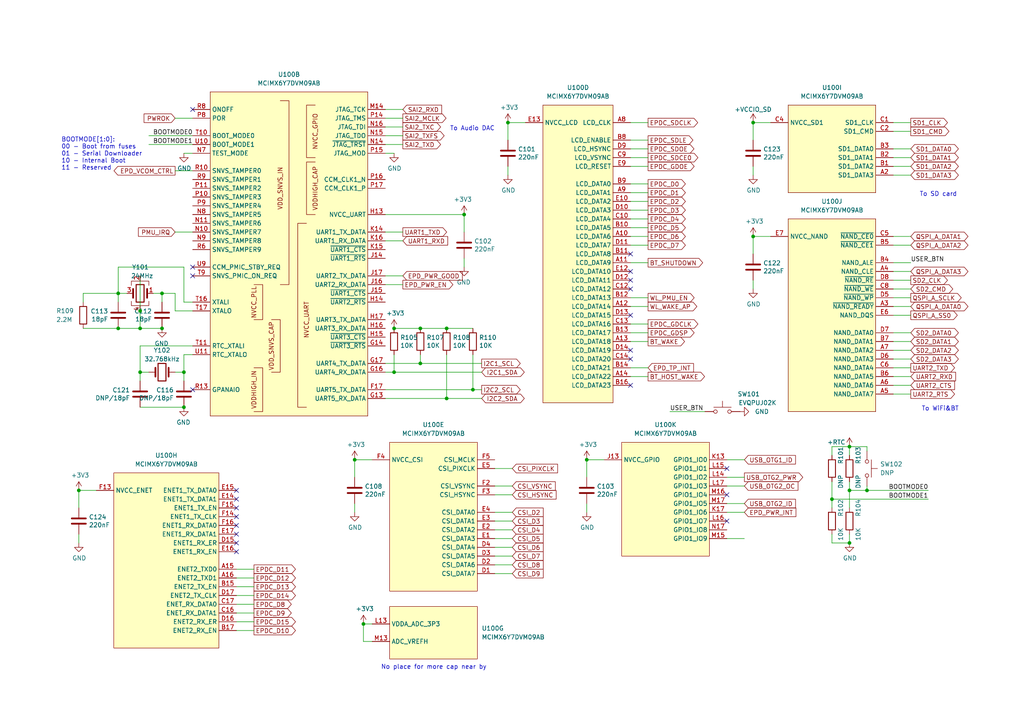
<source format=kicad_sch>
(kicad_sch (version 20210621) (generator eeschema)
  (paper "A4")
  (title_block (title "NekoInk Mainboard") (date "2021-09-28") (rev "R0.2") (company "Copyright 2021 Wenting Zhang") (comment 2 "MERCHANTABILITY, SATISFACTORY QUALITY AND FITNESS FOR A PARTICULAR PURPOSE.") (comment 3 "This source is distributed WITHOUT ANY EXPRESS OR IMPLIED WARRANTY, INCLUDING OF") (comment 4 "This source describes Open Hardware and is licensed under the CERN-OHL-P v2."))
  (lib_symbols
    (symbol "Device:C" (pin_numbers hide) (pin_names (offset 0.254))
      (property "Reference" "C" (at 0.635 2.54 0))
      (property "Value" "C" (at 0.635 -2.54 0))
      (symbol "C_1_1"
        (pin passive line (at 0 3.81 270) (length 2.794) (name "~") (number "1"))
        (pin passive line (at 0 -3.81 90) (length 2.794) (name "~") (number "2"))
      )
    )
    (symbol "Device:Crystal" (pin_numbers hide) (pin_names (offset 1.016) hide)
      (property "Reference" "Y" (at 0 3.81 0))
      (property "Value" "Crystal" (at 0 -3.81 0))
      (symbol "Crystal_1_1"
        (pin passive line (at -3.81 0 0) (length 1.27) (name "1") (number "1"))
        (pin passive line (at 3.81 0 180) (length 1.27) (name "2") (number "2"))
      )
    )
    (symbol "Device:Crystal_GND24" (pin_names (offset 1.016) hide)
      (property "Reference" "Y" (at 3.175 5.08 0))
      (property "Value" "Crystal_GND24" (at 3.175 3.175 0))
      (symbol "Crystal_GND24_1_1"
        (pin passive line (at -3.81 0 0) (length 1.27) (name "1") (number "1"))
        (pin passive line (at 0 5.08 270) (length 1.27) (name "2") (number "2"))
        (pin passive line (at 3.81 0 180) (length 1.27) (name "3") (number "3"))
        (pin passive line (at 0 -5.08 90) (length 1.27) (name "4") (number "4"))
      )
    )
    (symbol "Device:R" (pin_numbers hide) (pin_names (offset 0))
      (property "Reference" "R" (at 2.032 0 90))
      (property "Value" "R" (at 0 0 90))
      (symbol "R_1_1"
        (pin passive line (at 0 3.81 270) (length 1.27) (name "~") (number "1"))
        (pin passive line (at 0 -3.81 90) (length 1.27) (name "~") (number "2"))
      )
    )
    (symbol "MCIMX6Y7DVM09AB_1"
      (property "Reference" "U" (at 0 0 0))
      (property "Value" "MCIMX6Y7DVM09AB_1" (at 0 -2.54 0))
      (symbol "MCIMX6Y7DVM09AB_1_1_0"
        (text "LDO_1P1" (at 0 -58.42 0) (effects (font (size 1.27 1.27))))
        (text "LDO_2P5" (at 0 -50.8 0) (effects (font (size 1.27 1.27))))
        (text "LDO_ARM_SOC" (at 0 -27.94 0) (effects (font (size 1.27 1.27))))
        (text "LDO_SNVS" (at 0 -66.04 0) (effects (font (size 1.27 1.27))))
      )
      (symbol "MCIMX6Y7DVM09AB_1_1_1"
        (pin power_in line (at -33.02 -73.66 0) (length 5.08) (name "VSS") (number "A1"))
        (pin power_in line (at -33.02 -76.2 0) (length 5.08) (name "VSS") (number "A17"))
        (pin power_in line (at -33.02 -83.82 0) (length 5.08) (name "VSS") (number "C11"))
        (pin power_in line (at -33.02 -86.36 0) (length 5.08) (name "VSS") (number "C15"))
        (pin power_in line (at -33.02 -78.74 0) (length 5.08) (name "VSS") (number "C3"))
        (pin power_in line (at -33.02 -81.28 0) (length 5.08) (name "VSS") (number "C7"))
        (pin power_in line (at -33.02 -91.44 0) (length 5.08) (name "VSS") (number "E11"))
        (pin power_in line (at -33.02 -88.9 0) (length 5.08) (name "VSS") (number "E8"))
        (pin power_in line (at -33.02 -104.14 0) (length 5.08) (name "VSS") (number "F10"))
        (pin power_in line (at -33.02 -106.68 0) (length 5.08) (name "VSS") (number "F11"))
        (pin power_in line (at -33.02 -109.22 0) (length 5.08) (name "VSS") (number "F12"))
        (pin power_in line (at -33.02 -93.98 0) (length 5.08) (name "VSS") (number "F6"))
        (pin power_in line (at -33.02 -96.52 0) (length 5.08) (name "VSS") (number "F7"))
        (pin power_in line (at -33.02 -99.06 0) (length 5.08) (name "VSS") (number "F8"))
        (pin power_in line (at -33.02 -101.6 0) (length 5.08) (name "VSS") (number "F9"))
        (pin power_out line (at 33.02 -12.7 180) (length 5.08) (name "VDD_ARM_CAP") (number "G10"))
        (pin power_out line (at 33.02 -15.24 180) (length 5.08) (name "VDD_ARM_CAP") (number "G11"))
        (pin power_in line (at -33.02 -119.38 0) (length 5.08) (name "VSS") (number "G12"))
        (pin power_in line (at -33.02 -121.92 0) (length 5.08) (name "VSS") (number "G15"))
        (pin power_in line (at -33.02 -111.76 0) (length 5.08) (name "VSS") (number "G3"))
        (pin power_in line (at -33.02 -114.3 0) (length 5.08) (name "VSS") (number "G5"))
        (pin power_in line (at -33.02 -116.84 0) (length 5.08) (name "VSS") (number "G7"))
        (pin power_out line (at 33.02 -22.86 180) (length 5.08) (name "VDD_SOC_CAP") (number "G8"))
        (pin power_out line (at 33.02 -10.16 180) (length 5.08) (name "VDD_ARM_CAP") (number "G9"))
        (pin power_in line (at -33.02 -25.4 0) (length 5.08) (name "VDD_SOC_IN") (number "H10"))
        (pin power_out line (at 33.02 -17.78 180) (length 5.08) (name "VDD_ARM_CAP") (number "H11"))
        (pin power_in line (at -33.02 -127 0) (length 5.08) (name "VSS") (number "H12"))
        (pin power_in line (at -33.02 -124.46 0) (length 5.08) (name "VSS") (number "H7"))
        (pin power_out line (at 33.02 -25.4 180) (length 5.08) (name "VDD_SOC_CAP") (number "H8"))
        (pin power_in line (at -33.02 -22.86 0) (length 5.08) (name "VDD_SOC_IN") (number "H9"))
        (pin power_in line (at -33.02 -30.48 0) (length 5.08) (name "VDD_SOC_IN") (number "J10"))
        (pin power_out line (at 33.02 -30.48 180) (length 5.08) (name "VDD_SOC_CAP") (number "J11"))
        (pin power_out line (at 33.02 -127 180) (length 5.08) (name "VSS") (number "J12"))
        (pin power_in line (at -33.02 -129.54 0) (length 5.08) (name "VSS") (number "J5"))
        (pin power_out line (at 33.02 -129.54 180) (length 5.08) (name "VSS") (number "J7"))
        (pin power_out line (at 33.02 -27.94 180) (length 5.08) (name "VDD_SOC_CAP") (number "J8"))
        (pin power_in line (at -33.02 -27.94 0) (length 5.08) (name "VDD_SOC_IN") (number "J9"))
        (pin power_in line (at -33.02 -35.56 0) (length 5.08) (name "VDD_SOC_IN") (number "K10"))
        (pin power_out line (at 33.02 -35.56 180) (length 5.08) (name "VDD_SOC_CAP") (number "K11"))
        (pin power_out line (at 33.02 -121.92 180) (length 5.08) (name "VSS") (number "K12"))
        (pin power_out line (at 33.02 -124.46 180) (length 5.08) (name "VSS") (number "K7"))
        (pin power_out line (at 33.02 -33.02 180) (length 5.08) (name "VDD_SOC_CAP") (number "K8"))
        (pin power_in line (at -33.02 -33.02 0) (length 5.08) (name "VDD_SOC_IN") (number "K9"))
        (pin power_out line (at 33.02 -43.18 180) (length 5.08) (name "VDD_SOC_CAP") (number "L10"))
        (pin power_out line (at 33.02 -45.72 180) (length 5.08) (name "VDD_SOC_CAP") (number "L11"))
        (pin power_out line (at 33.02 -114.3 180) (length 5.08) (name "VSS") (number "L12"))
        (pin power_out line (at 33.02 -119.38 180) (length 5.08) (name "VSS") (number "L3"))
        (pin power_out line (at 33.02 -116.84 180) (length 5.08) (name "VSS") (number "L7"))
        (pin power_out line (at 33.02 -38.1 180) (length 5.08) (name "VDD_SOC_CAP") (number "L8"))
        (pin power_out line (at 33.02 -40.64 180) (length 5.08) (name "VDD_SOC_CAP") (number "L9"))
        (pin power_out line (at 33.02 -104.14 180) (length 5.08) (name "VSS") (number "M10"))
        (pin power_out line (at 33.02 -101.6 180) (length 5.08) (name "VSS") (number "M11"))
        (pin power_in line (at -33.02 -71.12 0) (length 5.08) (name "NGND_KEL0") (number "M12"))
        (pin power_out line (at 33.02 -111.76 180) (length 5.08) (name "VSS") (number "M7"))
        (pin power_out line (at 33.02 -109.22 180) (length 5.08) (name "VSS") (number "M8"))
        (pin power_out line (at 33.02 -106.68 180) (length 5.08) (name "VSS") (number "M9"))
        (pin power_out line (at 33.02 -66.04 180) (length 5.08) (name "VDD_SNVS_CAP") (number "N12"))
        (pin power_in line (at -33.02 -50.8 0) (length 5.08) (name "VDD_HIGH_IN") (number "N13"))
        (pin power_out line (at 33.02 -99.06 180) (length 5.08) (name "VSS") (number "N3"))
        (pin power_out line (at 33.02 -96.52 180) (length 5.08) (name "VSS") (number "N5"))
        (pin power_in line (at -33.02 -66.04 0) (length 5.08) (name "VDD_SNVS_IN") (number "P12"))
        (pin power_out line (at 33.02 -58.42 180) (length 5.08) (name "NVCC_PLL") (number "P13"))
        (pin power_out line (at 33.02 -86.36 180) (length 5.08) (name "VSS") (number "R11"))
        (pin power_out line (at 33.02 -50.8 180) (length 5.08) (name "VDD_HIGH_CAP") (number "R14"))
        (pin power_out line (at 33.02 -53.34 180) (length 5.08) (name "VDD_HIGH_CAP") (number "R15"))
        (pin power_out line (at 33.02 -83.82 180) (length 5.08) (name "VSS") (number "R16"))
        (pin power_out line (at 33.02 -81.28 180) (length 5.08) (name "VSS") (number "R17"))
        (pin power_out line (at 33.02 -93.98 180) (length 5.08) (name "VSS") (number "R3"))
        (pin power_out line (at 33.02 -91.44 180) (length 5.08) (name "VSS") (number "R5"))
        (pin power_out line (at 33.02 -88.9 180) (length 5.08) (name "VSS") (number "R7"))
        (pin power_out line (at 33.02 -78.74 180) (length 5.08) (name "VSS") (number "T14"))
        (pin power_out line (at 33.02 -76.2 180) (length 5.08) (name "VSS") (number "U1"))
        (pin power_out line (at 33.02 -73.66 180) (length 5.08) (name "VSS") (number "U14"))
        (pin power_out line (at 33.02 -71.12 180) (length 5.08) (name "VSS") (number "U17"))
      )
      (symbol "MCIMX6Y7DVM09AB_1_2_1"
        (text "NVCC_GPIO" (at 7.62 -16.51 900) (effects (font (size 1.27 1.27))))
        (text "NVCC_PLL" (at -10.16 -66.04 900) (effects (font (size 1.27 1.27))))
        (text "NVCC_UART" (at 5.08 -71.12 900) (effects (font (size 1.27 1.27))))
        (text "VDD_SNVS_CAP" (at -5.08 -78.74 900) (effects (font (size 1.27 1.27))))
        (text "VDD_SNVS_IN" (at -2.54 -33.02 900) (effects (font (size 1.27 1.27))))
        (text "VDDHIGH_CAP" (at 7.62 -33.02 900) (effects (font (size 1.27 1.27))))
        (text "VDDHIGH_IN" (at -10.16 -91.44 900) (effects (font (size 1.27 1.27))))
        (pin output line (at 27.94 -91.44 180) (length 5.08) (name "UART5_TX_DATA") (number "F17"))
        (pin input line (at 27.94 -93.98 180) (length 5.08) (name "UART5_RX_DATA") (number "G13"))
        (pin output line (at 27.94 -78.74 180) (length 5.08) (name "~{UART3_RTS}") (number "G14"))
        (pin input line (at 27.94 -86.36 180) (length 5.08) (name "UART4_RX_DATA") (number "G16"))
        (pin output line (at 27.94 -83.82 180) (length 5.08) (name "UART4_TX_DATA") (number "G17"))
        (pin power_in line (at 27.94 -40.64 180) (length 5.08) (name "NVCC_UART") (number "H13"))
        (pin output line (at 27.94 -66.04 180) (length 5.08) (name "~{UART2_RTS}") (number "H14"))
        (pin output line (at 27.94 -76.2 180) (length 5.08) (name "~{UART3_CTS}") (number "H15"))
        (pin input line (at 27.94 -73.66 180) (length 5.08) (name "UART3_RX_DATA") (number "H16"))
        (pin output line (at 27.94 -71.12 180) (length 5.08) (name "UART3_TX_DATA") (number "H17"))
        (pin output line (at 27.94 -53.34 180) (length 5.08) (name "~{UART1_RTS}") (number "J14"))
        (pin output line (at 27.94 -63.5 180) (length 5.08) (name "~{UART1_CTS}") (number "J15"))
        (pin input line (at 27.94 -60.96 180) (length 5.08) (name "UART2_RX_DATA") (number "J16"))
        (pin output line (at 27.94 -58.42 180) (length 5.08) (name "UART2_TX_DATA") (number "J17"))
        (pin output line (at 27.94 -45.72 180) (length 5.08) (name "UART1_TX_DATA") (number "K14"))
        (pin output line (at 27.94 -50.8 180) (length 5.08) (name "~{UART1_CTS}") (number "K15"))
        (pin input line (at 27.94 -48.26 180) (length 5.08) (name "UART1_RX_DATA") (number "K16"))
        (pin input line (at 27.94 -10.16 180) (length 5.08) (name "JTAG_TCK") (number "M14"))
        (pin input line (at -27.94 -45.72 0) (length 5.08) (name "SNVS_TAMPER7") (number "N10"))
        (pin input line (at -27.94 -43.18 0) (length 5.08) (name "SNVS_TAMPER6") (number "N11"))
        (pin input line (at 27.94 -20.32 180) (length 5.08) (name "~{JTAG_TRST}") (number "N14"))
        (pin output line (at 27.94 -17.78 180) (length 5.08) (name "JTAG_TDO") (number "N15"))
        (pin input line (at 27.94 -15.24 180) (length 5.08) (name "JTAG_TDI") (number "N16"))
        (pin input line (at -27.94 -22.86 0) (length 5.08) (name "TEST_MODE") (number "N7"))
        (pin input line (at -27.94 -40.64 0) (length 5.08) (name "SNVS_TAMPER5") (number "N8"))
        (pin input line (at -27.94 -48.26 0) (length 5.08) (name "SNVS_TAMPER8") (number "N9"))
        (pin input line (at -27.94 -35.56 0) (length 5.08) (name "SNVS_TAMPER3") (number "P10"))
        (pin input line (at -27.94 -33.02 0) (length 5.08) (name "SNVS_TAMPER2") (number "P11"))
        (pin input line (at 27.94 -12.7 180) (length 5.08) (name "JTAG_TMS") (number "P14"))
        (pin input line (at 27.94 -22.86 180) (length 5.08) (name "JTAG_MOD") (number "P15"))
        (pin output line (at 27.94 -30.48 180) (length 5.08) (name "CCM_CLK1_N") (number "P16"))
        (pin output line (at 27.94 -33.02 180) (length 5.08) (name "CCM_CLK1_P") (number "P17"))
        (pin input line (at -27.94 -12.7 0) (length 5.08) (name "POR") (number "P8"))
        (pin input line (at -27.94 -38.1 0) (length 5.08) (name "SNVS_TAMPER4") (number "P9"))
        (pin input line (at -27.94 -27.94 0) (length 5.08) (name "SNVS_TAMPER0") (number "R10"))
        (pin input line (at -27.94 -91.44 0) (length 5.08) (name "GPANAIO") (number "R13"))
        (pin input line (at -27.94 -50.8 0) (length 5.08) (name "SNVS_TAMPER9") (number "R6"))
        (pin input line (at -27.94 -10.16 0) (length 5.08) (name "ONOFF") (number "R8"))
        (pin input line (at -27.94 -30.48 0) (length 5.08) (name "SNVS_TAMPER1") (number "R9"))
        (pin input line (at -27.94 -17.78 0) (length 5.08) (name "BOOT_MODE0") (number "T10"))
        (pin input line (at -27.94 -78.74 0) (length 5.08) (name "RTC_XTALI") (number "T11"))
        (pin input line (at -27.94 -66.04 0) (length 5.08) (name "XTALI") (number "T16"))
        (pin output line (at -27.94 -68.58 0) (length 5.08) (name "XTALO") (number "T17"))
        (pin input line (at -27.94 -58.42 0) (length 5.08) (name "SNVS_PMIC_ON_REQ") (number "T9"))
        (pin input line (at -27.94 -20.32 0) (length 5.08) (name "BOOT_MODE1") (number "U10"))
        (pin output line (at -27.94 -81.28 0) (length 5.08) (name "RTC_XTALO") (number "U11"))
        (pin input line (at -27.94 -55.88 0) (length 5.08) (name "CCM_PMIC_STBY_REQ") (number "U9"))
      )
      (symbol "MCIMX6Y7DVM09AB_1_3_1"
        (pin output line (at 20.32 -71.12 180) (length 5.08) (name "DRAM_ODT1") (number "F1"))
        (pin output line (at -20.32 -45.72 0) (length 5.08) (name "DRAM_ADDR14") (number "G1"))
        (pin output line (at -20.32 -25.4 0) (length 5.08) (name "DRAM_ADDR6") (number "G2"))
        (pin output line (at -20.32 -88.9 0) (length 5.08) (name "DRAM_RESET") (number "G4"))
        (pin power_in line (at 20.32 -88.9 180) (length 5.08) (name "NVCC_DRAM") (number "G6"))
        (pin output line (at -20.32 -55.88 0) (length 5.08) (name "DRAM_SDBA1") (number "H1"))
        (pin output line (at -20.32 -12.7 0) (length 5.08) (name "DRAM_ADDR1") (number "H2"))
        (pin output line (at -20.32 -43.18 0) (length 5.08) (name "DRAM_ADDR13") (number "H3"))
        (pin output line (at -20.32 -27.94 0) (length 5.08) (name "DRAM_ADDR7") (number "H4"))
        (pin output line (at -20.32 -66.04 0) (length 5.08) (name "~{DRAM_CS1}") (number "H5"))
        (pin power_in line (at 20.32 -91.44 180) (length 5.08) (name "NVCC_DRAM") (number "H6"))
        (pin output line (at -20.32 -76.2 0) (length 5.08) (name "~{DRAM_SDWE}") (number "J1"))
        (pin output line (at -20.32 -73.66 0) (length 5.08) (name "~{DRAM_CAS}") (number "J2"))
        (pin output line (at 20.32 -78.74 180) (length 5.08) (name "DRAM_SDCKE1") (number "J3"))
        (pin output line (at -20.32 -30.48 0) (length 5.08) (name "DRAM_ADDR8") (number "J4"))
        (pin power_in line (at 20.32 -93.98 180) (length 5.08) (name "NVCC_DRAM") (number "J6"))
        (pin output line (at -20.32 -15.24 0) (length 5.08) (name "DRAM_ADDR2") (number "K1"))
        (pin output line (at -20.32 -58.42 0) (length 5.08) (name "DRAM_SDBA2") (number "K2"))
        (pin output line (at -20.32 -38.1 0) (length 5.08) (name "DRAM_ADDR11") (number "K3"))
        (pin output line (at -20.32 -20.32 0) (length 5.08) (name "DRAM_ADDR4") (number "K4"))
        (pin output line (at -20.32 -48.26 0) (length 5.08) (name "DRAM_ADDR15") (number "K5"))
        (pin power_in line (at 20.32 -96.52 180) (length 5.08) (name "NVCC_DRAM") (number "K6"))
        (pin output line (at -20.32 -22.86 0) (length 5.08) (name "DRAM_ADDR5") (number "L1"))
        (pin output line (at -20.32 -33.02 0) (length 5.08) (name "DRAM_ADDR9") (number "L2"))
        (pin output line (at -20.32 -40.64 0) (length 5.08) (name "DRAM_ADDR12") (number "L4"))
        (pin output line (at -20.32 -10.16 0) (length 5.08) (name "DRAM_ADDR0") (number "L5"))
        (pin power_in line (at 20.32 -99.06 180) (length 5.08) (name "NVCC_DRAM") (number "L6"))
        (pin output line (at -20.32 -53.34 0) (length 5.08) (name "DRAM_SDBA0") (number "M1"))
        (pin output line (at -20.32 -17.78 0) (length 5.08) (name "DRAM_ADDR3") (number "M2"))
        (pin output line (at 20.32 -81.28 180) (length 5.08) (name "DRAM_SDCKE0") (number "M3"))
        (pin output line (at -20.32 -35.56 0) (length 5.08) (name "DRAM_ADDR10") (number "M4"))
        (pin output line (at -20.32 -71.12 0) (length 5.08) (name "~{DRAM_RAS}") (number "M5"))
        (pin power_in line (at 20.32 -101.6 180) (length 5.08) (name "NVCC_DRAM") (number "M6"))
        (pin output line (at 20.32 -73.66 180) (length 5.08) (name "DRAM_ODT0") (number "N1"))
        (pin output line (at -20.32 -63.5 0) (length 5.08) (name "~{DRAM_CS0}") (number "N2"))
        (pin output line (at -20.32 -93.98 0) (length 5.08) (name "DRAM_ZQPAD") (number "N4"))
        (pin power_in line (at -20.32 -99.06 0) (length 5.08) (name "NVCC_DRAM_2P5") (number "N6"))
        (pin output line (at -20.32 -81.28 0) (length 5.08) (name "DRAM_SDCLK0_P") (number "P1"))
        (pin output line (at -20.32 -83.82 0) (length 5.08) (name "DRAM_SDCLK0_N") (number "P2"))
        (pin bidirectional line (at 20.32 -53.34 180) (length 5.08) (name "DRAM_DATA13") (number "P3"))
        (pin power_in line (at -20.32 -101.6 0) (length 5.08) (name "DRAM_VREF") (number "P4"))
        (pin bidirectional line (at 20.32 -50.8 180) (length 5.08) (name "DRAM_DATA12") (number "P5"))
        (pin output line (at 20.32 -30.48 180) (length 5.08) (name "DRAM_SDQS0_P") (number "P6"))
        (pin output line (at 20.32 -33.02 180) (length 5.08) (name "DRAM_SDQS0_N") (number "P7"))
        (pin bidirectional line (at 20.32 -58.42 180) (length 5.08) (name "DRAM_DATA15") (number "R1"))
        (pin bidirectional line (at 20.32 -55.88 180) (length 5.08) (name "DRAM_DATA14") (number "R2"))
        (pin bidirectional line (at 20.32 -48.26 180) (length 5.08) (name "DRAM_DATA11") (number "R4"))
        (pin output line (at 20.32 -60.96 180) (length 5.08) (name "DRAM_SDQS1_P") (number "T1"))
        (pin output line (at 20.32 -63.5 180) (length 5.08) (name "DRAM_SDQS1_N") (number "T2"))
        (pin output line (at 20.32 -66.04 180) (length 5.08) (name "DRAM_DQM1") (number "T3"))
        (pin bidirectional line (at 20.32 -10.16 180) (length 5.08) (name "DRAM_DATA0") (number "T4"))
        (pin bidirectional line (at 20.32 -25.4 180) (length 5.08) (name "DRAM_DATA6") (number "T5"))
        (pin bidirectional line (at 20.32 -15.24 180) (length 5.08) (name "DRAM_DATA2") (number "T6"))
        (pin output line (at 20.32 -35.56 180) (length 5.08) (name "DRAM_DQM0") (number "T7"))
        (pin bidirectional line (at 20.32 -22.86 180) (length 5.08) (name "DRAM_DATA5") (number "T8"))
        (pin bidirectional line (at 20.32 -40.64 180) (length 5.08) (name "DRAM_DATA8") (number "U2"))
        (pin bidirectional line (at 20.32 -43.18 180) (length 5.08) (name "DRAM_DATA9") (number "U3"))
        (pin bidirectional line (at 20.32 -27.94 180) (length 5.08) (name "DRAM_DATA7") (number "U4"))
        (pin bidirectional line (at 20.32 -45.72 180) (length 5.08) (name "DRAM_DATA10") (number "U5"))
        (pin bidirectional line (at 20.32 -12.7 180) (length 5.08) (name "DRAM_DATA1") (number "U6"))
        (pin bidirectional line (at 20.32 -17.78 180) (length 5.08) (name "DRAM_DATA3") (number "U7"))
        (pin bidirectional line (at 20.32 -20.32 180) (length 5.08) (name "DRAM_DATA4") (number "U8"))
      )
      (symbol "MCIMX6Y7DVM09AB_1_4_1"
        (pin bidirectional line (at 20.32 -43.18 180) (length 5.08) (name "LCD_DATA6") (number "A10"))
        (pin bidirectional line (at 20.32 -50.8 180) (length 5.08) (name "LCD_DATA9") (number "A11"))
        (pin bidirectional line (at 20.32 -63.5 180) (length 5.08) (name "LCD_DATA14") (number "A12"))
        (pin bidirectional line (at 20.32 -73.66 180) (length 5.08) (name "LCD_DATA18") (number "A13"))
        (pin bidirectional line (at 20.32 -83.82 180) (length 5.08) (name "LCD_DATA22") (number "A14"))
        (pin bidirectional line (at 20.32 -10.16 180) (length 5.08) (name "LCD_CLK") (number "A8"))
        (pin bidirectional line (at 20.32 -30.48 180) (length 5.08) (name "LCD_DATA1") (number "A9"))
        (pin bidirectional line (at 20.32 -40.64 180) (length 5.08) (name "LCD_DATA5") (number "B10"))
        (pin bidirectional line (at 20.32 -48.26 180) (length 5.08) (name "LCD_DATA8") (number "B11"))
        (pin bidirectional line (at 20.32 -60.96 180) (length 5.08) (name "LCD_DATA13") (number "B12"))
        (pin bidirectional line (at 20.32 -71.12 180) (length 5.08) (name "LCD_DATA17") (number "B13"))
        (pin bidirectional line (at 20.32 -81.28 180) (length 5.08) (name "LCD_DATA21") (number "B14"))
        (pin bidirectional line (at 20.32 -86.36 180) (length 5.08) (name "LCD_DATA23") (number "B16"))
        (pin bidirectional line (at 20.32 -15.24 180) (length 5.08) (name "LCD_ENABLE") (number "B8"))
        (pin bidirectional line (at 20.32 -27.94 180) (length 5.08) (name "LCD_DATA0") (number "B9"))
        (pin bidirectional line (at 20.32 -38.1 180) (length 5.08) (name "LCD_DATA4") (number "C10"))
        (pin bidirectional line (at 20.32 -58.42 180) (length 5.08) (name "LCD_DATA12") (number "C12"))
        (pin bidirectional line (at 20.32 -68.58 180) (length 5.08) (name "LCD_DATA16") (number "C13"))
        (pin bidirectional line (at 20.32 -78.74 180) (length 5.08) (name "LCD_DATA20") (number "C14"))
        (pin bidirectional line (at 20.32 -20.32 180) (length 5.08) (name "LCD_VSYNC") (number "C9"))
        (pin bidirectional line (at 20.32 -35.56 180) (length 5.08) (name "LCD_DATA3") (number "D10"))
        (pin bidirectional line (at 20.32 -45.72 180) (length 5.08) (name "LCD_DATA7") (number "D11"))
        (pin bidirectional line (at 20.32 -55.88 180) (length 5.08) (name "LCD_DATA11") (number "D12"))
        (pin bidirectional line (at 20.32 -66.04 180) (length 5.08) (name "LCD_DATA15") (number "D13"))
        (pin bidirectional line (at 20.32 -76.2 180) (length 5.08) (name "LCD_DATA19") (number "D14"))
        (pin bidirectional line (at 20.32 -17.78 180) (length 5.08) (name "LCD_HSYNC") (number "D9"))
        (pin bidirectional line (at 20.32 -33.02 180) (length 5.08) (name "LCD_DATA2") (number "E10"))
        (pin bidirectional line (at 20.32 -53.34 180) (length 5.08) (name "LCD_DATA10") (number "E12"))
        (pin power_in line (at -20.32 -10.16 0) (length 5.08) (name "NVCC_LCD") (number "E13"))
        (pin bidirectional line (at 20.32 -22.86 180) (length 5.08) (name "LCD_RESET") (number "E9"))
      )
      (symbol "MCIMX6Y7DVM09AB_1_5_1"
        (pin bidirectional line (at 17.78 -43.18 180) (length 5.08) (name "CSI_DATA7") (number "D1"))
        (pin bidirectional line (at 17.78 -40.64 180) (length 5.08) (name "CSI_DATA6") (number "D2"))
        (pin bidirectional line (at 17.78 -38.1 180) (length 5.08) (name "CSI_DATA5") (number "D3"))
        (pin bidirectional line (at 17.78 -35.56 180) (length 5.08) (name "CSI_DATA4") (number "D4"))
        (pin bidirectional line (at 17.78 -33.02 180) (length 5.08) (name "CSI_DATA3") (number "E1"))
        (pin bidirectional line (at 17.78 -30.48 180) (length 5.08) (name "CSI_DATA2") (number "E2"))
        (pin bidirectional line (at 17.78 -27.94 180) (length 5.08) (name "CSI_DATA1") (number "E3"))
        (pin bidirectional line (at 17.78 -25.4 180) (length 5.08) (name "CSI_DATA0") (number "E4"))
        (pin bidirectional line (at 17.78 -12.7 180) (length 5.08) (name "CSI_PIXCLK") (number "E5"))
        (pin bidirectional line (at 17.78 -17.78 180) (length 5.08) (name "CSI_VSYNC") (number "F2"))
        (pin bidirectional line (at 17.78 -20.32 180) (length 5.08) (name "CSI_HSYNC") (number "F3"))
        (pin power_in line (at -17.78 -10.16 0) (length 5.08) (name "NVCC_CSI") (number "F4"))
        (pin bidirectional line (at 17.78 -10.16 180) (length 5.08) (name "CSI_MCLK") (number "F5"))
      )
      (symbol "MCIMX6Y7DVM09AB_1_6_1"
        (text "LDO_USB" (at -5.08 -20.32 0) (effects (font (size 1.27 1.27))))
        (pin bidirectional line (at 22.86 -20.32 180) (length 5.08) (name "VDD_USB_CAP") (number "R12"))
        (pin power_in line (at -22.86 -10.16 0) (length 5.08) (name "USB_OTG1_VBUS") (number "T12"))
        (pin bidirectional line (at 22.86 -25.4 180) (length 5.08) (name "USB_OTG2_DN") (number "T13"))
        (pin bidirectional line (at 22.86 -10.16 180) (length 5.08) (name "USB_OTG1_DN") (number "T15"))
        (pin power_in line (at -22.86 -27.94 0) (length 5.08) (name "USB_OTG2_VBUS") (number "U12"))
        (pin bidirectional line (at 22.86 -27.94 180) (length 5.08) (name "USB_OTG2_DP") (number "U13"))
        (pin bidirectional line (at 22.86 -12.7 180) (length 5.08) (name "USB_OTG1_DP") (number "U15"))
        (pin bidirectional line (at 22.86 -15.24 180) (length 5.08) (name "~{USB1_OTG1_CHD}") (number "U16"))
      )
      (symbol "MCIMX6Y7DVM09AB_1_7_1"
        (pin power_in line (at -17.78 -10.16 0) (length 5.08) (name "VDDA_ADC_3P3") (number "L13"))
        (pin power_in line (at -17.78 -15.24 0) (length 5.08) (name "ADC_VREFH") (number "M13"))
      )
      (symbol "MCIMX6Y7DVM09AB_1_8_1"
        (pin bidirectional line (at 20.32 -33.02 180) (length 5.08) (name "ENET2_TXD0") (number "A15"))
        (pin bidirectional line (at 20.32 -35.56 180) (length 5.08) (name "ENET2_TXD1") (number "A16"))
        (pin bidirectional line (at 20.32 -38.1 180) (length 5.08) (name "ENET2_TX_EN") (number "B15"))
        (pin bidirectional line (at 20.32 -50.8 180) (length 5.08) (name "ENET2_RX_EN") (number "B17"))
        (pin bidirectional line (at 20.32 -45.72 180) (length 5.08) (name "ENET_RX_DATA1") (number "C16"))
        (pin bidirectional line (at 20.32 -43.18 180) (length 5.08) (name "ENET_RX_DATA0") (number "C17"))
        (pin bidirectional line (at 20.32 -25.4 180) (length 5.08) (name "ENET1_RX_ER") (number "D15"))
        (pin bidirectional line (at 20.32 -48.26 180) (length 5.08) (name "ENET2_RX_ER") (number "D16"))
        (pin bidirectional line (at 20.32 -40.64 180) (length 5.08) (name "ENET2_TX_CLK") (number "D17"))
        (pin bidirectional line (at 20.32 -12.7 180) (length 5.08) (name "ENET1_TX_DATA1") (number "E14"))
        (pin bidirectional line (at 20.32 -10.16 180) (length 5.08) (name "ENET1_TX_DATA0") (number "E15"))
        (pin bidirectional line (at 20.32 -27.94 180) (length 5.08) (name "ENET1_RX_EN") (number "E16"))
        (pin bidirectional line (at 20.32 -22.86 180) (length 5.08) (name "ENET1_RX_DATA1") (number "E17"))
        (pin power_in line (at -20.32 -10.16 0) (length 5.08) (name "NVCC_ENET") (number "F13"))
        (pin bidirectional line (at 20.32 -17.78 180) (length 5.08) (name "ENET1_TX_CLK") (number "F14"))
        (pin bidirectional line (at 20.32 -15.24 180) (length 5.08) (name "ENET1_TX_EN") (number "F15"))
        (pin bidirectional line (at 20.32 -20.32 180) (length 5.08) (name "ENET1_RX_DATA0") (number "F16"))
      )
      (symbol "MCIMX6Y7DVM09AB_1_9_1"
        (pin bidirectional line (at 17.78 -25.4 180) (length 5.08) (name "SD1_DATA3") (number "A2"))
        (pin bidirectional line (at 17.78 -22.86 180) (length 5.08) (name "SD1_DATA2") (number "B1"))
        (pin bidirectional line (at 17.78 -20.32 180) (length 5.08) (name "SD1_DATA1") (number "B2"))
        (pin bidirectional line (at 17.78 -17.78 180) (length 5.08) (name "SD1_DATA0") (number "B3"))
        (pin bidirectional line (at 17.78 -10.16 180) (length 5.08) (name "SD1_CLK") (number "C1"))
        (pin bidirectional line (at 17.78 -12.7 180) (length 5.08) (name "SD1_CMD") (number "C2"))
        (pin power_in line (at -17.78 -10.16 0) (length 5.08) (name "NVCC_SD1") (number "C4"))
      )
      (symbol "MCIMX6Y7DVM09AB_1_10_1"
        (pin bidirectional line (at 17.78 -30.48 180) (length 5.08) (name "~{NAND_READY}") (number "A3"))
        (pin bidirectional line (at 17.78 -20.32 180) (length 5.08) (name "NAND_CLE") (number "A4"))
        (pin bidirectional line (at 17.78 -55.88 180) (length 5.08) (name "NAND_DATA7") (number "A5"))
        (pin bidirectional line (at 17.78 -53.34 180) (length 5.08) (name "NAND_DATA6") (number "A6"))
        (pin bidirectional line (at 17.78 -43.18 180) (length 5.08) (name "NAND_DATA2") (number "A7"))
        (pin bidirectional line (at 17.78 -17.78 180) (length 5.08) (name "NAND_ALE") (number "B4"))
        (pin bidirectional line (at 17.78 -12.7 180) (length 5.08) (name "~{NAND_CE1}") (number "B5"))
        (pin bidirectional line (at 17.78 -50.8 180) (length 5.08) (name "NAND_DATA5") (number "B6"))
        (pin bidirectional line (at 17.78 -40.64 180) (length 5.08) (name "NAND_DATA1") (number "B7"))
        (pin bidirectional line (at 17.78 -10.16 180) (length 5.08) (name "~{NAND_CE0}") (number "C5"))
        (pin bidirectional line (at 17.78 -48.26 180) (length 5.08) (name "NAND_DATA4") (number "C6"))
        (pin bidirectional line (at 17.78 -25.4 180) (length 5.08) (name "~{NAND_WE}") (number "C8"))
        (pin bidirectional line (at 17.78 -27.94 180) (length 5.08) (name "~{NAND_WP}") (number "D5"))
        (pin bidirectional line (at 17.78 -45.72 180) (length 5.08) (name "NAND_DATA3") (number "D6"))
        (pin bidirectional line (at 17.78 -38.1 180) (length 5.08) (name "NAND_DATA0") (number "D7"))
        (pin bidirectional line (at 17.78 -22.86 180) (length 5.08) (name "~{NAND_RE}") (number "D8"))
        (pin bidirectional line (at 17.78 -33.02 180) (length 5.08) (name "NAND_DQS") (number "E6"))
        (pin power_in line (at -17.78 -10.16 0) (length 5.08) (name "NVCC_NAND") (number "E7"))
      )
      (symbol "MCIMX6Y7DVM09AB_1_11_1"
        (pin power_in line (at -17.78 -10.16 0) (length 5.08) (name "NVCC_GPIO") (number "J13"))
        (pin bidirectional line (at 17.78 -10.16 180) (length 5.08) (name "GPIO1_IO0") (number "K13"))
        (pin bidirectional line (at 17.78 -25.4 180) (length 5.08) (name "GPIO1_IO6") (number "K17"))
        (pin bidirectional line (at 17.78 -15.24 180) (length 5.08) (name "GPIO1_IO2") (number "L14"))
        (pin bidirectional line (at 17.78 -12.7 180) (length 5.08) (name "GPIO1_IO1") (number "L15"))
        (pin bidirectional line (at 17.78 -27.94 180) (length 5.08) (name "GPIO1_IO7") (number "L16"))
        (pin bidirectional line (at 17.78 -17.78 180) (length 5.08) (name "GPIO1_IO3") (number "L17"))
        (pin bidirectional line (at 17.78 -33.02 180) (length 5.08) (name "GPIO1_IO9") (number "M15"))
        (pin bidirectional line (at 17.78 -20.32 180) (length 5.08) (name "GPIO1_IO4") (number "M16"))
        (pin bidirectional line (at 17.78 -22.86 180) (length 5.08) (name "GPIO1_IO5") (number "M17"))
        (pin bidirectional line (at 17.78 -30.48 180) (length 5.08) (name "GPIO1_IO8") (number "N17"))
      )
    )
    (symbol "MCIMX6Y7DVM09AB_2"
      (property "Reference" "U" (at 0 0 0))
      (property "Value" "MCIMX6Y7DVM09AB_2" (at 0 -2.54 0))
      (symbol "MCIMX6Y7DVM09AB_2_1_0"
        (text "LDO_1P1" (at 0 -58.42 0) (effects (font (size 1.27 1.27))))
        (text "LDO_2P5" (at 0 -50.8 0) (effects (font (size 1.27 1.27))))
        (text "LDO_ARM_SOC" (at 0 -27.94 0) (effects (font (size 1.27 1.27))))
        (text "LDO_SNVS" (at 0 -66.04 0) (effects (font (size 1.27 1.27))))
      )
      (symbol "MCIMX6Y7DVM09AB_2_1_1"
        (pin power_in line (at -33.02 -73.66 0) (length 5.08) (name "VSS") (number "A1"))
        (pin power_in line (at -33.02 -76.2 0) (length 5.08) (name "VSS") (number "A17"))
        (pin power_in line (at -33.02 -83.82 0) (length 5.08) (name "VSS") (number "C11"))
        (pin power_in line (at -33.02 -86.36 0) (length 5.08) (name "VSS") (number "C15"))
        (pin power_in line (at -33.02 -78.74 0) (length 5.08) (name "VSS") (number "C3"))
        (pin power_in line (at -33.02 -81.28 0) (length 5.08) (name "VSS") (number "C7"))
        (pin power_in line (at -33.02 -91.44 0) (length 5.08) (name "VSS") (number "E11"))
        (pin power_in line (at -33.02 -88.9 0) (length 5.08) (name "VSS") (number "E8"))
        (pin power_in line (at -33.02 -104.14 0) (length 5.08) (name "VSS") (number "F10"))
        (pin power_in line (at -33.02 -106.68 0) (length 5.08) (name "VSS") (number "F11"))
        (pin power_in line (at -33.02 -109.22 0) (length 5.08) (name "VSS") (number "F12"))
        (pin power_in line (at -33.02 -93.98 0) (length 5.08) (name "VSS") (number "F6"))
        (pin power_in line (at -33.02 -96.52 0) (length 5.08) (name "VSS") (number "F7"))
        (pin power_in line (at -33.02 -99.06 0) (length 5.08) (name "VSS") (number "F8"))
        (pin power_in line (at -33.02 -101.6 0) (length 5.08) (name "VSS") (number "F9"))
        (pin power_out line (at 33.02 -12.7 180) (length 5.08) (name "VDD_ARM_CAP") (number "G10"))
        (pin power_out line (at 33.02 -15.24 180) (length 5.08) (name "VDD_ARM_CAP") (number "G11"))
        (pin power_in line (at -33.02 -119.38 0) (length 5.08) (name "VSS") (number "G12"))
        (pin power_in line (at -33.02 -121.92 0) (length 5.08) (name "VSS") (number "G15"))
        (pin power_in line (at -33.02 -111.76 0) (length 5.08) (name "VSS") (number "G3"))
        (pin power_in line (at -33.02 -114.3 0) (length 5.08) (name "VSS") (number "G5"))
        (pin power_in line (at -33.02 -116.84 0) (length 5.08) (name "VSS") (number "G7"))
        (pin power_out line (at 33.02 -22.86 180) (length 5.08) (name "VDD_SOC_CAP") (number "G8"))
        (pin power_out line (at 33.02 -10.16 180) (length 5.08) (name "VDD_ARM_CAP") (number "G9"))
        (pin power_in line (at -33.02 -25.4 0) (length 5.08) (name "VDD_SOC_IN") (number "H10"))
        (pin power_out line (at 33.02 -17.78 180) (length 5.08) (name "VDD_ARM_CAP") (number "H11"))
        (pin power_in line (at -33.02 -127 0) (length 5.08) (name "VSS") (number "H12"))
        (pin power_in line (at -33.02 -124.46 0) (length 5.08) (name "VSS") (number "H7"))
        (pin power_out line (at 33.02 -25.4 180) (length 5.08) (name "VDD_SOC_CAP") (number "H8"))
        (pin power_in line (at -33.02 -22.86 0) (length 5.08) (name "VDD_SOC_IN") (number "H9"))
        (pin power_in line (at -33.02 -30.48 0) (length 5.08) (name "VDD_SOC_IN") (number "J10"))
        (pin power_out line (at 33.02 -30.48 180) (length 5.08) (name "VDD_SOC_CAP") (number "J11"))
        (pin power_out line (at 33.02 -127 180) (length 5.08) (name "VSS") (number "J12"))
        (pin power_in line (at -33.02 -129.54 0) (length 5.08) (name "VSS") (number "J5"))
        (pin power_out line (at 33.02 -129.54 180) (length 5.08) (name "VSS") (number "J7"))
        (pin power_out line (at 33.02 -27.94 180) (length 5.08) (name "VDD_SOC_CAP") (number "J8"))
        (pin power_in line (at -33.02 -27.94 0) (length 5.08) (name "VDD_SOC_IN") (number "J9"))
        (pin power_in line (at -33.02 -35.56 0) (length 5.08) (name "VDD_SOC_IN") (number "K10"))
        (pin power_out line (at 33.02 -35.56 180) (length 5.08) (name "VDD_SOC_CAP") (number "K11"))
        (pin power_out line (at 33.02 -121.92 180) (length 5.08) (name "VSS") (number "K12"))
        (pin power_out line (at 33.02 -124.46 180) (length 5.08) (name "VSS") (number "K7"))
        (pin power_out line (at 33.02 -33.02 180) (length 5.08) (name "VDD_SOC_CAP") (number "K8"))
        (pin power_in line (at -33.02 -33.02 0) (length 5.08) (name "VDD_SOC_IN") (number "K9"))
        (pin power_out line (at 33.02 -43.18 180) (length 5.08) (name "VDD_SOC_CAP") (number "L10"))
        (pin power_out line (at 33.02 -45.72 180) (length 5.08) (name "VDD_SOC_CAP") (number "L11"))
        (pin power_out line (at 33.02 -114.3 180) (length 5.08) (name "VSS") (number "L12"))
        (pin power_out line (at 33.02 -119.38 180) (length 5.08) (name "VSS") (number "L3"))
        (pin power_out line (at 33.02 -116.84 180) (length 5.08) (name "VSS") (number "L7"))
        (pin power_out line (at 33.02 -38.1 180) (length 5.08) (name "VDD_SOC_CAP") (number "L8"))
        (pin power_out line (at 33.02 -40.64 180) (length 5.08) (name "VDD_SOC_CAP") (number "L9"))
        (pin power_out line (at 33.02 -104.14 180) (length 5.08) (name "VSS") (number "M10"))
        (pin power_out line (at 33.02 -101.6 180) (length 5.08) (name "VSS") (number "M11"))
        (pin power_in line (at -33.02 -71.12 0) (length 5.08) (name "NGND_KEL0") (number "M12"))
        (pin power_out line (at 33.02 -111.76 180) (length 5.08) (name "VSS") (number "M7"))
        (pin power_out line (at 33.02 -109.22 180) (length 5.08) (name "VSS") (number "M8"))
        (pin power_out line (at 33.02 -106.68 180) (length 5.08) (name "VSS") (number "M9"))
        (pin power_out line (at 33.02 -66.04 180) (length 5.08) (name "VDD_SNVS_CAP") (number "N12"))
        (pin power_in line (at -33.02 -50.8 0) (length 5.08) (name "VDD_HIGH_IN") (number "N13"))
        (pin power_out line (at 33.02 -99.06 180) (length 5.08) (name "VSS") (number "N3"))
        (pin power_out line (at 33.02 -96.52 180) (length 5.08) (name "VSS") (number "N5"))
        (pin power_in line (at -33.02 -66.04 0) (length 5.08) (name "VDD_SNVS_IN") (number "P12"))
        (pin power_out line (at 33.02 -58.42 180) (length 5.08) (name "NVCC_PLL") (number "P13"))
        (pin power_out line (at 33.02 -86.36 180) (length 5.08) (name "VSS") (number "R11"))
        (pin power_out line (at 33.02 -50.8 180) (length 5.08) (name "VDD_HIGH_CAP") (number "R14"))
        (pin power_out line (at 33.02 -53.34 180) (length 5.08) (name "VDD_HIGH_CAP") (number "R15"))
        (pin power_out line (at 33.02 -83.82 180) (length 5.08) (name "VSS") (number "R16"))
        (pin power_out line (at 33.02 -81.28 180) (length 5.08) (name "VSS") (number "R17"))
        (pin power_out line (at 33.02 -93.98 180) (length 5.08) (name "VSS") (number "R3"))
        (pin power_out line (at 33.02 -91.44 180) (length 5.08) (name "VSS") (number "R5"))
        (pin power_out line (at 33.02 -88.9 180) (length 5.08) (name "VSS") (number "R7"))
        (pin power_out line (at 33.02 -78.74 180) (length 5.08) (name "VSS") (number "T14"))
        (pin power_out line (at 33.02 -76.2 180) (length 5.08) (name "VSS") (number "U1"))
        (pin power_out line (at 33.02 -73.66 180) (length 5.08) (name "VSS") (number "U14"))
        (pin power_out line (at 33.02 -71.12 180) (length 5.08) (name "VSS") (number "U17"))
      )
      (symbol "MCIMX6Y7DVM09AB_2_2_1"
        (text "NVCC_GPIO" (at 7.62 -16.51 900) (effects (font (size 1.27 1.27))))
        (text "NVCC_PLL" (at -10.16 -66.04 900) (effects (font (size 1.27 1.27))))
        (text "NVCC_UART" (at 5.08 -71.12 900) (effects (font (size 1.27 1.27))))
        (text "VDD_SNVS_CAP" (at -5.08 -78.74 900) (effects (font (size 1.27 1.27))))
        (text "VDD_SNVS_IN" (at -2.54 -33.02 900) (effects (font (size 1.27 1.27))))
        (text "VDDHIGH_CAP" (at 7.62 -33.02 900) (effects (font (size 1.27 1.27))))
        (text "VDDHIGH_IN" (at -10.16 -91.44 900) (effects (font (size 1.27 1.27))))
        (pin output line (at 27.94 -91.44 180) (length 5.08) (name "UART5_TX_DATA") (number "F17"))
        (pin input line (at 27.94 -93.98 180) (length 5.08) (name "UART5_RX_DATA") (number "G13"))
        (pin output line (at 27.94 -78.74 180) (length 5.08) (name "~{UART3_RTS}") (number "G14"))
        (pin input line (at 27.94 -86.36 180) (length 5.08) (name "UART4_RX_DATA") (number "G16"))
        (pin output line (at 27.94 -83.82 180) (length 5.08) (name "UART4_TX_DATA") (number "G17"))
        (pin power_in line (at 27.94 -40.64 180) (length 5.08) (name "NVCC_UART") (number "H13"))
        (pin output line (at 27.94 -66.04 180) (length 5.08) (name "~{UART2_RTS}") (number "H14"))
        (pin output line (at 27.94 -76.2 180) (length 5.08) (name "~{UART3_CTS}") (number "H15"))
        (pin input line (at 27.94 -73.66 180) (length 5.08) (name "UART3_RX_DATA") (number "H16"))
        (pin output line (at 27.94 -71.12 180) (length 5.08) (name "UART3_TX_DATA") (number "H17"))
        (pin output line (at 27.94 -53.34 180) (length 5.08) (name "~{UART1_RTS}") (number "J14"))
        (pin output line (at 27.94 -63.5 180) (length 5.08) (name "~{UART1_CTS}") (number "J15"))
        (pin input line (at 27.94 -60.96 180) (length 5.08) (name "UART2_RX_DATA") (number "J16"))
        (pin output line (at 27.94 -58.42 180) (length 5.08) (name "UART2_TX_DATA") (number "J17"))
        (pin output line (at 27.94 -45.72 180) (length 5.08) (name "UART1_TX_DATA") (number "K14"))
        (pin output line (at 27.94 -50.8 180) (length 5.08) (name "~{UART1_CTS}") (number "K15"))
        (pin input line (at 27.94 -48.26 180) (length 5.08) (name "UART1_RX_DATA") (number "K16"))
        (pin input line (at 27.94 -10.16 180) (length 5.08) (name "JTAG_TCK") (number "M14"))
        (pin input line (at -27.94 -45.72 0) (length 5.08) (name "SNVS_TAMPER7") (number "N10"))
        (pin input line (at -27.94 -43.18 0) (length 5.08) (name "SNVS_TAMPER6") (number "N11"))
        (pin input line (at 27.94 -20.32 180) (length 5.08) (name "~{JTAG_TRST}") (number "N14"))
        (pin output line (at 27.94 -17.78 180) (length 5.08) (name "JTAG_TDO") (number "N15"))
        (pin input line (at 27.94 -15.24 180) (length 5.08) (name "JTAG_TDI") (number "N16"))
        (pin input line (at -27.94 -22.86 0) (length 5.08) (name "TEST_MODE") (number "N7"))
        (pin input line (at -27.94 -40.64 0) (length 5.08) (name "SNVS_TAMPER5") (number "N8"))
        (pin input line (at -27.94 -48.26 0) (length 5.08) (name "SNVS_TAMPER8") (number "N9"))
        (pin input line (at -27.94 -35.56 0) (length 5.08) (name "SNVS_TAMPER3") (number "P10"))
        (pin input line (at -27.94 -33.02 0) (length 5.08) (name "SNVS_TAMPER2") (number "P11"))
        (pin input line (at 27.94 -12.7 180) (length 5.08) (name "JTAG_TMS") (number "P14"))
        (pin input line (at 27.94 -22.86 180) (length 5.08) (name "JTAG_MOD") (number "P15"))
        (pin output line (at 27.94 -30.48 180) (length 5.08) (name "CCM_CLK1_N") (number "P16"))
        (pin output line (at 27.94 -33.02 180) (length 5.08) (name "CCM_CLK1_P") (number "P17"))
        (pin input line (at -27.94 -12.7 0) (length 5.08) (name "POR") (number "P8"))
        (pin input line (at -27.94 -38.1 0) (length 5.08) (name "SNVS_TAMPER4") (number "P9"))
        (pin input line (at -27.94 -27.94 0) (length 5.08) (name "SNVS_TAMPER0") (number "R10"))
        (pin input line (at -27.94 -91.44 0) (length 5.08) (name "GPANAIO") (number "R13"))
        (pin input line (at -27.94 -50.8 0) (length 5.08) (name "SNVS_TAMPER9") (number "R6"))
        (pin input line (at -27.94 -10.16 0) (length 5.08) (name "ONOFF") (number "R8"))
        (pin input line (at -27.94 -30.48 0) (length 5.08) (name "SNVS_TAMPER1") (number "R9"))
        (pin input line (at -27.94 -17.78 0) (length 5.08) (name "BOOT_MODE0") (number "T10"))
        (pin input line (at -27.94 -78.74 0) (length 5.08) (name "RTC_XTALI") (number "T11"))
        (pin input line (at -27.94 -66.04 0) (length 5.08) (name "XTALI") (number "T16"))
        (pin output line (at -27.94 -68.58 0) (length 5.08) (name "XTALO") (number "T17"))
        (pin input line (at -27.94 -58.42 0) (length 5.08) (name "SNVS_PMIC_ON_REQ") (number "T9"))
        (pin input line (at -27.94 -20.32 0) (length 5.08) (name "BOOT_MODE1") (number "U10"))
        (pin output line (at -27.94 -81.28 0) (length 5.08) (name "RTC_XTALO") (number "U11"))
        (pin input line (at -27.94 -55.88 0) (length 5.08) (name "CCM_PMIC_STBY_REQ") (number "U9"))
      )
      (symbol "MCIMX6Y7DVM09AB_2_3_1"
        (pin output line (at 20.32 -71.12 180) (length 5.08) (name "DRAM_ODT1") (number "F1"))
        (pin output line (at -20.32 -45.72 0) (length 5.08) (name "DRAM_ADDR14") (number "G1"))
        (pin output line (at -20.32 -25.4 0) (length 5.08) (name "DRAM_ADDR6") (number "G2"))
        (pin output line (at -20.32 -88.9 0) (length 5.08) (name "DRAM_RESET") (number "G4"))
        (pin power_in line (at 20.32 -88.9 180) (length 5.08) (name "NVCC_DRAM") (number "G6"))
        (pin output line (at -20.32 -55.88 0) (length 5.08) (name "DRAM_SDBA1") (number "H1"))
        (pin output line (at -20.32 -12.7 0) (length 5.08) (name "DRAM_ADDR1") (number "H2"))
        (pin output line (at -20.32 -43.18 0) (length 5.08) (name "DRAM_ADDR13") (number "H3"))
        (pin output line (at -20.32 -27.94 0) (length 5.08) (name "DRAM_ADDR7") (number "H4"))
        (pin output line (at -20.32 -66.04 0) (length 5.08) (name "~{DRAM_CS1}") (number "H5"))
        (pin power_in line (at 20.32 -91.44 180) (length 5.08) (name "NVCC_DRAM") (number "H6"))
        (pin output line (at -20.32 -76.2 0) (length 5.08) (name "~{DRAM_SDWE}") (number "J1"))
        (pin output line (at -20.32 -73.66 0) (length 5.08) (name "~{DRAM_CAS}") (number "J2"))
        (pin output line (at 20.32 -78.74 180) (length 5.08) (name "DRAM_SDCKE1") (number "J3"))
        (pin output line (at -20.32 -30.48 0) (length 5.08) (name "DRAM_ADDR8") (number "J4"))
        (pin power_in line (at 20.32 -93.98 180) (length 5.08) (name "NVCC_DRAM") (number "J6"))
        (pin output line (at -20.32 -15.24 0) (length 5.08) (name "DRAM_ADDR2") (number "K1"))
        (pin output line (at -20.32 -58.42 0) (length 5.08) (name "DRAM_SDBA2") (number "K2"))
        (pin output line (at -20.32 -38.1 0) (length 5.08) (name "DRAM_ADDR11") (number "K3"))
        (pin output line (at -20.32 -20.32 0) (length 5.08) (name "DRAM_ADDR4") (number "K4"))
        (pin output line (at -20.32 -48.26 0) (length 5.08) (name "DRAM_ADDR15") (number "K5"))
        (pin power_in line (at 20.32 -96.52 180) (length 5.08) (name "NVCC_DRAM") (number "K6"))
        (pin output line (at -20.32 -22.86 0) (length 5.08) (name "DRAM_ADDR5") (number "L1"))
        (pin output line (at -20.32 -33.02 0) (length 5.08) (name "DRAM_ADDR9") (number "L2"))
        (pin output line (at -20.32 -40.64 0) (length 5.08) (name "DRAM_ADDR12") (number "L4"))
        (pin output line (at -20.32 -10.16 0) (length 5.08) (name "DRAM_ADDR0") (number "L5"))
        (pin power_in line (at 20.32 -99.06 180) (length 5.08) (name "NVCC_DRAM") (number "L6"))
        (pin output line (at -20.32 -53.34 0) (length 5.08) (name "DRAM_SDBA0") (number "M1"))
        (pin output line (at -20.32 -17.78 0) (length 5.08) (name "DRAM_ADDR3") (number "M2"))
        (pin output line (at 20.32 -81.28 180) (length 5.08) (name "DRAM_SDCKE0") (number "M3"))
        (pin output line (at -20.32 -35.56 0) (length 5.08) (name "DRAM_ADDR10") (number "M4"))
        (pin output line (at -20.32 -71.12 0) (length 5.08) (name "~{DRAM_RAS}") (number "M5"))
        (pin power_in line (at 20.32 -101.6 180) (length 5.08) (name "NVCC_DRAM") (number "M6"))
        (pin output line (at 20.32 -73.66 180) (length 5.08) (name "DRAM_ODT0") (number "N1"))
        (pin output line (at -20.32 -63.5 0) (length 5.08) (name "~{DRAM_CS0}") (number "N2"))
        (pin output line (at -20.32 -93.98 0) (length 5.08) (name "DRAM_ZQPAD") (number "N4"))
        (pin power_in line (at -20.32 -99.06 0) (length 5.08) (name "NVCC_DRAM_2P5") (number "N6"))
        (pin output line (at -20.32 -81.28 0) (length 5.08) (name "DRAM_SDCLK0_P") (number "P1"))
        (pin output line (at -20.32 -83.82 0) (length 5.08) (name "DRAM_SDCLK0_N") (number "P2"))
        (pin bidirectional line (at 20.32 -53.34 180) (length 5.08) (name "DRAM_DATA13") (number "P3"))
        (pin power_in line (at -20.32 -101.6 0) (length 5.08) (name "DRAM_VREF") (number "P4"))
        (pin bidirectional line (at 20.32 -50.8 180) (length 5.08) (name "DRAM_DATA12") (number "P5"))
        (pin output line (at 20.32 -30.48 180) (length 5.08) (name "DRAM_SDQS0_P") (number "P6"))
        (pin output line (at 20.32 -33.02 180) (length 5.08) (name "DRAM_SDQS0_N") (number "P7"))
        (pin bidirectional line (at 20.32 -58.42 180) (length 5.08) (name "DRAM_DATA15") (number "R1"))
        (pin bidirectional line (at 20.32 -55.88 180) (length 5.08) (name "DRAM_DATA14") (number "R2"))
        (pin bidirectional line (at 20.32 -48.26 180) (length 5.08) (name "DRAM_DATA11") (number "R4"))
        (pin output line (at 20.32 -60.96 180) (length 5.08) (name "DRAM_SDQS1_P") (number "T1"))
        (pin output line (at 20.32 -63.5 180) (length 5.08) (name "DRAM_SDQS1_N") (number "T2"))
        (pin output line (at 20.32 -66.04 180) (length 5.08) (name "DRAM_DQM1") (number "T3"))
        (pin bidirectional line (at 20.32 -10.16 180) (length 5.08) (name "DRAM_DATA0") (number "T4"))
        (pin bidirectional line (at 20.32 -25.4 180) (length 5.08) (name "DRAM_DATA6") (number "T5"))
        (pin bidirectional line (at 20.32 -15.24 180) (length 5.08) (name "DRAM_DATA2") (number "T6"))
        (pin output line (at 20.32 -35.56 180) (length 5.08) (name "DRAM_DQM0") (number "T7"))
        (pin bidirectional line (at 20.32 -22.86 180) (length 5.08) (name "DRAM_DATA5") (number "T8"))
        (pin bidirectional line (at 20.32 -40.64 180) (length 5.08) (name "DRAM_DATA8") (number "U2"))
        (pin bidirectional line (at 20.32 -43.18 180) (length 5.08) (name "DRAM_DATA9") (number "U3"))
        (pin bidirectional line (at 20.32 -27.94 180) (length 5.08) (name "DRAM_DATA7") (number "U4"))
        (pin bidirectional line (at 20.32 -45.72 180) (length 5.08) (name "DRAM_DATA10") (number "U5"))
        (pin bidirectional line (at 20.32 -12.7 180) (length 5.08) (name "DRAM_DATA1") (number "U6"))
        (pin bidirectional line (at 20.32 -17.78 180) (length 5.08) (name "DRAM_DATA3") (number "U7"))
        (pin bidirectional line (at 20.32 -20.32 180) (length 5.08) (name "DRAM_DATA4") (number "U8"))
      )
      (symbol "MCIMX6Y7DVM09AB_2_4_1"
        (pin bidirectional line (at 15.24 -43.18 180) (length 5.08) (name "LCD_DATA6") (number "A10"))
        (pin bidirectional line (at 15.24 -50.8 180) (length 5.08) (name "LCD_DATA9") (number "A11"))
        (pin bidirectional line (at 15.24 -63.5 180) (length 5.08) (name "LCD_DATA14") (number "A12"))
        (pin bidirectional line (at 15.24 -73.66 180) (length 5.08) (name "LCD_DATA18") (number "A13"))
        (pin bidirectional line (at 15.24 -83.82 180) (length 5.08) (name "LCD_DATA22") (number "A14"))
        (pin bidirectional line (at 15.24 -10.16 180) (length 5.08) (name "LCD_CLK") (number "A8"))
        (pin bidirectional line (at 15.24 -30.48 180) (length 5.08) (name "LCD_DATA1") (number "A9"))
        (pin bidirectional line (at 15.24 -40.64 180) (length 5.08) (name "LCD_DATA5") (number "B10"))
        (pin bidirectional line (at 15.24 -48.26 180) (length 5.08) (name "LCD_DATA8") (number "B11"))
        (pin bidirectional line (at 15.24 -60.96 180) (length 5.08) (name "LCD_DATA13") (number "B12"))
        (pin bidirectional line (at 15.24 -71.12 180) (length 5.08) (name "LCD_DATA17") (number "B13"))
        (pin bidirectional line (at 15.24 -81.28 180) (length 5.08) (name "LCD_DATA21") (number "B14"))
        (pin bidirectional line (at 15.24 -86.36 180) (length 5.08) (name "LCD_DATA23") (number "B16"))
        (pin bidirectional line (at 15.24 -15.24 180) (length 5.08) (name "LCD_ENABLE") (number "B8"))
        (pin bidirectional line (at 15.24 -27.94 180) (length 5.08) (name "LCD_DATA0") (number "B9"))
        (pin bidirectional line (at 15.24 -38.1 180) (length 5.08) (name "LCD_DATA4") (number "C10"))
        (pin bidirectional line (at 15.24 -58.42 180) (length 5.08) (name "LCD_DATA12") (number "C12"))
        (pin bidirectional line (at 15.24 -68.58 180) (length 5.08) (name "LCD_DATA16") (number "C13"))
        (pin bidirectional line (at 15.24 -78.74 180) (length 5.08) (name "LCD_DATA20") (number "C14"))
        (pin bidirectional line (at 15.24 -20.32 180) (length 5.08) (name "LCD_VSYNC") (number "C9"))
        (pin bidirectional line (at 15.24 -35.56 180) (length 5.08) (name "LCD_DATA3") (number "D10"))
        (pin bidirectional line (at 15.24 -45.72 180) (length 5.08) (name "LCD_DATA7") (number "D11"))
        (pin bidirectional line (at 15.24 -55.88 180) (length 5.08) (name "LCD_DATA11") (number "D12"))
        (pin bidirectional line (at 15.24 -66.04 180) (length 5.08) (name "LCD_DATA15") (number "D13"))
        (pin bidirectional line (at 15.24 -76.2 180) (length 5.08) (name "LCD_DATA19") (number "D14"))
        (pin bidirectional line (at 15.24 -17.78 180) (length 5.08) (name "LCD_HSYNC") (number "D9"))
        (pin bidirectional line (at 15.24 -33.02 180) (length 5.08) (name "LCD_DATA2") (number "E10"))
        (pin bidirectional line (at 15.24 -53.34 180) (length 5.08) (name "LCD_DATA10") (number "E12"))
        (pin power_in line (at -15.24 -10.16 0) (length 5.08) (name "NVCC_LCD") (number "E13"))
        (pin bidirectional line (at 15.24 -22.86 180) (length 5.08) (name "LCD_RESET") (number "E9"))
      )
      (symbol "MCIMX6Y7DVM09AB_2_5_1"
        (pin bidirectional line (at 17.78 -43.18 180) (length 5.08) (name "CSI_DATA7") (number "D1"))
        (pin bidirectional line (at 17.78 -40.64 180) (length 5.08) (name "CSI_DATA6") (number "D2"))
        (pin bidirectional line (at 17.78 -38.1 180) (length 5.08) (name "CSI_DATA5") (number "D3"))
        (pin bidirectional line (at 17.78 -35.56 180) (length 5.08) (name "CSI_DATA4") (number "D4"))
        (pin bidirectional line (at 17.78 -33.02 180) (length 5.08) (name "CSI_DATA3") (number "E1"))
        (pin bidirectional line (at 17.78 -30.48 180) (length 5.08) (name "CSI_DATA2") (number "E2"))
        (pin bidirectional line (at 17.78 -27.94 180) (length 5.08) (name "CSI_DATA1") (number "E3"))
        (pin bidirectional line (at 17.78 -25.4 180) (length 5.08) (name "CSI_DATA0") (number "E4"))
        (pin bidirectional line (at 17.78 -12.7 180) (length 5.08) (name "CSI_PIXCLK") (number "E5"))
        (pin bidirectional line (at 17.78 -17.78 180) (length 5.08) (name "CSI_VSYNC") (number "F2"))
        (pin bidirectional line (at 17.78 -20.32 180) (length 5.08) (name "CSI_HSYNC") (number "F3"))
        (pin power_in line (at -17.78 -10.16 0) (length 5.08) (name "NVCC_CSI") (number "F4"))
        (pin bidirectional line (at 17.78 -10.16 180) (length 5.08) (name "CSI_MCLK") (number "F5"))
      )
      (symbol "MCIMX6Y7DVM09AB_2_6_1"
        (text "LDO_USB" (at -5.08 -20.32 0) (effects (font (size 1.27 1.27))))
        (pin bidirectional line (at 22.86 -20.32 180) (length 5.08) (name "VDD_USB_CAP") (number "R12"))
        (pin power_in line (at -22.86 -10.16 0) (length 5.08) (name "USB_OTG1_VBUS") (number "T12"))
        (pin bidirectional line (at 22.86 -25.4 180) (length 5.08) (name "USB_OTG2_DN") (number "T13"))
        (pin bidirectional line (at 22.86 -10.16 180) (length 5.08) (name "USB_OTG1_DN") (number "T15"))
        (pin power_in line (at -22.86 -27.94 0) (length 5.08) (name "USB_OTG2_VBUS") (number "U12"))
        (pin bidirectional line (at 22.86 -27.94 180) (length 5.08) (name "USB_OTG2_DP") (number "U13"))
        (pin bidirectional line (at 22.86 -12.7 180) (length 5.08) (name "USB_OTG1_DP") (number "U15"))
        (pin bidirectional line (at 22.86 -15.24 180) (length 5.08) (name "~{USB1_OTG1_CHD}") (number "U16"))
      )
      (symbol "MCIMX6Y7DVM09AB_2_7_1"
        (pin power_in line (at -17.78 -10.16 0) (length 5.08) (name "VDDA_ADC_3P3") (number "L13"))
        (pin power_in line (at -17.78 -15.24 0) (length 5.08) (name "ADC_VREFH") (number "M13"))
      )
      (symbol "MCIMX6Y7DVM09AB_2_8_1"
        (pin bidirectional line (at 20.32 -33.02 180) (length 5.08) (name "ENET2_TXD0") (number "A15"))
        (pin bidirectional line (at 20.32 -35.56 180) (length 5.08) (name "ENET2_TXD1") (number "A16"))
        (pin bidirectional line (at 20.32 -38.1 180) (length 5.08) (name "ENET2_TX_EN") (number "B15"))
        (pin bidirectional line (at 20.32 -50.8 180) (length 5.08) (name "ENET2_RX_EN") (number "B17"))
        (pin bidirectional line (at 20.32 -45.72 180) (length 5.08) (name "ENET_RX_DATA1") (number "C16"))
        (pin bidirectional line (at 20.32 -43.18 180) (length 5.08) (name "ENET_RX_DATA0") (number "C17"))
        (pin bidirectional line (at 20.32 -25.4 180) (length 5.08) (name "ENET1_RX_ER") (number "D15"))
        (pin bidirectional line (at 20.32 -48.26 180) (length 5.08) (name "ENET2_RX_ER") (number "D16"))
        (pin bidirectional line (at 20.32 -40.64 180) (length 5.08) (name "ENET2_TX_CLK") (number "D17"))
        (pin bidirectional line (at 20.32 -12.7 180) (length 5.08) (name "ENET1_TX_DATA1") (number "E14"))
        (pin bidirectional line (at 20.32 -10.16 180) (length 5.08) (name "ENET1_TX_DATA0") (number "E15"))
        (pin bidirectional line (at 20.32 -27.94 180) (length 5.08) (name "ENET1_RX_EN") (number "E16"))
        (pin bidirectional line (at 20.32 -22.86 180) (length 5.08) (name "ENET1_RX_DATA1") (number "E17"))
        (pin power_in line (at -20.32 -10.16 0) (length 5.08) (name "NVCC_ENET") (number "F13"))
        (pin bidirectional line (at 20.32 -17.78 180) (length 5.08) (name "ENET1_TX_CLK") (number "F14"))
        (pin bidirectional line (at 20.32 -15.24 180) (length 5.08) (name "ENET1_TX_EN") (number "F15"))
        (pin bidirectional line (at 20.32 -20.32 180) (length 5.08) (name "ENET1_RX_DATA0") (number "F16"))
      )
      (symbol "MCIMX6Y7DVM09AB_2_9_1"
        (pin bidirectional line (at 17.78 -25.4 180) (length 5.08) (name "SD1_DATA3") (number "A2"))
        (pin bidirectional line (at 17.78 -22.86 180) (length 5.08) (name "SD1_DATA2") (number "B1"))
        (pin bidirectional line (at 17.78 -20.32 180) (length 5.08) (name "SD1_DATA1") (number "B2"))
        (pin bidirectional line (at 17.78 -17.78 180) (length 5.08) (name "SD1_DATA0") (number "B3"))
        (pin bidirectional line (at 17.78 -10.16 180) (length 5.08) (name "SD1_CLK") (number "C1"))
        (pin bidirectional line (at 17.78 -12.7 180) (length 5.08) (name "SD1_CMD") (number "C2"))
        (pin power_in line (at -17.78 -10.16 0) (length 5.08) (name "NVCC_SD1") (number "C4"))
      )
      (symbol "MCIMX6Y7DVM09AB_2_10_1"
        (pin bidirectional line (at 17.78 -30.48 180) (length 5.08) (name "~{NAND_READY}") (number "A3"))
        (pin bidirectional line (at 17.78 -20.32 180) (length 5.08) (name "NAND_CLE") (number "A4"))
        (pin bidirectional line (at 17.78 -55.88 180) (length 5.08) (name "NAND_DATA7") (number "A5"))
        (pin bidirectional line (at 17.78 -53.34 180) (length 5.08) (name "NAND_DATA6") (number "A6"))
        (pin bidirectional line (at 17.78 -43.18 180) (length 5.08) (name "NAND_DATA2") (number "A7"))
        (pin bidirectional line (at 17.78 -17.78 180) (length 5.08) (name "NAND_ALE") (number "B4"))
        (pin bidirectional line (at 17.78 -12.7 180) (length 5.08) (name "~{NAND_CE1}") (number "B5"))
        (pin bidirectional line (at 17.78 -50.8 180) (length 5.08) (name "NAND_DATA5") (number "B6"))
        (pin bidirectional line (at 17.78 -40.64 180) (length 5.08) (name "NAND_DATA1") (number "B7"))
        (pin bidirectional line (at 17.78 -10.16 180) (length 5.08) (name "~{NAND_CE0}") (number "C5"))
        (pin bidirectional line (at 17.78 -48.26 180) (length 5.08) (name "NAND_DATA4") (number "C6"))
        (pin bidirectional line (at 17.78 -25.4 180) (length 5.08) (name "~{NAND_WE}") (number "C8"))
        (pin bidirectional line (at 17.78 -27.94 180) (length 5.08) (name "~{NAND_WP}") (number "D5"))
        (pin bidirectional line (at 17.78 -45.72 180) (length 5.08) (name "NAND_DATA3") (number "D6"))
        (pin bidirectional line (at 17.78 -38.1 180) (length 5.08) (name "NAND_DATA0") (number "D7"))
        (pin bidirectional line (at 17.78 -22.86 180) (length 5.08) (name "~{NAND_RE}") (number "D8"))
        (pin bidirectional line (at 17.78 -33.02 180) (length 5.08) (name "NAND_DQS") (number "E6"))
        (pin power_in line (at -17.78 -10.16 0) (length 5.08) (name "NVCC_NAND") (number "E7"))
      )
      (symbol "MCIMX6Y7DVM09AB_2_11_1"
        (pin power_in line (at -17.78 -10.16 0) (length 5.08) (name "NVCC_GPIO") (number "J13"))
        (pin bidirectional line (at 17.78 -10.16 180) (length 5.08) (name "GPIO1_IO0") (number "K13"))
        (pin bidirectional line (at 17.78 -25.4 180) (length 5.08) (name "GPIO1_IO6") (number "K17"))
        (pin bidirectional line (at 17.78 -15.24 180) (length 5.08) (name "GPIO1_IO2") (number "L14"))
        (pin bidirectional line (at 17.78 -12.7 180) (length 5.08) (name "GPIO1_IO1") (number "L15"))
        (pin bidirectional line (at 17.78 -27.94 180) (length 5.08) (name "GPIO1_IO7") (number "L16"))
        (pin bidirectional line (at 17.78 -17.78 180) (length 5.08) (name "GPIO1_IO3") (number "L17"))
        (pin bidirectional line (at 17.78 -33.02 180) (length 5.08) (name "GPIO1_IO9") (number "M15"))
        (pin bidirectional line (at 17.78 -20.32 180) (length 5.08) (name "GPIO1_IO4") (number "M16"))
        (pin bidirectional line (at 17.78 -22.86 180) (length 5.08) (name "GPIO1_IO5") (number "M17"))
        (pin bidirectional line (at 17.78 -30.48 180) (length 5.08) (name "GPIO1_IO8") (number "N17"))
      )
    )
    (symbol "MCIMX6Y7DVM09AB_3"
      (property "Reference" "U" (at 0 0 0))
      (property "Value" "MCIMX6Y7DVM09AB_3" (at 0 -2.54 0))
      (symbol "MCIMX6Y7DVM09AB_3_1_0"
        (text "LDO_1P1" (at 0 -58.42 0) (effects (font (size 1.27 1.27))))
        (text "LDO_2P5" (at 0 -50.8 0) (effects (font (size 1.27 1.27))))
        (text "LDO_ARM_SOC" (at 0 -27.94 0) (effects (font (size 1.27 1.27))))
        (text "LDO_SNVS" (at 0 -66.04 0) (effects (font (size 1.27 1.27))))
      )
      (symbol "MCIMX6Y7DVM09AB_3_1_1"
        (pin power_in line (at -33.02 -73.66 0) (length 5.08) (name "VSS") (number "A1"))
        (pin power_in line (at -33.02 -76.2 0) (length 5.08) (name "VSS") (number "A17"))
        (pin power_in line (at -33.02 -83.82 0) (length 5.08) (name "VSS") (number "C11"))
        (pin power_in line (at -33.02 -86.36 0) (length 5.08) (name "VSS") (number "C15"))
        (pin power_in line (at -33.02 -78.74 0) (length 5.08) (name "VSS") (number "C3"))
        (pin power_in line (at -33.02 -81.28 0) (length 5.08) (name "VSS") (number "C7"))
        (pin power_in line (at -33.02 -91.44 0) (length 5.08) (name "VSS") (number "E11"))
        (pin power_in line (at -33.02 -88.9 0) (length 5.08) (name "VSS") (number "E8"))
        (pin power_in line (at -33.02 -104.14 0) (length 5.08) (name "VSS") (number "F10"))
        (pin power_in line (at -33.02 -106.68 0) (length 5.08) (name "VSS") (number "F11"))
        (pin power_in line (at -33.02 -109.22 0) (length 5.08) (name "VSS") (number "F12"))
        (pin power_in line (at -33.02 -93.98 0) (length 5.08) (name "VSS") (number "F6"))
        (pin power_in line (at -33.02 -96.52 0) (length 5.08) (name "VSS") (number "F7"))
        (pin power_in line (at -33.02 -99.06 0) (length 5.08) (name "VSS") (number "F8"))
        (pin power_in line (at -33.02 -101.6 0) (length 5.08) (name "VSS") (number "F9"))
        (pin power_out line (at 33.02 -12.7 180) (length 5.08) (name "VDD_ARM_CAP") (number "G10"))
        (pin power_out line (at 33.02 -15.24 180) (length 5.08) (name "VDD_ARM_CAP") (number "G11"))
        (pin power_in line (at -33.02 -119.38 0) (length 5.08) (name "VSS") (number "G12"))
        (pin power_in line (at -33.02 -121.92 0) (length 5.08) (name "VSS") (number "G15"))
        (pin power_in line (at -33.02 -111.76 0) (length 5.08) (name "VSS") (number "G3"))
        (pin power_in line (at -33.02 -114.3 0) (length 5.08) (name "VSS") (number "G5"))
        (pin power_in line (at -33.02 -116.84 0) (length 5.08) (name "VSS") (number "G7"))
        (pin power_out line (at 33.02 -22.86 180) (length 5.08) (name "VDD_SOC_CAP") (number "G8"))
        (pin power_out line (at 33.02 -10.16 180) (length 5.08) (name "VDD_ARM_CAP") (number "G9"))
        (pin power_in line (at -33.02 -25.4 0) (length 5.08) (name "VDD_SOC_IN") (number "H10"))
        (pin power_out line (at 33.02 -17.78 180) (length 5.08) (name "VDD_ARM_CAP") (number "H11"))
        (pin power_in line (at -33.02 -127 0) (length 5.08) (name "VSS") (number "H12"))
        (pin power_in line (at -33.02 -124.46 0) (length 5.08) (name "VSS") (number "H7"))
        (pin power_out line (at 33.02 -25.4 180) (length 5.08) (name "VDD_SOC_CAP") (number "H8"))
        (pin power_in line (at -33.02 -22.86 0) (length 5.08) (name "VDD_SOC_IN") (number "H9"))
        (pin power_in line (at -33.02 -30.48 0) (length 5.08) (name "VDD_SOC_IN") (number "J10"))
        (pin power_out line (at 33.02 -30.48 180) (length 5.08) (name "VDD_SOC_CAP") (number "J11"))
        (pin power_out line (at 33.02 -127 180) (length 5.08) (name "VSS") (number "J12"))
        (pin power_in line (at -33.02 -129.54 0) (length 5.08) (name "VSS") (number "J5"))
        (pin power_out line (at 33.02 -129.54 180) (length 5.08) (name "VSS") (number "J7"))
        (pin power_out line (at 33.02 -27.94 180) (length 5.08) (name "VDD_SOC_CAP") (number "J8"))
        (pin power_in line (at -33.02 -27.94 0) (length 5.08) (name "VDD_SOC_IN") (number "J9"))
        (pin power_in line (at -33.02 -35.56 0) (length 5.08) (name "VDD_SOC_IN") (number "K10"))
        (pin power_out line (at 33.02 -35.56 180) (length 5.08) (name "VDD_SOC_CAP") (number "K11"))
        (pin power_out line (at 33.02 -121.92 180) (length 5.08) (name "VSS") (number "K12"))
        (pin power_out line (at 33.02 -124.46 180) (length 5.08) (name "VSS") (number "K7"))
        (pin power_out line (at 33.02 -33.02 180) (length 5.08) (name "VDD_SOC_CAP") (number "K8"))
        (pin power_in line (at -33.02 -33.02 0) (length 5.08) (name "VDD_SOC_IN") (number "K9"))
        (pin power_out line (at 33.02 -43.18 180) (length 5.08) (name "VDD_SOC_CAP") (number "L10"))
        (pin power_out line (at 33.02 -45.72 180) (length 5.08) (name "VDD_SOC_CAP") (number "L11"))
        (pin power_out line (at 33.02 -114.3 180) (length 5.08) (name "VSS") (number "L12"))
        (pin power_out line (at 33.02 -119.38 180) (length 5.08) (name "VSS") (number "L3"))
        (pin power_out line (at 33.02 -116.84 180) (length 5.08) (name "VSS") (number "L7"))
        (pin power_out line (at 33.02 -38.1 180) (length 5.08) (name "VDD_SOC_CAP") (number "L8"))
        (pin power_out line (at 33.02 -40.64 180) (length 5.08) (name "VDD_SOC_CAP") (number "L9"))
        (pin power_out line (at 33.02 -104.14 180) (length 5.08) (name "VSS") (number "M10"))
        (pin power_out line (at 33.02 -101.6 180) (length 5.08) (name "VSS") (number "M11"))
        (pin power_in line (at -33.02 -71.12 0) (length 5.08) (name "NGND_KEL0") (number "M12"))
        (pin power_out line (at 33.02 -111.76 180) (length 5.08) (name "VSS") (number "M7"))
        (pin power_out line (at 33.02 -109.22 180) (length 5.08) (name "VSS") (number "M8"))
        (pin power_out line (at 33.02 -106.68 180) (length 5.08) (name "VSS") (number "M9"))
        (pin power_out line (at 33.02 -66.04 180) (length 5.08) (name "VDD_SNVS_CAP") (number "N12"))
        (pin power_in line (at -33.02 -50.8 0) (length 5.08) (name "VDD_HIGH_IN") (number "N13"))
        (pin power_out line (at 33.02 -99.06 180) (length 5.08) (name "VSS") (number "N3"))
        (pin power_out line (at 33.02 -96.52 180) (length 5.08) (name "VSS") (number "N5"))
        (pin power_in line (at -33.02 -66.04 0) (length 5.08) (name "VDD_SNVS_IN") (number "P12"))
        (pin power_out line (at 33.02 -58.42 180) (length 5.08) (name "NVCC_PLL") (number "P13"))
        (pin power_out line (at 33.02 -86.36 180) (length 5.08) (name "VSS") (number "R11"))
        (pin power_out line (at 33.02 -50.8 180) (length 5.08) (name "VDD_HIGH_CAP") (number "R14"))
        (pin power_out line (at 33.02 -53.34 180) (length 5.08) (name "VDD_HIGH_CAP") (number "R15"))
        (pin power_out line (at 33.02 -83.82 180) (length 5.08) (name "VSS") (number "R16"))
        (pin power_out line (at 33.02 -81.28 180) (length 5.08) (name "VSS") (number "R17"))
        (pin power_out line (at 33.02 -93.98 180) (length 5.08) (name "VSS") (number "R3"))
        (pin power_out line (at 33.02 -91.44 180) (length 5.08) (name "VSS") (number "R5"))
        (pin power_out line (at 33.02 -88.9 180) (length 5.08) (name "VSS") (number "R7"))
        (pin power_out line (at 33.02 -78.74 180) (length 5.08) (name "VSS") (number "T14"))
        (pin power_out line (at 33.02 -76.2 180) (length 5.08) (name "VSS") (number "U1"))
        (pin power_out line (at 33.02 -73.66 180) (length 5.08) (name "VSS") (number "U14"))
        (pin power_out line (at 33.02 -71.12 180) (length 5.08) (name "VSS") (number "U17"))
      )
      (symbol "MCIMX6Y7DVM09AB_3_2_1"
        (text "NVCC_GPIO" (at 7.62 -16.51 900) (effects (font (size 1.27 1.27))))
        (text "NVCC_PLL" (at -10.16 -66.04 900) (effects (font (size 1.27 1.27))))
        (text "NVCC_UART" (at 5.08 -71.12 900) (effects (font (size 1.27 1.27))))
        (text "VDD_SNVS_CAP" (at -5.08 -78.74 900) (effects (font (size 1.27 1.27))))
        (text "VDD_SNVS_IN" (at -2.54 -33.02 900) (effects (font (size 1.27 1.27))))
        (text "VDDHIGH_CAP" (at 7.62 -33.02 900) (effects (font (size 1.27 1.27))))
        (text "VDDHIGH_IN" (at -10.16 -91.44 900) (effects (font (size 1.27 1.27))))
        (pin output line (at 27.94 -91.44 180) (length 5.08) (name "UART5_TX_DATA") (number "F17"))
        (pin input line (at 27.94 -93.98 180) (length 5.08) (name "UART5_RX_DATA") (number "G13"))
        (pin output line (at 27.94 -78.74 180) (length 5.08) (name "~{UART3_RTS}") (number "G14"))
        (pin input line (at 27.94 -86.36 180) (length 5.08) (name "UART4_RX_DATA") (number "G16"))
        (pin output line (at 27.94 -83.82 180) (length 5.08) (name "UART4_TX_DATA") (number "G17"))
        (pin power_in line (at 27.94 -40.64 180) (length 5.08) (name "NVCC_UART") (number "H13"))
        (pin output line (at 27.94 -66.04 180) (length 5.08) (name "~{UART2_RTS}") (number "H14"))
        (pin output line (at 27.94 -76.2 180) (length 5.08) (name "~{UART3_CTS}") (number "H15"))
        (pin input line (at 27.94 -73.66 180) (length 5.08) (name "UART3_RX_DATA") (number "H16"))
        (pin output line (at 27.94 -71.12 180) (length 5.08) (name "UART3_TX_DATA") (number "H17"))
        (pin output line (at 27.94 -53.34 180) (length 5.08) (name "~{UART1_RTS}") (number "J14"))
        (pin output line (at 27.94 -63.5 180) (length 5.08) (name "~{UART1_CTS}") (number "J15"))
        (pin input line (at 27.94 -60.96 180) (length 5.08) (name "UART2_RX_DATA") (number "J16"))
        (pin output line (at 27.94 -58.42 180) (length 5.08) (name "UART2_TX_DATA") (number "J17"))
        (pin output line (at 27.94 -45.72 180) (length 5.08) (name "UART1_TX_DATA") (number "K14"))
        (pin output line (at 27.94 -50.8 180) (length 5.08) (name "~{UART1_CTS}") (number "K15"))
        (pin input line (at 27.94 -48.26 180) (length 5.08) (name "UART1_RX_DATA") (number "K16"))
        (pin input line (at 27.94 -10.16 180) (length 5.08) (name "JTAG_TCK") (number "M14"))
        (pin input line (at -27.94 -45.72 0) (length 5.08) (name "SNVS_TAMPER7") (number "N10"))
        (pin input line (at -27.94 -43.18 0) (length 5.08) (name "SNVS_TAMPER6") (number "N11"))
        (pin input line (at 27.94 -20.32 180) (length 5.08) (name "~{JTAG_TRST}") (number "N14"))
        (pin output line (at 27.94 -17.78 180) (length 5.08) (name "JTAG_TDO") (number "N15"))
        (pin input line (at 27.94 -15.24 180) (length 5.08) (name "JTAG_TDI") (number "N16"))
        (pin input line (at -27.94 -22.86 0) (length 5.08) (name "TEST_MODE") (number "N7"))
        (pin input line (at -27.94 -40.64 0) (length 5.08) (name "SNVS_TAMPER5") (number "N8"))
        (pin input line (at -27.94 -48.26 0) (length 5.08) (name "SNVS_TAMPER8") (number "N9"))
        (pin input line (at -27.94 -35.56 0) (length 5.08) (name "SNVS_TAMPER3") (number "P10"))
        (pin input line (at -27.94 -33.02 0) (length 5.08) (name "SNVS_TAMPER2") (number "P11"))
        (pin input line (at 27.94 -12.7 180) (length 5.08) (name "JTAG_TMS") (number "P14"))
        (pin input line (at 27.94 -22.86 180) (length 5.08) (name "JTAG_MOD") (number "P15"))
        (pin output line (at 27.94 -30.48 180) (length 5.08) (name "CCM_CLK1_N") (number "P16"))
        (pin output line (at 27.94 -33.02 180) (length 5.08) (name "CCM_CLK1_P") (number "P17"))
        (pin input line (at -27.94 -12.7 0) (length 5.08) (name "POR") (number "P8"))
        (pin input line (at -27.94 -38.1 0) (length 5.08) (name "SNVS_TAMPER4") (number "P9"))
        (pin input line (at -27.94 -27.94 0) (length 5.08) (name "SNVS_TAMPER0") (number "R10"))
        (pin input line (at -27.94 -91.44 0) (length 5.08) (name "GPANAIO") (number "R13"))
        (pin input line (at -27.94 -50.8 0) (length 5.08) (name "SNVS_TAMPER9") (number "R6"))
        (pin input line (at -27.94 -10.16 0) (length 5.08) (name "ONOFF") (number "R8"))
        (pin input line (at -27.94 -30.48 0) (length 5.08) (name "SNVS_TAMPER1") (number "R9"))
        (pin input line (at -27.94 -17.78 0) (length 5.08) (name "BOOT_MODE0") (number "T10"))
        (pin input line (at -27.94 -78.74 0) (length 5.08) (name "RTC_XTALI") (number "T11"))
        (pin input line (at -27.94 -66.04 0) (length 5.08) (name "XTALI") (number "T16"))
        (pin output line (at -27.94 -68.58 0) (length 5.08) (name "XTALO") (number "T17"))
        (pin input line (at -27.94 -58.42 0) (length 5.08) (name "SNVS_PMIC_ON_REQ") (number "T9"))
        (pin input line (at -27.94 -20.32 0) (length 5.08) (name "BOOT_MODE1") (number "U10"))
        (pin output line (at -27.94 -81.28 0) (length 5.08) (name "RTC_XTALO") (number "U11"))
        (pin input line (at -27.94 -55.88 0) (length 5.08) (name "CCM_PMIC_STBY_REQ") (number "U9"))
      )
      (symbol "MCIMX6Y7DVM09AB_3_3_1"
        (pin output line (at 20.32 -71.12 180) (length 5.08) (name "DRAM_ODT1") (number "F1"))
        (pin output line (at -20.32 -45.72 0) (length 5.08) (name "DRAM_ADDR14") (number "G1"))
        (pin output line (at -20.32 -25.4 0) (length 5.08) (name "DRAM_ADDR6") (number "G2"))
        (pin output line (at -20.32 -88.9 0) (length 5.08) (name "DRAM_RESET") (number "G4"))
        (pin power_in line (at 20.32 -88.9 180) (length 5.08) (name "NVCC_DRAM") (number "G6"))
        (pin output line (at -20.32 -55.88 0) (length 5.08) (name "DRAM_SDBA1") (number "H1"))
        (pin output line (at -20.32 -12.7 0) (length 5.08) (name "DRAM_ADDR1") (number "H2"))
        (pin output line (at -20.32 -43.18 0) (length 5.08) (name "DRAM_ADDR13") (number "H3"))
        (pin output line (at -20.32 -27.94 0) (length 5.08) (name "DRAM_ADDR7") (number "H4"))
        (pin output line (at -20.32 -66.04 0) (length 5.08) (name "~{DRAM_CS1}") (number "H5"))
        (pin power_in line (at 20.32 -91.44 180) (length 5.08) (name "NVCC_DRAM") (number "H6"))
        (pin output line (at -20.32 -76.2 0) (length 5.08) (name "~{DRAM_SDWE}") (number "J1"))
        (pin output line (at -20.32 -73.66 0) (length 5.08) (name "~{DRAM_CAS}") (number "J2"))
        (pin output line (at 20.32 -78.74 180) (length 5.08) (name "DRAM_SDCKE1") (number "J3"))
        (pin output line (at -20.32 -30.48 0) (length 5.08) (name "DRAM_ADDR8") (number "J4"))
        (pin power_in line (at 20.32 -93.98 180) (length 5.08) (name "NVCC_DRAM") (number "J6"))
        (pin output line (at -20.32 -15.24 0) (length 5.08) (name "DRAM_ADDR2") (number "K1"))
        (pin output line (at -20.32 -58.42 0) (length 5.08) (name "DRAM_SDBA2") (number "K2"))
        (pin output line (at -20.32 -38.1 0) (length 5.08) (name "DRAM_ADDR11") (number "K3"))
        (pin output line (at -20.32 -20.32 0) (length 5.08) (name "DRAM_ADDR4") (number "K4"))
        (pin output line (at -20.32 -48.26 0) (length 5.08) (name "DRAM_ADDR15") (number "K5"))
        (pin power_in line (at 20.32 -96.52 180) (length 5.08) (name "NVCC_DRAM") (number "K6"))
        (pin output line (at -20.32 -22.86 0) (length 5.08) (name "DRAM_ADDR5") (number "L1"))
        (pin output line (at -20.32 -33.02 0) (length 5.08) (name "DRAM_ADDR9") (number "L2"))
        (pin output line (at -20.32 -40.64 0) (length 5.08) (name "DRAM_ADDR12") (number "L4"))
        (pin output line (at -20.32 -10.16 0) (length 5.08) (name "DRAM_ADDR0") (number "L5"))
        (pin power_in line (at 20.32 -99.06 180) (length 5.08) (name "NVCC_DRAM") (number "L6"))
        (pin output line (at -20.32 -53.34 0) (length 5.08) (name "DRAM_SDBA0") (number "M1"))
        (pin output line (at -20.32 -17.78 0) (length 5.08) (name "DRAM_ADDR3") (number "M2"))
        (pin output line (at 20.32 -81.28 180) (length 5.08) (name "DRAM_SDCKE0") (number "M3"))
        (pin output line (at -20.32 -35.56 0) (length 5.08) (name "DRAM_ADDR10") (number "M4"))
        (pin output line (at -20.32 -71.12 0) (length 5.08) (name "~{DRAM_RAS}") (number "M5"))
        (pin power_in line (at 20.32 -101.6 180) (length 5.08) (name "NVCC_DRAM") (number "M6"))
        (pin output line (at 20.32 -73.66 180) (length 5.08) (name "DRAM_ODT0") (number "N1"))
        (pin output line (at -20.32 -63.5 0) (length 5.08) (name "~{DRAM_CS0}") (number "N2"))
        (pin output line (at -20.32 -93.98 0) (length 5.08) (name "DRAM_ZQPAD") (number "N4"))
        (pin power_in line (at -20.32 -99.06 0) (length 5.08) (name "NVCC_DRAM_2P5") (number "N6"))
        (pin output line (at -20.32 -81.28 0) (length 5.08) (name "DRAM_SDCLK0_P") (number "P1"))
        (pin output line (at -20.32 -83.82 0) (length 5.08) (name "DRAM_SDCLK0_N") (number "P2"))
        (pin bidirectional line (at 20.32 -53.34 180) (length 5.08) (name "DRAM_DATA13") (number "P3"))
        (pin power_in line (at -20.32 -101.6 0) (length 5.08) (name "DRAM_VREF") (number "P4"))
        (pin bidirectional line (at 20.32 -50.8 180) (length 5.08) (name "DRAM_DATA12") (number "P5"))
        (pin output line (at 20.32 -30.48 180) (length 5.08) (name "DRAM_SDQS0_P") (number "P6"))
        (pin output line (at 20.32 -33.02 180) (length 5.08) (name "DRAM_SDQS0_N") (number "P7"))
        (pin bidirectional line (at 20.32 -58.42 180) (length 5.08) (name "DRAM_DATA15") (number "R1"))
        (pin bidirectional line (at 20.32 -55.88 180) (length 5.08) (name "DRAM_DATA14") (number "R2"))
        (pin bidirectional line (at 20.32 -48.26 180) (length 5.08) (name "DRAM_DATA11") (number "R4"))
        (pin output line (at 20.32 -60.96 180) (length 5.08) (name "DRAM_SDQS1_P") (number "T1"))
        (pin output line (at 20.32 -63.5 180) (length 5.08) (name "DRAM_SDQS1_N") (number "T2"))
        (pin output line (at 20.32 -66.04 180) (length 5.08) (name "DRAM_DQM1") (number "T3"))
        (pin bidirectional line (at 20.32 -10.16 180) (length 5.08) (name "DRAM_DATA0") (number "T4"))
        (pin bidirectional line (at 20.32 -25.4 180) (length 5.08) (name "DRAM_DATA6") (number "T5"))
        (pin bidirectional line (at 20.32 -15.24 180) (length 5.08) (name "DRAM_DATA2") (number "T6"))
        (pin output line (at 20.32 -35.56 180) (length 5.08) (name "DRAM_DQM0") (number "T7"))
        (pin bidirectional line (at 20.32 -22.86 180) (length 5.08) (name "DRAM_DATA5") (number "T8"))
        (pin bidirectional line (at 20.32 -40.64 180) (length 5.08) (name "DRAM_DATA8") (number "U2"))
        (pin bidirectional line (at 20.32 -43.18 180) (length 5.08) (name "DRAM_DATA9") (number "U3"))
        (pin bidirectional line (at 20.32 -27.94 180) (length 5.08) (name "DRAM_DATA7") (number "U4"))
        (pin bidirectional line (at 20.32 -45.72 180) (length 5.08) (name "DRAM_DATA10") (number "U5"))
        (pin bidirectional line (at 20.32 -12.7 180) (length 5.08) (name "DRAM_DATA1") (number "U6"))
        (pin bidirectional line (at 20.32 -17.78 180) (length 5.08) (name "DRAM_DATA3") (number "U7"))
        (pin bidirectional line (at 20.32 -20.32 180) (length 5.08) (name "DRAM_DATA4") (number "U8"))
      )
      (symbol "MCIMX6Y7DVM09AB_3_4_1"
        (pin bidirectional line (at 20.32 -43.18 180) (length 5.08) (name "LCD_DATA6") (number "A10"))
        (pin bidirectional line (at 20.32 -50.8 180) (length 5.08) (name "LCD_DATA9") (number "A11"))
        (pin bidirectional line (at 20.32 -63.5 180) (length 5.08) (name "LCD_DATA14") (number "A12"))
        (pin bidirectional line (at 20.32 -73.66 180) (length 5.08) (name "LCD_DATA18") (number "A13"))
        (pin bidirectional line (at 20.32 -83.82 180) (length 5.08) (name "LCD_DATA22") (number "A14"))
        (pin bidirectional line (at 20.32 -10.16 180) (length 5.08) (name "LCD_CLK") (number "A8"))
        (pin bidirectional line (at 20.32 -30.48 180) (length 5.08) (name "LCD_DATA1") (number "A9"))
        (pin bidirectional line (at 20.32 -40.64 180) (length 5.08) (name "LCD_DATA5") (number "B10"))
        (pin bidirectional line (at 20.32 -48.26 180) (length 5.08) (name "LCD_DATA8") (number "B11"))
        (pin bidirectional line (at 20.32 -60.96 180) (length 5.08) (name "LCD_DATA13") (number "B12"))
        (pin bidirectional line (at 20.32 -71.12 180) (length 5.08) (name "LCD_DATA17") (number "B13"))
        (pin bidirectional line (at 20.32 -81.28 180) (length 5.08) (name "LCD_DATA21") (number "B14"))
        (pin bidirectional line (at 20.32 -86.36 180) (length 5.08) (name "LCD_DATA23") (number "B16"))
        (pin bidirectional line (at 20.32 -15.24 180) (length 5.08) (name "LCD_ENABLE") (number "B8"))
        (pin bidirectional line (at 20.32 -27.94 180) (length 5.08) (name "LCD_DATA0") (number "B9"))
        (pin bidirectional line (at 20.32 -38.1 180) (length 5.08) (name "LCD_DATA4") (number "C10"))
        (pin bidirectional line (at 20.32 -58.42 180) (length 5.08) (name "LCD_DATA12") (number "C12"))
        (pin bidirectional line (at 20.32 -68.58 180) (length 5.08) (name "LCD_DATA16") (number "C13"))
        (pin bidirectional line (at 20.32 -78.74 180) (length 5.08) (name "LCD_DATA20") (number "C14"))
        (pin bidirectional line (at 20.32 -20.32 180) (length 5.08) (name "LCD_VSYNC") (number "C9"))
        (pin bidirectional line (at 20.32 -35.56 180) (length 5.08) (name "LCD_DATA3") (number "D10"))
        (pin bidirectional line (at 20.32 -45.72 180) (length 5.08) (name "LCD_DATA7") (number "D11"))
        (pin bidirectional line (at 20.32 -55.88 180) (length 5.08) (name "LCD_DATA11") (number "D12"))
        (pin bidirectional line (at 20.32 -66.04 180) (length 5.08) (name "LCD_DATA15") (number "D13"))
        (pin bidirectional line (at 20.32 -76.2 180) (length 5.08) (name "LCD_DATA19") (number "D14"))
        (pin bidirectional line (at 20.32 -17.78 180) (length 5.08) (name "LCD_HSYNC") (number "D9"))
        (pin bidirectional line (at 20.32 -33.02 180) (length 5.08) (name "LCD_DATA2") (number "E10"))
        (pin bidirectional line (at 20.32 -53.34 180) (length 5.08) (name "LCD_DATA10") (number "E12"))
        (pin power_in line (at -20.32 -10.16 0) (length 5.08) (name "NVCC_LCD") (number "E13"))
        (pin bidirectional line (at 20.32 -22.86 180) (length 5.08) (name "LCD_RESET") (number "E9"))
      )
      (symbol "MCIMX6Y7DVM09AB_3_5_1"
        (pin bidirectional line (at 17.78 -43.18 180) (length 5.08) (name "CSI_DATA7") (number "D1"))
        (pin bidirectional line (at 17.78 -40.64 180) (length 5.08) (name "CSI_DATA6") (number "D2"))
        (pin bidirectional line (at 17.78 -38.1 180) (length 5.08) (name "CSI_DATA5") (number "D3"))
        (pin bidirectional line (at 17.78 -35.56 180) (length 5.08) (name "CSI_DATA4") (number "D4"))
        (pin bidirectional line (at 17.78 -33.02 180) (length 5.08) (name "CSI_DATA3") (number "E1"))
        (pin bidirectional line (at 17.78 -30.48 180) (length 5.08) (name "CSI_DATA2") (number "E2"))
        (pin bidirectional line (at 17.78 -27.94 180) (length 5.08) (name "CSI_DATA1") (number "E3"))
        (pin bidirectional line (at 17.78 -25.4 180) (length 5.08) (name "CSI_DATA0") (number "E4"))
        (pin bidirectional line (at 17.78 -12.7 180) (length 5.08) (name "CSI_PIXCLK") (number "E5"))
        (pin bidirectional line (at 17.78 -17.78 180) (length 5.08) (name "CSI_VSYNC") (number "F2"))
        (pin bidirectional line (at 17.78 -20.32 180) (length 5.08) (name "CSI_HSYNC") (number "F3"))
        (pin power_in line (at -17.78 -10.16 0) (length 5.08) (name "NVCC_CSI") (number "F4"))
        (pin bidirectional line (at 17.78 -10.16 180) (length 5.08) (name "CSI_MCLK") (number "F5"))
      )
      (symbol "MCIMX6Y7DVM09AB_3_6_1"
        (text "LDO_USB" (at -5.08 -20.32 0) (effects (font (size 1.27 1.27))))
        (pin bidirectional line (at 22.86 -20.32 180) (length 5.08) (name "VDD_USB_CAP") (number "R12"))
        (pin power_in line (at -22.86 -10.16 0) (length 5.08) (name "USB_OTG1_VBUS") (number "T12"))
        (pin bidirectional line (at 22.86 -25.4 180) (length 5.08) (name "USB_OTG2_DN") (number "T13"))
        (pin bidirectional line (at 22.86 -10.16 180) (length 5.08) (name "USB_OTG1_DN") (number "T15"))
        (pin power_in line (at -22.86 -27.94 0) (length 5.08) (name "USB_OTG2_VBUS") (number "U12"))
        (pin bidirectional line (at 22.86 -27.94 180) (length 5.08) (name "USB_OTG2_DP") (number "U13"))
        (pin bidirectional line (at 22.86 -12.7 180) (length 5.08) (name "USB_OTG1_DP") (number "U15"))
        (pin bidirectional line (at 22.86 -15.24 180) (length 5.08) (name "~{USB1_OTG1_CHD}") (number "U16"))
      )
      (symbol "MCIMX6Y7DVM09AB_3_7_1"
        (pin power_in line (at -17.78 -10.16 0) (length 5.08) (name "VDDA_ADC_3P3") (number "L13"))
        (pin power_in line (at -17.78 -15.24 0) (length 5.08) (name "ADC_VREFH") (number "M13"))
      )
      (symbol "MCIMX6Y7DVM09AB_3_8_1"
        (pin bidirectional line (at 20.32 -33.02 180) (length 5.08) (name "ENET2_TXD0") (number "A15"))
        (pin bidirectional line (at 20.32 -35.56 180) (length 5.08) (name "ENET2_TXD1") (number "A16"))
        (pin bidirectional line (at 20.32 -38.1 180) (length 5.08) (name "ENET2_TX_EN") (number "B15"))
        (pin bidirectional line (at 20.32 -50.8 180) (length 5.08) (name "ENET2_RX_EN") (number "B17"))
        (pin bidirectional line (at 20.32 -45.72 180) (length 5.08) (name "ENET_RX_DATA1") (number "C16"))
        (pin bidirectional line (at 20.32 -43.18 180) (length 5.08) (name "ENET_RX_DATA0") (number "C17"))
        (pin bidirectional line (at 20.32 -25.4 180) (length 5.08) (name "ENET1_RX_ER") (number "D15"))
        (pin bidirectional line (at 20.32 -48.26 180) (length 5.08) (name "ENET2_RX_ER") (number "D16"))
        (pin bidirectional line (at 20.32 -40.64 180) (length 5.08) (name "ENET2_TX_CLK") (number "D17"))
        (pin bidirectional line (at 20.32 -12.7 180) (length 5.08) (name "ENET1_TX_DATA1") (number "E14"))
        (pin bidirectional line (at 20.32 -10.16 180) (length 5.08) (name "ENET1_TX_DATA0") (number "E15"))
        (pin bidirectional line (at 20.32 -27.94 180) (length 5.08) (name "ENET1_RX_EN") (number "E16"))
        (pin bidirectional line (at 20.32 -22.86 180) (length 5.08) (name "ENET1_RX_DATA1") (number "E17"))
        (pin power_in line (at -20.32 -10.16 0) (length 5.08) (name "NVCC_ENET") (number "F13"))
        (pin bidirectional line (at 20.32 -17.78 180) (length 5.08) (name "ENET1_TX_CLK") (number "F14"))
        (pin bidirectional line (at 20.32 -15.24 180) (length 5.08) (name "ENET1_TX_EN") (number "F15"))
        (pin bidirectional line (at 20.32 -20.32 180) (length 5.08) (name "ENET1_RX_DATA0") (number "F16"))
      )
      (symbol "MCIMX6Y7DVM09AB_3_9_1"
        (pin bidirectional line (at 17.78 -25.4 180) (length 5.08) (name "SD1_DATA3") (number "A2"))
        (pin bidirectional line (at 17.78 -22.86 180) (length 5.08) (name "SD1_DATA2") (number "B1"))
        (pin bidirectional line (at 17.78 -20.32 180) (length 5.08) (name "SD1_DATA1") (number "B2"))
        (pin bidirectional line (at 17.78 -17.78 180) (length 5.08) (name "SD1_DATA0") (number "B3"))
        (pin bidirectional line (at 17.78 -10.16 180) (length 5.08) (name "SD1_CLK") (number "C1"))
        (pin bidirectional line (at 17.78 -12.7 180) (length 5.08) (name "SD1_CMD") (number "C2"))
        (pin power_in line (at -17.78 -10.16 0) (length 5.08) (name "NVCC_SD1") (number "C4"))
      )
      (symbol "MCIMX6Y7DVM09AB_3_10_1"
        (pin bidirectional line (at 17.78 -30.48 180) (length 5.08) (name "~{NAND_READY}") (number "A3"))
        (pin bidirectional line (at 17.78 -20.32 180) (length 5.08) (name "NAND_CLE") (number "A4"))
        (pin bidirectional line (at 17.78 -55.88 180) (length 5.08) (name "NAND_DATA7") (number "A5"))
        (pin bidirectional line (at 17.78 -53.34 180) (length 5.08) (name "NAND_DATA6") (number "A6"))
        (pin bidirectional line (at 17.78 -43.18 180) (length 5.08) (name "NAND_DATA2") (number "A7"))
        (pin bidirectional line (at 17.78 -17.78 180) (length 5.08) (name "NAND_ALE") (number "B4"))
        (pin bidirectional line (at 17.78 -12.7 180) (length 5.08) (name "~{NAND_CE1}") (number "B5"))
        (pin bidirectional line (at 17.78 -50.8 180) (length 5.08) (name "NAND_DATA5") (number "B6"))
        (pin bidirectional line (at 17.78 -40.64 180) (length 5.08) (name "NAND_DATA1") (number "B7"))
        (pin bidirectional line (at 17.78 -10.16 180) (length 5.08) (name "~{NAND_CE0}") (number "C5"))
        (pin bidirectional line (at 17.78 -48.26 180) (length 5.08) (name "NAND_DATA4") (number "C6"))
        (pin bidirectional line (at 17.78 -25.4 180) (length 5.08) (name "~{NAND_WE}") (number "C8"))
        (pin bidirectional line (at 17.78 -27.94 180) (length 5.08) (name "~{NAND_WP}") (number "D5"))
        (pin bidirectional line (at 17.78 -45.72 180) (length 5.08) (name "NAND_DATA3") (number "D6"))
        (pin bidirectional line (at 17.78 -38.1 180) (length 5.08) (name "NAND_DATA0") (number "D7"))
        (pin bidirectional line (at 17.78 -22.86 180) (length 5.08) (name "~{NAND_RE}") (number "D8"))
        (pin bidirectional line (at 17.78 -33.02 180) (length 5.08) (name "NAND_DQS") (number "E6"))
        (pin power_in line (at -17.78 -10.16 0) (length 5.08) (name "NVCC_NAND") (number "E7"))
      )
      (symbol "MCIMX6Y7DVM09AB_3_11_1"
        (pin power_in line (at -17.78 -10.16 0) (length 5.08) (name "NVCC_GPIO") (number "J13"))
        (pin bidirectional line (at 17.78 -10.16 180) (length 5.08) (name "GPIO1_IO0") (number "K13"))
        (pin bidirectional line (at 17.78 -25.4 180) (length 5.08) (name "GPIO1_IO6") (number "K17"))
        (pin bidirectional line (at 17.78 -15.24 180) (length 5.08) (name "GPIO1_IO2") (number "L14"))
        (pin bidirectional line (at 17.78 -12.7 180) (length 5.08) (name "GPIO1_IO1") (number "L15"))
        (pin bidirectional line (at 17.78 -27.94 180) (length 5.08) (name "GPIO1_IO7") (number "L16"))
        (pin bidirectional line (at 17.78 -17.78 180) (length 5.08) (name "GPIO1_IO3") (number "L17"))
        (pin bidirectional line (at 17.78 -33.02 180) (length 5.08) (name "GPIO1_IO9") (number "M15"))
        (pin bidirectional line (at 17.78 -20.32 180) (length 5.08) (name "GPIO1_IO4") (number "M16"))
        (pin bidirectional line (at 17.78 -22.86 180) (length 5.08) (name "GPIO1_IO5") (number "M17"))
        (pin bidirectional line (at 17.78 -30.48 180) (length 5.08) (name "GPIO1_IO8") (number "N17"))
      )
    )
    (symbol "MCIMX6Y7DVM09AB_4"
      (property "Reference" "U" (at 0 0 0))
      (property "Value" "MCIMX6Y7DVM09AB_4" (at 0 -2.54 0))
      (symbol "MCIMX6Y7DVM09AB_4_1_0"
        (text "LDO_1P1" (at 0 -58.42 0) (effects (font (size 1.27 1.27))))
        (text "LDO_2P5" (at 0 -50.8 0) (effects (font (size 1.27 1.27))))
        (text "LDO_ARM_SOC" (at 0 -27.94 0) (effects (font (size 1.27 1.27))))
        (text "LDO_SNVS" (at 0 -66.04 0) (effects (font (size 1.27 1.27))))
      )
      (symbol "MCIMX6Y7DVM09AB_4_1_1"
        (pin power_in line (at -33.02 -73.66 0) (length 5.08) (name "VSS") (number "A1"))
        (pin power_in line (at -33.02 -76.2 0) (length 5.08) (name "VSS") (number "A17"))
        (pin power_in line (at -33.02 -83.82 0) (length 5.08) (name "VSS") (number "C11"))
        (pin power_in line (at -33.02 -86.36 0) (length 5.08) (name "VSS") (number "C15"))
        (pin power_in line (at -33.02 -78.74 0) (length 5.08) (name "VSS") (number "C3"))
        (pin power_in line (at -33.02 -81.28 0) (length 5.08) (name "VSS") (number "C7"))
        (pin power_in line (at -33.02 -91.44 0) (length 5.08) (name "VSS") (number "E11"))
        (pin power_in line (at -33.02 -88.9 0) (length 5.08) (name "VSS") (number "E8"))
        (pin power_in line (at -33.02 -104.14 0) (length 5.08) (name "VSS") (number "F10"))
        (pin power_in line (at -33.02 -106.68 0) (length 5.08) (name "VSS") (number "F11"))
        (pin power_in line (at -33.02 -109.22 0) (length 5.08) (name "VSS") (number "F12"))
        (pin power_in line (at -33.02 -93.98 0) (length 5.08) (name "VSS") (number "F6"))
        (pin power_in line (at -33.02 -96.52 0) (length 5.08) (name "VSS") (number "F7"))
        (pin power_in line (at -33.02 -99.06 0) (length 5.08) (name "VSS") (number "F8"))
        (pin power_in line (at -33.02 -101.6 0) (length 5.08) (name "VSS") (number "F9"))
        (pin power_out line (at 33.02 -12.7 180) (length 5.08) (name "VDD_ARM_CAP") (number "G10"))
        (pin power_out line (at 33.02 -15.24 180) (length 5.08) (name "VDD_ARM_CAP") (number "G11"))
        (pin power_in line (at -33.02 -119.38 0) (length 5.08) (name "VSS") (number "G12"))
        (pin power_in line (at -33.02 -121.92 0) (length 5.08) (name "VSS") (number "G15"))
        (pin power_in line (at -33.02 -111.76 0) (length 5.08) (name "VSS") (number "G3"))
        (pin power_in line (at -33.02 -114.3 0) (length 5.08) (name "VSS") (number "G5"))
        (pin power_in line (at -33.02 -116.84 0) (length 5.08) (name "VSS") (number "G7"))
        (pin power_out line (at 33.02 -22.86 180) (length 5.08) (name "VDD_SOC_CAP") (number "G8"))
        (pin power_out line (at 33.02 -10.16 180) (length 5.08) (name "VDD_ARM_CAP") (number "G9"))
        (pin power_in line (at -33.02 -25.4 0) (length 5.08) (name "VDD_SOC_IN") (number "H10"))
        (pin power_out line (at 33.02 -17.78 180) (length 5.08) (name "VDD_ARM_CAP") (number "H11"))
        (pin power_in line (at -33.02 -127 0) (length 5.08) (name "VSS") (number "H12"))
        (pin power_in line (at -33.02 -124.46 0) (length 5.08) (name "VSS") (number "H7"))
        (pin power_out line (at 33.02 -25.4 180) (length 5.08) (name "VDD_SOC_CAP") (number "H8"))
        (pin power_in line (at -33.02 -22.86 0) (length 5.08) (name "VDD_SOC_IN") (number "H9"))
        (pin power_in line (at -33.02 -30.48 0) (length 5.08) (name "VDD_SOC_IN") (number "J10"))
        (pin power_out line (at 33.02 -30.48 180) (length 5.08) (name "VDD_SOC_CAP") (number "J11"))
        (pin power_out line (at 33.02 -127 180) (length 5.08) (name "VSS") (number "J12"))
        (pin power_in line (at -33.02 -129.54 0) (length 5.08) (name "VSS") (number "J5"))
        (pin power_out line (at 33.02 -129.54 180) (length 5.08) (name "VSS") (number "J7"))
        (pin power_out line (at 33.02 -27.94 180) (length 5.08) (name "VDD_SOC_CAP") (number "J8"))
        (pin power_in line (at -33.02 -27.94 0) (length 5.08) (name "VDD_SOC_IN") (number "J9"))
        (pin power_in line (at -33.02 -35.56 0) (length 5.08) (name "VDD_SOC_IN") (number "K10"))
        (pin power_out line (at 33.02 -35.56 180) (length 5.08) (name "VDD_SOC_CAP") (number "K11"))
        (pin power_out line (at 33.02 -121.92 180) (length 5.08) (name "VSS") (number "K12"))
        (pin power_out line (at 33.02 -124.46 180) (length 5.08) (name "VSS") (number "K7"))
        (pin power_out line (at 33.02 -33.02 180) (length 5.08) (name "VDD_SOC_CAP") (number "K8"))
        (pin power_in line (at -33.02 -33.02 0) (length 5.08) (name "VDD_SOC_IN") (number "K9"))
        (pin power_out line (at 33.02 -43.18 180) (length 5.08) (name "VDD_SOC_CAP") (number "L10"))
        (pin power_out line (at 33.02 -45.72 180) (length 5.08) (name "VDD_SOC_CAP") (number "L11"))
        (pin power_out line (at 33.02 -114.3 180) (length 5.08) (name "VSS") (number "L12"))
        (pin power_out line (at 33.02 -119.38 180) (length 5.08) (name "VSS") (number "L3"))
        (pin power_out line (at 33.02 -116.84 180) (length 5.08) (name "VSS") (number "L7"))
        (pin power_out line (at 33.02 -38.1 180) (length 5.08) (name "VDD_SOC_CAP") (number "L8"))
        (pin power_out line (at 33.02 -40.64 180) (length 5.08) (name "VDD_SOC_CAP") (number "L9"))
        (pin power_out line (at 33.02 -104.14 180) (length 5.08) (name "VSS") (number "M10"))
        (pin power_out line (at 33.02 -101.6 180) (length 5.08) (name "VSS") (number "M11"))
        (pin power_in line (at -33.02 -71.12 0) (length 5.08) (name "NGND_KEL0") (number "M12"))
        (pin power_out line (at 33.02 -111.76 180) (length 5.08) (name "VSS") (number "M7"))
        (pin power_out line (at 33.02 -109.22 180) (length 5.08) (name "VSS") (number "M8"))
        (pin power_out line (at 33.02 -106.68 180) (length 5.08) (name "VSS") (number "M9"))
        (pin power_out line (at 33.02 -66.04 180) (length 5.08) (name "VDD_SNVS_CAP") (number "N12"))
        (pin power_in line (at -33.02 -50.8 0) (length 5.08) (name "VDD_HIGH_IN") (number "N13"))
        (pin power_out line (at 33.02 -99.06 180) (length 5.08) (name "VSS") (number "N3"))
        (pin power_out line (at 33.02 -96.52 180) (length 5.08) (name "VSS") (number "N5"))
        (pin power_in line (at -33.02 -66.04 0) (length 5.08) (name "VDD_SNVS_IN") (number "P12"))
        (pin power_out line (at 33.02 -58.42 180) (length 5.08) (name "NVCC_PLL") (number "P13"))
        (pin power_out line (at 33.02 -86.36 180) (length 5.08) (name "VSS") (number "R11"))
        (pin power_out line (at 33.02 -50.8 180) (length 5.08) (name "VDD_HIGH_CAP") (number "R14"))
        (pin power_out line (at 33.02 -53.34 180) (length 5.08) (name "VDD_HIGH_CAP") (number "R15"))
        (pin power_out line (at 33.02 -83.82 180) (length 5.08) (name "VSS") (number "R16"))
        (pin power_out line (at 33.02 -81.28 180) (length 5.08) (name "VSS") (number "R17"))
        (pin power_out line (at 33.02 -93.98 180) (length 5.08) (name "VSS") (number "R3"))
        (pin power_out line (at 33.02 -91.44 180) (length 5.08) (name "VSS") (number "R5"))
        (pin power_out line (at 33.02 -88.9 180) (length 5.08) (name "VSS") (number "R7"))
        (pin power_out line (at 33.02 -78.74 180) (length 5.08) (name "VSS") (number "T14"))
        (pin power_out line (at 33.02 -76.2 180) (length 5.08) (name "VSS") (number "U1"))
        (pin power_out line (at 33.02 -73.66 180) (length 5.08) (name "VSS") (number "U14"))
        (pin power_out line (at 33.02 -71.12 180) (length 5.08) (name "VSS") (number "U17"))
      )
      (symbol "MCIMX6Y7DVM09AB_4_2_1"
        (text "NVCC_GPIO" (at 7.62 -16.51 900) (effects (font (size 1.27 1.27))))
        (text "NVCC_PLL" (at -10.16 -66.04 900) (effects (font (size 1.27 1.27))))
        (text "NVCC_UART" (at 5.08 -71.12 900) (effects (font (size 1.27 1.27))))
        (text "VDD_SNVS_CAP" (at -5.08 -78.74 900) (effects (font (size 1.27 1.27))))
        (text "VDD_SNVS_IN" (at -2.54 -33.02 900) (effects (font (size 1.27 1.27))))
        (text "VDDHIGH_CAP" (at 7.62 -33.02 900) (effects (font (size 1.27 1.27))))
        (text "VDDHIGH_IN" (at -10.16 -91.44 900) (effects (font (size 1.27 1.27))))
        (pin output line (at 27.94 -91.44 180) (length 5.08) (name "UART5_TX_DATA") (number "F17"))
        (pin input line (at 27.94 -93.98 180) (length 5.08) (name "UART5_RX_DATA") (number "G13"))
        (pin output line (at 27.94 -78.74 180) (length 5.08) (name "~{UART3_RTS}") (number "G14"))
        (pin input line (at 27.94 -86.36 180) (length 5.08) (name "UART4_RX_DATA") (number "G16"))
        (pin output line (at 27.94 -83.82 180) (length 5.08) (name "UART4_TX_DATA") (number "G17"))
        (pin power_in line (at 27.94 -40.64 180) (length 5.08) (name "NVCC_UART") (number "H13"))
        (pin output line (at 27.94 -66.04 180) (length 5.08) (name "~{UART2_RTS}") (number "H14"))
        (pin output line (at 27.94 -76.2 180) (length 5.08) (name "~{UART3_CTS}") (number "H15"))
        (pin input line (at 27.94 -73.66 180) (length 5.08) (name "UART3_RX_DATA") (number "H16"))
        (pin output line (at 27.94 -71.12 180) (length 5.08) (name "UART3_TX_DATA") (number "H17"))
        (pin output line (at 27.94 -53.34 180) (length 5.08) (name "~{UART1_RTS}") (number "J14"))
        (pin output line (at 27.94 -63.5 180) (length 5.08) (name "~{UART1_CTS}") (number "J15"))
        (pin input line (at 27.94 -60.96 180) (length 5.08) (name "UART2_RX_DATA") (number "J16"))
        (pin output line (at 27.94 -58.42 180) (length 5.08) (name "UART2_TX_DATA") (number "J17"))
        (pin output line (at 27.94 -45.72 180) (length 5.08) (name "UART1_TX_DATA") (number "K14"))
        (pin output line (at 27.94 -50.8 180) (length 5.08) (name "~{UART1_CTS}") (number "K15"))
        (pin input line (at 27.94 -48.26 180) (length 5.08) (name "UART1_RX_DATA") (number "K16"))
        (pin input line (at 27.94 -10.16 180) (length 5.08) (name "JTAG_TCK") (number "M14"))
        (pin input line (at -27.94 -45.72 0) (length 5.08) (name "SNVS_TAMPER7") (number "N10"))
        (pin input line (at -27.94 -43.18 0) (length 5.08) (name "SNVS_TAMPER6") (number "N11"))
        (pin input line (at 27.94 -20.32 180) (length 5.08) (name "~{JTAG_TRST}") (number "N14"))
        (pin output line (at 27.94 -17.78 180) (length 5.08) (name "JTAG_TDO") (number "N15"))
        (pin input line (at 27.94 -15.24 180) (length 5.08) (name "JTAG_TDI") (number "N16"))
        (pin input line (at -27.94 -22.86 0) (length 5.08) (name "TEST_MODE") (number "N7"))
        (pin input line (at -27.94 -40.64 0) (length 5.08) (name "SNVS_TAMPER5") (number "N8"))
        (pin input line (at -27.94 -48.26 0) (length 5.08) (name "SNVS_TAMPER8") (number "N9"))
        (pin input line (at -27.94 -35.56 0) (length 5.08) (name "SNVS_TAMPER3") (number "P10"))
        (pin input line (at -27.94 -33.02 0) (length 5.08) (name "SNVS_TAMPER2") (number "P11"))
        (pin input line (at 27.94 -12.7 180) (length 5.08) (name "JTAG_TMS") (number "P14"))
        (pin input line (at 27.94 -22.86 180) (length 5.08) (name "JTAG_MOD") (number "P15"))
        (pin output line (at 27.94 -30.48 180) (length 5.08) (name "CCM_CLK1_N") (number "P16"))
        (pin output line (at 27.94 -33.02 180) (length 5.08) (name "CCM_CLK1_P") (number "P17"))
        (pin input line (at -27.94 -12.7 0) (length 5.08) (name "POR") (number "P8"))
        (pin input line (at -27.94 -38.1 0) (length 5.08) (name "SNVS_TAMPER4") (number "P9"))
        (pin input line (at -27.94 -27.94 0) (length 5.08) (name "SNVS_TAMPER0") (number "R10"))
        (pin input line (at -27.94 -91.44 0) (length 5.08) (name "GPANAIO") (number "R13"))
        (pin input line (at -27.94 -50.8 0) (length 5.08) (name "SNVS_TAMPER9") (number "R6"))
        (pin input line (at -27.94 -10.16 0) (length 5.08) (name "ONOFF") (number "R8"))
        (pin input line (at -27.94 -30.48 0) (length 5.08) (name "SNVS_TAMPER1") (number "R9"))
        (pin input line (at -27.94 -17.78 0) (length 5.08) (name "BOOT_MODE0") (number "T10"))
        (pin input line (at -27.94 -78.74 0) (length 5.08) (name "RTC_XTALI") (number "T11"))
        (pin input line (at -27.94 -66.04 0) (length 5.08) (name "XTALI") (number "T16"))
        (pin output line (at -27.94 -68.58 0) (length 5.08) (name "XTALO") (number "T17"))
        (pin input line (at -27.94 -58.42 0) (length 5.08) (name "SNVS_PMIC_ON_REQ") (number "T9"))
        (pin input line (at -27.94 -20.32 0) (length 5.08) (name "BOOT_MODE1") (number "U10"))
        (pin output line (at -27.94 -81.28 0) (length 5.08) (name "RTC_XTALO") (number "U11"))
        (pin input line (at -27.94 -55.88 0) (length 5.08) (name "CCM_PMIC_STBY_REQ") (number "U9"))
      )
      (symbol "MCIMX6Y7DVM09AB_4_3_1"
        (pin output line (at 20.32 -71.12 180) (length 5.08) (name "DRAM_ODT1") (number "F1"))
        (pin output line (at -20.32 -45.72 0) (length 5.08) (name "DRAM_ADDR14") (number "G1"))
        (pin output line (at -20.32 -25.4 0) (length 5.08) (name "DRAM_ADDR6") (number "G2"))
        (pin output line (at -20.32 -88.9 0) (length 5.08) (name "DRAM_RESET") (number "G4"))
        (pin power_in line (at 20.32 -88.9 180) (length 5.08) (name "NVCC_DRAM") (number "G6"))
        (pin output line (at -20.32 -55.88 0) (length 5.08) (name "DRAM_SDBA1") (number "H1"))
        (pin output line (at -20.32 -12.7 0) (length 5.08) (name "DRAM_ADDR1") (number "H2"))
        (pin output line (at -20.32 -43.18 0) (length 5.08) (name "DRAM_ADDR13") (number "H3"))
        (pin output line (at -20.32 -27.94 0) (length 5.08) (name "DRAM_ADDR7") (number "H4"))
        (pin output line (at -20.32 -66.04 0) (length 5.08) (name "~{DRAM_CS1}") (number "H5"))
        (pin power_in line (at 20.32 -91.44 180) (length 5.08) (name "NVCC_DRAM") (number "H6"))
        (pin output line (at -20.32 -76.2 0) (length 5.08) (name "~{DRAM_SDWE}") (number "J1"))
        (pin output line (at -20.32 -73.66 0) (length 5.08) (name "~{DRAM_CAS}") (number "J2"))
        (pin output line (at 20.32 -78.74 180) (length 5.08) (name "DRAM_SDCKE1") (number "J3"))
        (pin output line (at -20.32 -30.48 0) (length 5.08) (name "DRAM_ADDR8") (number "J4"))
        (pin power_in line (at 20.32 -93.98 180) (length 5.08) (name "NVCC_DRAM") (number "J6"))
        (pin output line (at -20.32 -15.24 0) (length 5.08) (name "DRAM_ADDR2") (number "K1"))
        (pin output line (at -20.32 -58.42 0) (length 5.08) (name "DRAM_SDBA2") (number "K2"))
        (pin output line (at -20.32 -38.1 0) (length 5.08) (name "DRAM_ADDR11") (number "K3"))
        (pin output line (at -20.32 -20.32 0) (length 5.08) (name "DRAM_ADDR4") (number "K4"))
        (pin output line (at -20.32 -48.26 0) (length 5.08) (name "DRAM_ADDR15") (number "K5"))
        (pin power_in line (at 20.32 -96.52 180) (length 5.08) (name "NVCC_DRAM") (number "K6"))
        (pin output line (at -20.32 -22.86 0) (length 5.08) (name "DRAM_ADDR5") (number "L1"))
        (pin output line (at -20.32 -33.02 0) (length 5.08) (name "DRAM_ADDR9") (number "L2"))
        (pin output line (at -20.32 -40.64 0) (length 5.08) (name "DRAM_ADDR12") (number "L4"))
        (pin output line (at -20.32 -10.16 0) (length 5.08) (name "DRAM_ADDR0") (number "L5"))
        (pin power_in line (at 20.32 -99.06 180) (length 5.08) (name "NVCC_DRAM") (number "L6"))
        (pin output line (at -20.32 -53.34 0) (length 5.08) (name "DRAM_SDBA0") (number "M1"))
        (pin output line (at -20.32 -17.78 0) (length 5.08) (name "DRAM_ADDR3") (number "M2"))
        (pin output line (at 20.32 -81.28 180) (length 5.08) (name "DRAM_SDCKE0") (number "M3"))
        (pin output line (at -20.32 -35.56 0) (length 5.08) (name "DRAM_ADDR10") (number "M4"))
        (pin output line (at -20.32 -71.12 0) (length 5.08) (name "~{DRAM_RAS}") (number "M5"))
        (pin power_in line (at 20.32 -101.6 180) (length 5.08) (name "NVCC_DRAM") (number "M6"))
        (pin output line (at 20.32 -73.66 180) (length 5.08) (name "DRAM_ODT0") (number "N1"))
        (pin output line (at -20.32 -63.5 0) (length 5.08) (name "~{DRAM_CS0}") (number "N2"))
        (pin output line (at -20.32 -93.98 0) (length 5.08) (name "DRAM_ZQPAD") (number "N4"))
        (pin power_in line (at -20.32 -99.06 0) (length 5.08) (name "NVCC_DRAM_2P5") (number "N6"))
        (pin output line (at -20.32 -81.28 0) (length 5.08) (name "DRAM_SDCLK0_P") (number "P1"))
        (pin output line (at -20.32 -83.82 0) (length 5.08) (name "DRAM_SDCLK0_N") (number "P2"))
        (pin bidirectional line (at 20.32 -53.34 180) (length 5.08) (name "DRAM_DATA13") (number "P3"))
        (pin power_in line (at -20.32 -101.6 0) (length 5.08) (name "DRAM_VREF") (number "P4"))
        (pin bidirectional line (at 20.32 -50.8 180) (length 5.08) (name "DRAM_DATA12") (number "P5"))
        (pin output line (at 20.32 -30.48 180) (length 5.08) (name "DRAM_SDQS0_P") (number "P6"))
        (pin output line (at 20.32 -33.02 180) (length 5.08) (name "DRAM_SDQS0_N") (number "P7"))
        (pin bidirectional line (at 20.32 -58.42 180) (length 5.08) (name "DRAM_DATA15") (number "R1"))
        (pin bidirectional line (at 20.32 -55.88 180) (length 5.08) (name "DRAM_DATA14") (number "R2"))
        (pin bidirectional line (at 20.32 -48.26 180) (length 5.08) (name "DRAM_DATA11") (number "R4"))
        (pin output line (at 20.32 -60.96 180) (length 5.08) (name "DRAM_SDQS1_P") (number "T1"))
        (pin output line (at 20.32 -63.5 180) (length 5.08) (name "DRAM_SDQS1_N") (number "T2"))
        (pin output line (at 20.32 -66.04 180) (length 5.08) (name "DRAM_DQM1") (number "T3"))
        (pin bidirectional line (at 20.32 -10.16 180) (length 5.08) (name "DRAM_DATA0") (number "T4"))
        (pin bidirectional line (at 20.32 -25.4 180) (length 5.08) (name "DRAM_DATA6") (number "T5"))
        (pin bidirectional line (at 20.32 -15.24 180) (length 5.08) (name "DRAM_DATA2") (number "T6"))
        (pin output line (at 20.32 -35.56 180) (length 5.08) (name "DRAM_DQM0") (number "T7"))
        (pin bidirectional line (at 20.32 -22.86 180) (length 5.08) (name "DRAM_DATA5") (number "T8"))
        (pin bidirectional line (at 20.32 -40.64 180) (length 5.08) (name "DRAM_DATA8") (number "U2"))
        (pin bidirectional line (at 20.32 -43.18 180) (length 5.08) (name "DRAM_DATA9") (number "U3"))
        (pin bidirectional line (at 20.32 -27.94 180) (length 5.08) (name "DRAM_DATA7") (number "U4"))
        (pin bidirectional line (at 20.32 -45.72 180) (length 5.08) (name "DRAM_DATA10") (number "U5"))
        (pin bidirectional line (at 20.32 -12.7 180) (length 5.08) (name "DRAM_DATA1") (number "U6"))
        (pin bidirectional line (at 20.32 -17.78 180) (length 5.08) (name "DRAM_DATA3") (number "U7"))
        (pin bidirectional line (at 20.32 -20.32 180) (length 5.08) (name "DRAM_DATA4") (number "U8"))
      )
      (symbol "MCIMX6Y7DVM09AB_4_4_1"
        (pin bidirectional line (at 20.32 -43.18 180) (length 5.08) (name "LCD_DATA6") (number "A10"))
        (pin bidirectional line (at 20.32 -50.8 180) (length 5.08) (name "LCD_DATA9") (number "A11"))
        (pin bidirectional line (at 20.32 -63.5 180) (length 5.08) (name "LCD_DATA14") (number "A12"))
        (pin bidirectional line (at 20.32 -73.66 180) (length 5.08) (name "LCD_DATA18") (number "A13"))
        (pin bidirectional line (at 20.32 -83.82 180) (length 5.08) (name "LCD_DATA22") (number "A14"))
        (pin bidirectional line (at 20.32 -10.16 180) (length 5.08) (name "LCD_CLK") (number "A8"))
        (pin bidirectional line (at 20.32 -30.48 180) (length 5.08) (name "LCD_DATA1") (number "A9"))
        (pin bidirectional line (at 20.32 -40.64 180) (length 5.08) (name "LCD_DATA5") (number "B10"))
        (pin bidirectional line (at 20.32 -48.26 180) (length 5.08) (name "LCD_DATA8") (number "B11"))
        (pin bidirectional line (at 20.32 -60.96 180) (length 5.08) (name "LCD_DATA13") (number "B12"))
        (pin bidirectional line (at 20.32 -71.12 180) (length 5.08) (name "LCD_DATA17") (number "B13"))
        (pin bidirectional line (at 20.32 -81.28 180) (length 5.08) (name "LCD_DATA21") (number "B14"))
        (pin bidirectional line (at 20.32 -86.36 180) (length 5.08) (name "LCD_DATA23") (number "B16"))
        (pin bidirectional line (at 20.32 -15.24 180) (length 5.08) (name "LCD_ENABLE") (number "B8"))
        (pin bidirectional line (at 20.32 -27.94 180) (length 5.08) (name "LCD_DATA0") (number "B9"))
        (pin bidirectional line (at 20.32 -38.1 180) (length 5.08) (name "LCD_DATA4") (number "C10"))
        (pin bidirectional line (at 20.32 -58.42 180) (length 5.08) (name "LCD_DATA12") (number "C12"))
        (pin bidirectional line (at 20.32 -68.58 180) (length 5.08) (name "LCD_DATA16") (number "C13"))
        (pin bidirectional line (at 20.32 -78.74 180) (length 5.08) (name "LCD_DATA20") (number "C14"))
        (pin bidirectional line (at 20.32 -20.32 180) (length 5.08) (name "LCD_VSYNC") (number "C9"))
        (pin bidirectional line (at 20.32 -35.56 180) (length 5.08) (name "LCD_DATA3") (number "D10"))
        (pin bidirectional line (at 20.32 -45.72 180) (length 5.08) (name "LCD_DATA7") (number "D11"))
        (pin bidirectional line (at 20.32 -55.88 180) (length 5.08) (name "LCD_DATA11") (number "D12"))
        (pin bidirectional line (at 20.32 -66.04 180) (length 5.08) (name "LCD_DATA15") (number "D13"))
        (pin bidirectional line (at 20.32 -76.2 180) (length 5.08) (name "LCD_DATA19") (number "D14"))
        (pin bidirectional line (at 20.32 -17.78 180) (length 5.08) (name "LCD_HSYNC") (number "D9"))
        (pin bidirectional line (at 20.32 -33.02 180) (length 5.08) (name "LCD_DATA2") (number "E10"))
        (pin bidirectional line (at 20.32 -53.34 180) (length 5.08) (name "LCD_DATA10") (number "E12"))
        (pin power_in line (at -20.32 -10.16 0) (length 5.08) (name "NVCC_LCD") (number "E13"))
        (pin bidirectional line (at 20.32 -22.86 180) (length 5.08) (name "LCD_RESET") (number "E9"))
      )
      (symbol "MCIMX6Y7DVM09AB_4_5_1"
        (pin bidirectional line (at 17.78 -43.18 180) (length 5.08) (name "CSI_DATA7") (number "D1"))
        (pin bidirectional line (at 17.78 -40.64 180) (length 5.08) (name "CSI_DATA6") (number "D2"))
        (pin bidirectional line (at 17.78 -38.1 180) (length 5.08) (name "CSI_DATA5") (number "D3"))
        (pin bidirectional line (at 17.78 -35.56 180) (length 5.08) (name "CSI_DATA4") (number "D4"))
        (pin bidirectional line (at 17.78 -33.02 180) (length 5.08) (name "CSI_DATA3") (number "E1"))
        (pin bidirectional line (at 17.78 -30.48 180) (length 5.08) (name "CSI_DATA2") (number "E2"))
        (pin bidirectional line (at 17.78 -27.94 180) (length 5.08) (name "CSI_DATA1") (number "E3"))
        (pin bidirectional line (at 17.78 -25.4 180) (length 5.08) (name "CSI_DATA0") (number "E4"))
        (pin bidirectional line (at 17.78 -12.7 180) (length 5.08) (name "CSI_PIXCLK") (number "E5"))
        (pin bidirectional line (at 17.78 -17.78 180) (length 5.08) (name "CSI_VSYNC") (number "F2"))
        (pin bidirectional line (at 17.78 -20.32 180) (length 5.08) (name "CSI_HSYNC") (number "F3"))
        (pin power_in line (at -17.78 -10.16 0) (length 5.08) (name "NVCC_CSI") (number "F4"))
        (pin bidirectional line (at 17.78 -10.16 180) (length 5.08) (name "CSI_MCLK") (number "F5"))
      )
      (symbol "MCIMX6Y7DVM09AB_4_6_1"
        (text "LDO_USB" (at -5.08 -20.32 0) (effects (font (size 1.27 1.27))))
        (pin bidirectional line (at 22.86 -20.32 180) (length 5.08) (name "VDD_USB_CAP") (number "R12"))
        (pin power_in line (at -22.86 -10.16 0) (length 5.08) (name "USB_OTG1_VBUS") (number "T12"))
        (pin bidirectional line (at 22.86 -25.4 180) (length 5.08) (name "USB_OTG2_DN") (number "T13"))
        (pin bidirectional line (at 22.86 -10.16 180) (length 5.08) (name "USB_OTG1_DN") (number "T15"))
        (pin power_in line (at -22.86 -27.94 0) (length 5.08) (name "USB_OTG2_VBUS") (number "U12"))
        (pin bidirectional line (at 22.86 -27.94 180) (length 5.08) (name "USB_OTG2_DP") (number "U13"))
        (pin bidirectional line (at 22.86 -12.7 180) (length 5.08) (name "USB_OTG1_DP") (number "U15"))
        (pin bidirectional line (at 22.86 -15.24 180) (length 5.08) (name "~{USB1_OTG1_CHD}") (number "U16"))
      )
      (symbol "MCIMX6Y7DVM09AB_4_7_1"
        (pin power_in line (at -17.78 -10.16 0) (length 5.08) (name "VDDA_ADC_3P3") (number "L13"))
        (pin power_in line (at -17.78 -15.24 0) (length 5.08) (name "ADC_VREFH") (number "M13"))
      )
      (symbol "MCIMX6Y7DVM09AB_4_8_1"
        (pin bidirectional line (at 20.32 -33.02 180) (length 5.08) (name "ENET2_TXD0") (number "A15"))
        (pin bidirectional line (at 20.32 -35.56 180) (length 5.08) (name "ENET2_TXD1") (number "A16"))
        (pin bidirectional line (at 20.32 -38.1 180) (length 5.08) (name "ENET2_TX_EN") (number "B15"))
        (pin bidirectional line (at 20.32 -50.8 180) (length 5.08) (name "ENET2_RX_EN") (number "B17"))
        (pin bidirectional line (at 20.32 -45.72 180) (length 5.08) (name "ENET_RX_DATA1") (number "C16"))
        (pin bidirectional line (at 20.32 -43.18 180) (length 5.08) (name "ENET_RX_DATA0") (number "C17"))
        (pin bidirectional line (at 20.32 -25.4 180) (length 5.08) (name "ENET1_RX_ER") (number "D15"))
        (pin bidirectional line (at 20.32 -48.26 180) (length 5.08) (name "ENET2_RX_ER") (number "D16"))
        (pin bidirectional line (at 20.32 -40.64 180) (length 5.08) (name "ENET2_TX_CLK") (number "D17"))
        (pin bidirectional line (at 20.32 -12.7 180) (length 5.08) (name "ENET1_TX_DATA1") (number "E14"))
        (pin bidirectional line (at 20.32 -10.16 180) (length 5.08) (name "ENET1_TX_DATA0") (number "E15"))
        (pin bidirectional line (at 20.32 -27.94 180) (length 5.08) (name "ENET1_RX_EN") (number "E16"))
        (pin bidirectional line (at 20.32 -22.86 180) (length 5.08) (name "ENET1_RX_DATA1") (number "E17"))
        (pin power_in line (at -20.32 -10.16 0) (length 5.08) (name "NVCC_ENET") (number "F13"))
        (pin bidirectional line (at 20.32 -17.78 180) (length 5.08) (name "ENET1_TX_CLK") (number "F14"))
        (pin bidirectional line (at 20.32 -15.24 180) (length 5.08) (name "ENET1_TX_EN") (number "F15"))
        (pin bidirectional line (at 20.32 -20.32 180) (length 5.08) (name "ENET1_RX_DATA0") (number "F16"))
      )
      (symbol "MCIMX6Y7DVM09AB_4_9_1"
        (pin bidirectional line (at 17.78 -25.4 180) (length 5.08) (name "SD1_DATA3") (number "A2"))
        (pin bidirectional line (at 17.78 -22.86 180) (length 5.08) (name "SD1_DATA2") (number "B1"))
        (pin bidirectional line (at 17.78 -20.32 180) (length 5.08) (name "SD1_DATA1") (number "B2"))
        (pin bidirectional line (at 17.78 -17.78 180) (length 5.08) (name "SD1_DATA0") (number "B3"))
        (pin bidirectional line (at 17.78 -10.16 180) (length 5.08) (name "SD1_CLK") (number "C1"))
        (pin bidirectional line (at 17.78 -12.7 180) (length 5.08) (name "SD1_CMD") (number "C2"))
        (pin power_in line (at -17.78 -10.16 0) (length 5.08) (name "NVCC_SD1") (number "C4"))
      )
      (symbol "MCIMX6Y7DVM09AB_4_10_1"
        (pin bidirectional line (at 17.78 -30.48 180) (length 5.08) (name "~{NAND_READY}") (number "A3"))
        (pin bidirectional line (at 17.78 -20.32 180) (length 5.08) (name "NAND_CLE") (number "A4"))
        (pin bidirectional line (at 17.78 -55.88 180) (length 5.08) (name "NAND_DATA7") (number "A5"))
        (pin bidirectional line (at 17.78 -53.34 180) (length 5.08) (name "NAND_DATA6") (number "A6"))
        (pin bidirectional line (at 17.78 -43.18 180) (length 5.08) (name "NAND_DATA2") (number "A7"))
        (pin bidirectional line (at 17.78 -17.78 180) (length 5.08) (name "NAND_ALE") (number "B4"))
        (pin bidirectional line (at 17.78 -12.7 180) (length 5.08) (name "~{NAND_CE1}") (number "B5"))
        (pin bidirectional line (at 17.78 -50.8 180) (length 5.08) (name "NAND_DATA5") (number "B6"))
        (pin bidirectional line (at 17.78 -40.64 180) (length 5.08) (name "NAND_DATA1") (number "B7"))
        (pin bidirectional line (at 17.78 -10.16 180) (length 5.08) (name "~{NAND_CE0}") (number "C5"))
        (pin bidirectional line (at 17.78 -48.26 180) (length 5.08) (name "NAND_DATA4") (number "C6"))
        (pin bidirectional line (at 17.78 -25.4 180) (length 5.08) (name "~{NAND_WE}") (number "C8"))
        (pin bidirectional line (at 17.78 -27.94 180) (length 5.08) (name "~{NAND_WP}") (number "D5"))
        (pin bidirectional line (at 17.78 -45.72 180) (length 5.08) (name "NAND_DATA3") (number "D6"))
        (pin bidirectional line (at 17.78 -38.1 180) (length 5.08) (name "NAND_DATA0") (number "D7"))
        (pin bidirectional line (at 17.78 -22.86 180) (length 5.08) (name "~{NAND_RE}") (number "D8"))
        (pin bidirectional line (at 17.78 -33.02 180) (length 5.08) (name "NAND_DQS") (number "E6"))
        (pin power_in line (at -17.78 -10.16 0) (length 5.08) (name "NVCC_NAND") (number "E7"))
      )
      (symbol "MCIMX6Y7DVM09AB_4_11_1"
        (pin power_in line (at -17.78 -10.16 0) (length 5.08) (name "NVCC_GPIO") (number "J13"))
        (pin bidirectional line (at 17.78 -10.16 180) (length 5.08) (name "GPIO1_IO0") (number "K13"))
        (pin bidirectional line (at 17.78 -25.4 180) (length 5.08) (name "GPIO1_IO6") (number "K17"))
        (pin bidirectional line (at 17.78 -15.24 180) (length 5.08) (name "GPIO1_IO2") (number "L14"))
        (pin bidirectional line (at 17.78 -12.7 180) (length 5.08) (name "GPIO1_IO1") (number "L15"))
        (pin bidirectional line (at 17.78 -27.94 180) (length 5.08) (name "GPIO1_IO7") (number "L16"))
        (pin bidirectional line (at 17.78 -17.78 180) (length 5.08) (name "GPIO1_IO3") (number "L17"))
        (pin bidirectional line (at 17.78 -33.02 180) (length 5.08) (name "GPIO1_IO9") (number "M15"))
        (pin bidirectional line (at 17.78 -20.32 180) (length 5.08) (name "GPIO1_IO4") (number "M16"))
        (pin bidirectional line (at 17.78 -22.86 180) (length 5.08) (name "GPIO1_IO5") (number "M17"))
        (pin bidirectional line (at 17.78 -30.48 180) (length 5.08) (name "GPIO1_IO8") (number "N17"))
      )
    )
    (symbol "MCIMX6Y7DVM09AB_5"
      (property "Reference" "U" (at 0 0 0))
      (property "Value" "MCIMX6Y7DVM09AB_5" (at 0 -2.54 0))
      (symbol "MCIMX6Y7DVM09AB_5_1_0"
        (text "LDO_1P1" (at 0 -58.42 0) (effects (font (size 1.27 1.27))))
        (text "LDO_2P5" (at 0 -50.8 0) (effects (font (size 1.27 1.27))))
        (text "LDO_ARM_SOC" (at 0 -27.94 0) (effects (font (size 1.27 1.27))))
        (text "LDO_SNVS" (at 0 -66.04 0) (effects (font (size 1.27 1.27))))
      )
      (symbol "MCIMX6Y7DVM09AB_5_1_1"
        (pin power_in line (at -33.02 -73.66 0) (length 5.08) (name "VSS") (number "A1"))
        (pin power_in line (at -33.02 -76.2 0) (length 5.08) (name "VSS") (number "A17"))
        (pin power_in line (at -33.02 -83.82 0) (length 5.08) (name "VSS") (number "C11"))
        (pin power_in line (at -33.02 -86.36 0) (length 5.08) (name "VSS") (number "C15"))
        (pin power_in line (at -33.02 -78.74 0) (length 5.08) (name "VSS") (number "C3"))
        (pin power_in line (at -33.02 -81.28 0) (length 5.08) (name "VSS") (number "C7"))
        (pin power_in line (at -33.02 -91.44 0) (length 5.08) (name "VSS") (number "E11"))
        (pin power_in line (at -33.02 -88.9 0) (length 5.08) (name "VSS") (number "E8"))
        (pin power_in line (at -33.02 -104.14 0) (length 5.08) (name "VSS") (number "F10"))
        (pin power_in line (at -33.02 -106.68 0) (length 5.08) (name "VSS") (number "F11"))
        (pin power_in line (at -33.02 -109.22 0) (length 5.08) (name "VSS") (number "F12"))
        (pin power_in line (at -33.02 -93.98 0) (length 5.08) (name "VSS") (number "F6"))
        (pin power_in line (at -33.02 -96.52 0) (length 5.08) (name "VSS") (number "F7"))
        (pin power_in line (at -33.02 -99.06 0) (length 5.08) (name "VSS") (number "F8"))
        (pin power_in line (at -33.02 -101.6 0) (length 5.08) (name "VSS") (number "F9"))
        (pin power_out line (at 33.02 -12.7 180) (length 5.08) (name "VDD_ARM_CAP") (number "G10"))
        (pin power_out line (at 33.02 -15.24 180) (length 5.08) (name "VDD_ARM_CAP") (number "G11"))
        (pin power_in line (at -33.02 -119.38 0) (length 5.08) (name "VSS") (number "G12"))
        (pin power_in line (at -33.02 -121.92 0) (length 5.08) (name "VSS") (number "G15"))
        (pin power_in line (at -33.02 -111.76 0) (length 5.08) (name "VSS") (number "G3"))
        (pin power_in line (at -33.02 -114.3 0) (length 5.08) (name "VSS") (number "G5"))
        (pin power_in line (at -33.02 -116.84 0) (length 5.08) (name "VSS") (number "G7"))
        (pin power_out line (at 33.02 -22.86 180) (length 5.08) (name "VDD_SOC_CAP") (number "G8"))
        (pin power_out line (at 33.02 -10.16 180) (length 5.08) (name "VDD_ARM_CAP") (number "G9"))
        (pin power_in line (at -33.02 -25.4 0) (length 5.08) (name "VDD_SOC_IN") (number "H10"))
        (pin power_out line (at 33.02 -17.78 180) (length 5.08) (name "VDD_ARM_CAP") (number "H11"))
        (pin power_in line (at -33.02 -127 0) (length 5.08) (name "VSS") (number "H12"))
        (pin power_in line (at -33.02 -124.46 0) (length 5.08) (name "VSS") (number "H7"))
        (pin power_out line (at 33.02 -25.4 180) (length 5.08) (name "VDD_SOC_CAP") (number "H8"))
        (pin power_in line (at -33.02 -22.86 0) (length 5.08) (name "VDD_SOC_IN") (number "H9"))
        (pin power_in line (at -33.02 -30.48 0) (length 5.08) (name "VDD_SOC_IN") (number "J10"))
        (pin power_out line (at 33.02 -30.48 180) (length 5.08) (name "VDD_SOC_CAP") (number "J11"))
        (pin power_out line (at 33.02 -127 180) (length 5.08) (name "VSS") (number "J12"))
        (pin power_in line (at -33.02 -129.54 0) (length 5.08) (name "VSS") (number "J5"))
        (pin power_out line (at 33.02 -129.54 180) (length 5.08) (name "VSS") (number "J7"))
        (pin power_out line (at 33.02 -27.94 180) (length 5.08) (name "VDD_SOC_CAP") (number "J8"))
        (pin power_in line (at -33.02 -27.94 0) (length 5.08) (name "VDD_SOC_IN") (number "J9"))
        (pin power_in line (at -33.02 -35.56 0) (length 5.08) (name "VDD_SOC_IN") (number "K10"))
        (pin power_out line (at 33.02 -35.56 180) (length 5.08) (name "VDD_SOC_CAP") (number "K11"))
        (pin power_out line (at 33.02 -121.92 180) (length 5.08) (name "VSS") (number "K12"))
        (pin power_out line (at 33.02 -124.46 180) (length 5.08) (name "VSS") (number "K7"))
        (pin power_out line (at 33.02 -33.02 180) (length 5.08) (name "VDD_SOC_CAP") (number "K8"))
        (pin power_in line (at -33.02 -33.02 0) (length 5.08) (name "VDD_SOC_IN") (number "K9"))
        (pin power_out line (at 33.02 -43.18 180) (length 5.08) (name "VDD_SOC_CAP") (number "L10"))
        (pin power_out line (at 33.02 -45.72 180) (length 5.08) (name "VDD_SOC_CAP") (number "L11"))
        (pin power_out line (at 33.02 -114.3 180) (length 5.08) (name "VSS") (number "L12"))
        (pin power_out line (at 33.02 -119.38 180) (length 5.08) (name "VSS") (number "L3"))
        (pin power_out line (at 33.02 -116.84 180) (length 5.08) (name "VSS") (number "L7"))
        (pin power_out line (at 33.02 -38.1 180) (length 5.08) (name "VDD_SOC_CAP") (number "L8"))
        (pin power_out line (at 33.02 -40.64 180) (length 5.08) (name "VDD_SOC_CAP") (number "L9"))
        (pin power_out line (at 33.02 -104.14 180) (length 5.08) (name "VSS") (number "M10"))
        (pin power_out line (at 33.02 -101.6 180) (length 5.08) (name "VSS") (number "M11"))
        (pin power_in line (at -33.02 -71.12 0) (length 5.08) (name "NGND_KEL0") (number "M12"))
        (pin power_out line (at 33.02 -111.76 180) (length 5.08) (name "VSS") (number "M7"))
        (pin power_out line (at 33.02 -109.22 180) (length 5.08) (name "VSS") (number "M8"))
        (pin power_out line (at 33.02 -106.68 180) (length 5.08) (name "VSS") (number "M9"))
        (pin power_out line (at 33.02 -66.04 180) (length 5.08) (name "VDD_SNVS_CAP") (number "N12"))
        (pin power_in line (at -33.02 -50.8 0) (length 5.08) (name "VDD_HIGH_IN") (number "N13"))
        (pin power_out line (at 33.02 -99.06 180) (length 5.08) (name "VSS") (number "N3"))
        (pin power_out line (at 33.02 -96.52 180) (length 5.08) (name "VSS") (number "N5"))
        (pin power_in line (at -33.02 -66.04 0) (length 5.08) (name "VDD_SNVS_IN") (number "P12"))
        (pin power_out line (at 33.02 -58.42 180) (length 5.08) (name "NVCC_PLL") (number "P13"))
        (pin power_out line (at 33.02 -86.36 180) (length 5.08) (name "VSS") (number "R11"))
        (pin power_out line (at 33.02 -50.8 180) (length 5.08) (name "VDD_HIGH_CAP") (number "R14"))
        (pin power_out line (at 33.02 -53.34 180) (length 5.08) (name "VDD_HIGH_CAP") (number "R15"))
        (pin power_out line (at 33.02 -83.82 180) (length 5.08) (name "VSS") (number "R16"))
        (pin power_out line (at 33.02 -81.28 180) (length 5.08) (name "VSS") (number "R17"))
        (pin power_out line (at 33.02 -93.98 180) (length 5.08) (name "VSS") (number "R3"))
        (pin power_out line (at 33.02 -91.44 180) (length 5.08) (name "VSS") (number "R5"))
        (pin power_out line (at 33.02 -88.9 180) (length 5.08) (name "VSS") (number "R7"))
        (pin power_out line (at 33.02 -78.74 180) (length 5.08) (name "VSS") (number "T14"))
        (pin power_out line (at 33.02 -76.2 180) (length 5.08) (name "VSS") (number "U1"))
        (pin power_out line (at 33.02 -73.66 180) (length 5.08) (name "VSS") (number "U14"))
        (pin power_out line (at 33.02 -71.12 180) (length 5.08) (name "VSS") (number "U17"))
      )
      (symbol "MCIMX6Y7DVM09AB_5_2_1"
        (text "NVCC_GPIO" (at 7.62 -16.51 900) (effects (font (size 1.27 1.27))))
        (text "NVCC_PLL" (at -10.16 -66.04 900) (effects (font (size 1.27 1.27))))
        (text "NVCC_UART" (at 5.08 -71.12 900) (effects (font (size 1.27 1.27))))
        (text "VDD_SNVS_CAP" (at -5.08 -78.74 900) (effects (font (size 1.27 1.27))))
        (text "VDD_SNVS_IN" (at -2.54 -33.02 900) (effects (font (size 1.27 1.27))))
        (text "VDDHIGH_CAP" (at 7.62 -33.02 900) (effects (font (size 1.27 1.27))))
        (text "VDDHIGH_IN" (at -10.16 -91.44 900) (effects (font (size 1.27 1.27))))
        (pin output line (at 27.94 -91.44 180) (length 5.08) (name "UART5_TX_DATA") (number "F17"))
        (pin input line (at 27.94 -93.98 180) (length 5.08) (name "UART5_RX_DATA") (number "G13"))
        (pin output line (at 27.94 -78.74 180) (length 5.08) (name "~{UART3_RTS}") (number "G14"))
        (pin input line (at 27.94 -86.36 180) (length 5.08) (name "UART4_RX_DATA") (number "G16"))
        (pin output line (at 27.94 -83.82 180) (length 5.08) (name "UART4_TX_DATA") (number "G17"))
        (pin power_in line (at 27.94 -40.64 180) (length 5.08) (name "NVCC_UART") (number "H13"))
        (pin output line (at 27.94 -66.04 180) (length 5.08) (name "~{UART2_RTS}") (number "H14"))
        (pin output line (at 27.94 -76.2 180) (length 5.08) (name "~{UART3_CTS}") (number "H15"))
        (pin input line (at 27.94 -73.66 180) (length 5.08) (name "UART3_RX_DATA") (number "H16"))
        (pin output line (at 27.94 -71.12 180) (length 5.08) (name "UART3_TX_DATA") (number "H17"))
        (pin output line (at 27.94 -53.34 180) (length 5.08) (name "~{UART1_RTS}") (number "J14"))
        (pin output line (at 27.94 -63.5 180) (length 5.08) (name "~{UART1_CTS}") (number "J15"))
        (pin input line (at 27.94 -60.96 180) (length 5.08) (name "UART2_RX_DATA") (number "J16"))
        (pin output line (at 27.94 -58.42 180) (length 5.08) (name "UART2_TX_DATA") (number "J17"))
        (pin output line (at 27.94 -45.72 180) (length 5.08) (name "UART1_TX_DATA") (number "K14"))
        (pin output line (at 27.94 -50.8 180) (length 5.08) (name "~{UART1_CTS}") (number "K15"))
        (pin input line (at 27.94 -48.26 180) (length 5.08) (name "UART1_RX_DATA") (number "K16"))
        (pin input line (at 27.94 -10.16 180) (length 5.08) (name "JTAG_TCK") (number "M14"))
        (pin input line (at -27.94 -45.72 0) (length 5.08) (name "SNVS_TAMPER7") (number "N10"))
        (pin input line (at -27.94 -43.18 0) (length 5.08) (name "SNVS_TAMPER6") (number "N11"))
        (pin input line (at 27.94 -20.32 180) (length 5.08) (name "~{JTAG_TRST}") (number "N14"))
        (pin output line (at 27.94 -17.78 180) (length 5.08) (name "JTAG_TDO") (number "N15"))
        (pin input line (at 27.94 -15.24 180) (length 5.08) (name "JTAG_TDI") (number "N16"))
        (pin input line (at -27.94 -22.86 0) (length 5.08) (name "TEST_MODE") (number "N7"))
        (pin input line (at -27.94 -40.64 0) (length 5.08) (name "SNVS_TAMPER5") (number "N8"))
        (pin input line (at -27.94 -48.26 0) (length 5.08) (name "SNVS_TAMPER8") (number "N9"))
        (pin input line (at -27.94 -35.56 0) (length 5.08) (name "SNVS_TAMPER3") (number "P10"))
        (pin input line (at -27.94 -33.02 0) (length 5.08) (name "SNVS_TAMPER2") (number "P11"))
        (pin input line (at 27.94 -12.7 180) (length 5.08) (name "JTAG_TMS") (number "P14"))
        (pin input line (at 27.94 -22.86 180) (length 5.08) (name "JTAG_MOD") (number "P15"))
        (pin output line (at 27.94 -30.48 180) (length 5.08) (name "CCM_CLK1_N") (number "P16"))
        (pin output line (at 27.94 -33.02 180) (length 5.08) (name "CCM_CLK1_P") (number "P17"))
        (pin input line (at -27.94 -12.7 0) (length 5.08) (name "POR") (number "P8"))
        (pin input line (at -27.94 -38.1 0) (length 5.08) (name "SNVS_TAMPER4") (number "P9"))
        (pin input line (at -27.94 -27.94 0) (length 5.08) (name "SNVS_TAMPER0") (number "R10"))
        (pin input line (at -27.94 -91.44 0) (length 5.08) (name "GPANAIO") (number "R13"))
        (pin input line (at -27.94 -50.8 0) (length 5.08) (name "SNVS_TAMPER9") (number "R6"))
        (pin input line (at -27.94 -10.16 0) (length 5.08) (name "ONOFF") (number "R8"))
        (pin input line (at -27.94 -30.48 0) (length 5.08) (name "SNVS_TAMPER1") (number "R9"))
        (pin input line (at -27.94 -17.78 0) (length 5.08) (name "BOOT_MODE0") (number "T10"))
        (pin input line (at -27.94 -78.74 0) (length 5.08) (name "RTC_XTALI") (number "T11"))
        (pin input line (at -27.94 -66.04 0) (length 5.08) (name "XTALI") (number "T16"))
        (pin output line (at -27.94 -68.58 0) (length 5.08) (name "XTALO") (number "T17"))
        (pin input line (at -27.94 -58.42 0) (length 5.08) (name "SNVS_PMIC_ON_REQ") (number "T9"))
        (pin input line (at -27.94 -20.32 0) (length 5.08) (name "BOOT_MODE1") (number "U10"))
        (pin output line (at -27.94 -81.28 0) (length 5.08) (name "RTC_XTALO") (number "U11"))
        (pin input line (at -27.94 -55.88 0) (length 5.08) (name "CCM_PMIC_STBY_REQ") (number "U9"))
      )
      (symbol "MCIMX6Y7DVM09AB_5_3_1"
        (pin output line (at 20.32 -71.12 180) (length 5.08) (name "DRAM_ODT1") (number "F1"))
        (pin output line (at -20.32 -45.72 0) (length 5.08) (name "DRAM_ADDR14") (number "G1"))
        (pin output line (at -20.32 -25.4 0) (length 5.08) (name "DRAM_ADDR6") (number "G2"))
        (pin output line (at -20.32 -88.9 0) (length 5.08) (name "DRAM_RESET") (number "G4"))
        (pin power_in line (at 20.32 -88.9 180) (length 5.08) (name "NVCC_DRAM") (number "G6"))
        (pin output line (at -20.32 -55.88 0) (length 5.08) (name "DRAM_SDBA1") (number "H1"))
        (pin output line (at -20.32 -12.7 0) (length 5.08) (name "DRAM_ADDR1") (number "H2"))
        (pin output line (at -20.32 -43.18 0) (length 5.08) (name "DRAM_ADDR13") (number "H3"))
        (pin output line (at -20.32 -27.94 0) (length 5.08) (name "DRAM_ADDR7") (number "H4"))
        (pin output line (at -20.32 -66.04 0) (length 5.08) (name "~{DRAM_CS1}") (number "H5"))
        (pin power_in line (at 20.32 -91.44 180) (length 5.08) (name "NVCC_DRAM") (number "H6"))
        (pin output line (at -20.32 -76.2 0) (length 5.08) (name "~{DRAM_SDWE}") (number "J1"))
        (pin output line (at -20.32 -73.66 0) (length 5.08) (name "~{DRAM_CAS}") (number "J2"))
        (pin output line (at 20.32 -78.74 180) (length 5.08) (name "DRAM_SDCKE1") (number "J3"))
        (pin output line (at -20.32 -30.48 0) (length 5.08) (name "DRAM_ADDR8") (number "J4"))
        (pin power_in line (at 20.32 -93.98 180) (length 5.08) (name "NVCC_DRAM") (number "J6"))
        (pin output line (at -20.32 -15.24 0) (length 5.08) (name "DRAM_ADDR2") (number "K1"))
        (pin output line (at -20.32 -58.42 0) (length 5.08) (name "DRAM_SDBA2") (number "K2"))
        (pin output line (at -20.32 -38.1 0) (length 5.08) (name "DRAM_ADDR11") (number "K3"))
        (pin output line (at -20.32 -20.32 0) (length 5.08) (name "DRAM_ADDR4") (number "K4"))
        (pin output line (at -20.32 -48.26 0) (length 5.08) (name "DRAM_ADDR15") (number "K5"))
        (pin power_in line (at 20.32 -96.52 180) (length 5.08) (name "NVCC_DRAM") (number "K6"))
        (pin output line (at -20.32 -22.86 0) (length 5.08) (name "DRAM_ADDR5") (number "L1"))
        (pin output line (at -20.32 -33.02 0) (length 5.08) (name "DRAM_ADDR9") (number "L2"))
        (pin output line (at -20.32 -40.64 0) (length 5.08) (name "DRAM_ADDR12") (number "L4"))
        (pin output line (at -20.32 -10.16 0) (length 5.08) (name "DRAM_ADDR0") (number "L5"))
        (pin power_in line (at 20.32 -99.06 180) (length 5.08) (name "NVCC_DRAM") (number "L6"))
        (pin output line (at -20.32 -53.34 0) (length 5.08) (name "DRAM_SDBA0") (number "M1"))
        (pin output line (at -20.32 -17.78 0) (length 5.08) (name "DRAM_ADDR3") (number "M2"))
        (pin output line (at 20.32 -81.28 180) (length 5.08) (name "DRAM_SDCKE0") (number "M3"))
        (pin output line (at -20.32 -35.56 0) (length 5.08) (name "DRAM_ADDR10") (number "M4"))
        (pin output line (at -20.32 -71.12 0) (length 5.08) (name "~{DRAM_RAS}") (number "M5"))
        (pin power_in line (at 20.32 -101.6 180) (length 5.08) (name "NVCC_DRAM") (number "M6"))
        (pin output line (at 20.32 -73.66 180) (length 5.08) (name "DRAM_ODT0") (number "N1"))
        (pin output line (at -20.32 -63.5 0) (length 5.08) (name "~{DRAM_CS0}") (number "N2"))
        (pin output line (at -20.32 -93.98 0) (length 5.08) (name "DRAM_ZQPAD") (number "N4"))
        (pin power_in line (at -20.32 -99.06 0) (length 5.08) (name "NVCC_DRAM_2P5") (number "N6"))
        (pin output line (at -20.32 -81.28 0) (length 5.08) (name "DRAM_SDCLK0_P") (number "P1"))
        (pin output line (at -20.32 -83.82 0) (length 5.08) (name "DRAM_SDCLK0_N") (number "P2"))
        (pin bidirectional line (at 20.32 -53.34 180) (length 5.08) (name "DRAM_DATA13") (number "P3"))
        (pin power_in line (at -20.32 -101.6 0) (length 5.08) (name "DRAM_VREF") (number "P4"))
        (pin bidirectional line (at 20.32 -50.8 180) (length 5.08) (name "DRAM_DATA12") (number "P5"))
        (pin output line (at 20.32 -30.48 180) (length 5.08) (name "DRAM_SDQS0_P") (number "P6"))
        (pin output line (at 20.32 -33.02 180) (length 5.08) (name "DRAM_SDQS0_N") (number "P7"))
        (pin bidirectional line (at 20.32 -58.42 180) (length 5.08) (name "DRAM_DATA15") (number "R1"))
        (pin bidirectional line (at 20.32 -55.88 180) (length 5.08) (name "DRAM_DATA14") (number "R2"))
        (pin bidirectional line (at 20.32 -48.26 180) (length 5.08) (name "DRAM_DATA11") (number "R4"))
        (pin output line (at 20.32 -60.96 180) (length 5.08) (name "DRAM_SDQS1_P") (number "T1"))
        (pin output line (at 20.32 -63.5 180) (length 5.08) (name "DRAM_SDQS1_N") (number "T2"))
        (pin output line (at 20.32 -66.04 180) (length 5.08) (name "DRAM_DQM1") (number "T3"))
        (pin bidirectional line (at 20.32 -10.16 180) (length 5.08) (name "DRAM_DATA0") (number "T4"))
        (pin bidirectional line (at 20.32 -25.4 180) (length 5.08) (name "DRAM_DATA6") (number "T5"))
        (pin bidirectional line (at 20.32 -15.24 180) (length 5.08) (name "DRAM_DATA2") (number "T6"))
        (pin output line (at 20.32 -35.56 180) (length 5.08) (name "DRAM_DQM0") (number "T7"))
        (pin bidirectional line (at 20.32 -22.86 180) (length 5.08) (name "DRAM_DATA5") (number "T8"))
        (pin bidirectional line (at 20.32 -40.64 180) (length 5.08) (name "DRAM_DATA8") (number "U2"))
        (pin bidirectional line (at 20.32 -43.18 180) (length 5.08) (name "DRAM_DATA9") (number "U3"))
        (pin bidirectional line (at 20.32 -27.94 180) (length 5.08) (name "DRAM_DATA7") (number "U4"))
        (pin bidirectional line (at 20.32 -45.72 180) (length 5.08) (name "DRAM_DATA10") (number "U5"))
        (pin bidirectional line (at 20.32 -12.7 180) (length 5.08) (name "DRAM_DATA1") (number "U6"))
        (pin bidirectional line (at 20.32 -17.78 180) (length 5.08) (name "DRAM_DATA3") (number "U7"))
        (pin bidirectional line (at 20.32 -20.32 180) (length 5.08) (name "DRAM_DATA4") (number "U8"))
      )
      (symbol "MCIMX6Y7DVM09AB_5_4_1"
        (pin bidirectional line (at 20.32 -43.18 180) (length 5.08) (name "LCD_DATA6") (number "A10"))
        (pin bidirectional line (at 20.32 -50.8 180) (length 5.08) (name "LCD_DATA9") (number "A11"))
        (pin bidirectional line (at 20.32 -63.5 180) (length 5.08) (name "LCD_DATA14") (number "A12"))
        (pin bidirectional line (at 20.32 -73.66 180) (length 5.08) (name "LCD_DATA18") (number "A13"))
        (pin bidirectional line (at 20.32 -83.82 180) (length 5.08) (name "LCD_DATA22") (number "A14"))
        (pin bidirectional line (at 20.32 -10.16 180) (length 5.08) (name "LCD_CLK") (number "A8"))
        (pin bidirectional line (at 20.32 -30.48 180) (length 5.08) (name "LCD_DATA1") (number "A9"))
        (pin bidirectional line (at 20.32 -40.64 180) (length 5.08) (name "LCD_DATA5") (number "B10"))
        (pin bidirectional line (at 20.32 -48.26 180) (length 5.08) (name "LCD_DATA8") (number "B11"))
        (pin bidirectional line (at 20.32 -60.96 180) (length 5.08) (name "LCD_DATA13") (number "B12"))
        (pin bidirectional line (at 20.32 -71.12 180) (length 5.08) (name "LCD_DATA17") (number "B13"))
        (pin bidirectional line (at 20.32 -81.28 180) (length 5.08) (name "LCD_DATA21") (number "B14"))
        (pin bidirectional line (at 20.32 -86.36 180) (length 5.08) (name "LCD_DATA23") (number "B16"))
        (pin bidirectional line (at 20.32 -15.24 180) (length 5.08) (name "LCD_ENABLE") (number "B8"))
        (pin bidirectional line (at 20.32 -27.94 180) (length 5.08) (name "LCD_DATA0") (number "B9"))
        (pin bidirectional line (at 20.32 -38.1 180) (length 5.08) (name "LCD_DATA4") (number "C10"))
        (pin bidirectional line (at 20.32 -58.42 180) (length 5.08) (name "LCD_DATA12") (number "C12"))
        (pin bidirectional line (at 20.32 -68.58 180) (length 5.08) (name "LCD_DATA16") (number "C13"))
        (pin bidirectional line (at 20.32 -78.74 180) (length 5.08) (name "LCD_DATA20") (number "C14"))
        (pin bidirectional line (at 20.32 -20.32 180) (length 5.08) (name "LCD_VSYNC") (number "C9"))
        (pin bidirectional line (at 20.32 -35.56 180) (length 5.08) (name "LCD_DATA3") (number "D10"))
        (pin bidirectional line (at 20.32 -45.72 180) (length 5.08) (name "LCD_DATA7") (number "D11"))
        (pin bidirectional line (at 20.32 -55.88 180) (length 5.08) (name "LCD_DATA11") (number "D12"))
        (pin bidirectional line (at 20.32 -66.04 180) (length 5.08) (name "LCD_DATA15") (number "D13"))
        (pin bidirectional line (at 20.32 -76.2 180) (length 5.08) (name "LCD_DATA19") (number "D14"))
        (pin bidirectional line (at 20.32 -17.78 180) (length 5.08) (name "LCD_HSYNC") (number "D9"))
        (pin bidirectional line (at 20.32 -33.02 180) (length 5.08) (name "LCD_DATA2") (number "E10"))
        (pin bidirectional line (at 20.32 -53.34 180) (length 5.08) (name "LCD_DATA10") (number "E12"))
        (pin power_in line (at -20.32 -10.16 0) (length 5.08) (name "NVCC_LCD") (number "E13"))
        (pin bidirectional line (at 20.32 -22.86 180) (length 5.08) (name "LCD_RESET") (number "E9"))
      )
      (symbol "MCIMX6Y7DVM09AB_5_5_1"
        (pin bidirectional line (at 17.78 -43.18 180) (length 5.08) (name "CSI_DATA7") (number "D1"))
        (pin bidirectional line (at 17.78 -40.64 180) (length 5.08) (name "CSI_DATA6") (number "D2"))
        (pin bidirectional line (at 17.78 -38.1 180) (length 5.08) (name "CSI_DATA5") (number "D3"))
        (pin bidirectional line (at 17.78 -35.56 180) (length 5.08) (name "CSI_DATA4") (number "D4"))
        (pin bidirectional line (at 17.78 -33.02 180) (length 5.08) (name "CSI_DATA3") (number "E1"))
        (pin bidirectional line (at 17.78 -30.48 180) (length 5.08) (name "CSI_DATA2") (number "E2"))
        (pin bidirectional line (at 17.78 -27.94 180) (length 5.08) (name "CSI_DATA1") (number "E3"))
        (pin bidirectional line (at 17.78 -25.4 180) (length 5.08) (name "CSI_DATA0") (number "E4"))
        (pin bidirectional line (at 17.78 -12.7 180) (length 5.08) (name "CSI_PIXCLK") (number "E5"))
        (pin bidirectional line (at 17.78 -17.78 180) (length 5.08) (name "CSI_VSYNC") (number "F2"))
        (pin bidirectional line (at 17.78 -20.32 180) (length 5.08) (name "CSI_HSYNC") (number "F3"))
        (pin power_in line (at -17.78 -10.16 0) (length 5.08) (name "NVCC_CSI") (number "F4"))
        (pin bidirectional line (at 17.78 -10.16 180) (length 5.08) (name "CSI_MCLK") (number "F5"))
      )
      (symbol "MCIMX6Y7DVM09AB_5_6_1"
        (text "LDO_USB" (at -5.08 -20.32 0) (effects (font (size 1.27 1.27))))
        (pin bidirectional line (at 22.86 -20.32 180) (length 5.08) (name "VDD_USB_CAP") (number "R12"))
        (pin power_in line (at -22.86 -10.16 0) (length 5.08) (name "USB_OTG1_VBUS") (number "T12"))
        (pin bidirectional line (at 22.86 -25.4 180) (length 5.08) (name "USB_OTG2_DN") (number "T13"))
        (pin bidirectional line (at 22.86 -10.16 180) (length 5.08) (name "USB_OTG1_DN") (number "T15"))
        (pin power_in line (at -22.86 -27.94 0) (length 5.08) (name "USB_OTG2_VBUS") (number "U12"))
        (pin bidirectional line (at 22.86 -27.94 180) (length 5.08) (name "USB_OTG2_DP") (number "U13"))
        (pin bidirectional line (at 22.86 -12.7 180) (length 5.08) (name "USB_OTG1_DP") (number "U15"))
        (pin bidirectional line (at 22.86 -15.24 180) (length 5.08) (name "~{USB1_OTG1_CHD}") (number "U16"))
      )
      (symbol "MCIMX6Y7DVM09AB_5_7_1"
        (pin power_in line (at -17.78 -10.16 0) (length 5.08) (name "VDDA_ADC_3P3") (number "L13"))
        (pin power_in line (at -17.78 -15.24 0) (length 5.08) (name "ADC_VREFH") (number "M13"))
      )
      (symbol "MCIMX6Y7DVM09AB_5_8_1"
        (pin bidirectional line (at 20.32 -33.02 180) (length 5.08) (name "ENET2_TXD0") (number "A15"))
        (pin bidirectional line (at 20.32 -35.56 180) (length 5.08) (name "ENET2_TXD1") (number "A16"))
        (pin bidirectional line (at 20.32 -38.1 180) (length 5.08) (name "ENET2_TX_EN") (number "B15"))
        (pin bidirectional line (at 20.32 -50.8 180) (length 5.08) (name "ENET2_RX_EN") (number "B17"))
        (pin bidirectional line (at 20.32 -45.72 180) (length 5.08) (name "ENET_RX_DATA1") (number "C16"))
        (pin bidirectional line (at 20.32 -43.18 180) (length 5.08) (name "ENET_RX_DATA0") (number "C17"))
        (pin bidirectional line (at 20.32 -25.4 180) (length 5.08) (name "ENET1_RX_ER") (number "D15"))
        (pin bidirectional line (at 20.32 -48.26 180) (length 5.08) (name "ENET2_RX_ER") (number "D16"))
        (pin bidirectional line (at 20.32 -40.64 180) (length 5.08) (name "ENET2_TX_CLK") (number "D17"))
        (pin bidirectional line (at 20.32 -12.7 180) (length 5.08) (name "ENET1_TX_DATA1") (number "E14"))
        (pin bidirectional line (at 20.32 -10.16 180) (length 5.08) (name "ENET1_TX_DATA0") (number "E15"))
        (pin bidirectional line (at 20.32 -27.94 180) (length 5.08) (name "ENET1_RX_EN") (number "E16"))
        (pin bidirectional line (at 20.32 -22.86 180) (length 5.08) (name "ENET1_RX_DATA1") (number "E17"))
        (pin power_in line (at -20.32 -10.16 0) (length 5.08) (name "NVCC_ENET") (number "F13"))
        (pin bidirectional line (at 20.32 -17.78 180) (length 5.08) (name "ENET1_TX_CLK") (number "F14"))
        (pin bidirectional line (at 20.32 -15.24 180) (length 5.08) (name "ENET1_TX_EN") (number "F15"))
        (pin bidirectional line (at 20.32 -20.32 180) (length 5.08) (name "ENET1_RX_DATA0") (number "F16"))
      )
      (symbol "MCIMX6Y7DVM09AB_5_9_1"
        (pin bidirectional line (at 17.78 -25.4 180) (length 5.08) (name "SD1_DATA3") (number "A2"))
        (pin bidirectional line (at 17.78 -22.86 180) (length 5.08) (name "SD1_DATA2") (number "B1"))
        (pin bidirectional line (at 17.78 -20.32 180) (length 5.08) (name "SD1_DATA1") (number "B2"))
        (pin bidirectional line (at 17.78 -17.78 180) (length 5.08) (name "SD1_DATA0") (number "B3"))
        (pin bidirectional line (at 17.78 -10.16 180) (length 5.08) (name "SD1_CLK") (number "C1"))
        (pin bidirectional line (at 17.78 -12.7 180) (length 5.08) (name "SD1_CMD") (number "C2"))
        (pin power_in line (at -17.78 -10.16 0) (length 5.08) (name "NVCC_SD1") (number "C4"))
      )
      (symbol "MCIMX6Y7DVM09AB_5_10_1"
        (pin bidirectional line (at 17.78 -30.48 180) (length 5.08) (name "~{NAND_READY}") (number "A3"))
        (pin bidirectional line (at 17.78 -20.32 180) (length 5.08) (name "NAND_CLE") (number "A4"))
        (pin bidirectional line (at 17.78 -55.88 180) (length 5.08) (name "NAND_DATA7") (number "A5"))
        (pin bidirectional line (at 17.78 -53.34 180) (length 5.08) (name "NAND_DATA6") (number "A6"))
        (pin bidirectional line (at 17.78 -43.18 180) (length 5.08) (name "NAND_DATA2") (number "A7"))
        (pin bidirectional line (at 17.78 -17.78 180) (length 5.08) (name "NAND_ALE") (number "B4"))
        (pin bidirectional line (at 17.78 -12.7 180) (length 5.08) (name "~{NAND_CE1}") (number "B5"))
        (pin bidirectional line (at 17.78 -50.8 180) (length 5.08) (name "NAND_DATA5") (number "B6"))
        (pin bidirectional line (at 17.78 -40.64 180) (length 5.08) (name "NAND_DATA1") (number "B7"))
        (pin bidirectional line (at 17.78 -10.16 180) (length 5.08) (name "~{NAND_CE0}") (number "C5"))
        (pin bidirectional line (at 17.78 -48.26 180) (length 5.08) (name "NAND_DATA4") (number "C6"))
        (pin bidirectional line (at 17.78 -25.4 180) (length 5.08) (name "~{NAND_WE}") (number "C8"))
        (pin bidirectional line (at 17.78 -27.94 180) (length 5.08) (name "~{NAND_WP}") (number "D5"))
        (pin bidirectional line (at 17.78 -45.72 180) (length 5.08) (name "NAND_DATA3") (number "D6"))
        (pin bidirectional line (at 17.78 -38.1 180) (length 5.08) (name "NAND_DATA0") (number "D7"))
        (pin bidirectional line (at 17.78 -22.86 180) (length 5.08) (name "~{NAND_RE}") (number "D8"))
        (pin bidirectional line (at 17.78 -33.02 180) (length 5.08) (name "NAND_DQS") (number "E6"))
        (pin power_in line (at -17.78 -10.16 0) (length 5.08) (name "NVCC_NAND") (number "E7"))
      )
      (symbol "MCIMX6Y7DVM09AB_5_11_1"
        (pin power_in line (at -17.78 -10.16 0) (length 5.08) (name "NVCC_GPIO") (number "J13"))
        (pin bidirectional line (at 17.78 -10.16 180) (length 5.08) (name "GPIO1_IO0") (number "K13"))
        (pin bidirectional line (at 17.78 -25.4 180) (length 5.08) (name "GPIO1_IO6") (number "K17"))
        (pin bidirectional line (at 17.78 -15.24 180) (length 5.08) (name "GPIO1_IO2") (number "L14"))
        (pin bidirectional line (at 17.78 -12.7 180) (length 5.08) (name "GPIO1_IO1") (number "L15"))
        (pin bidirectional line (at 17.78 -27.94 180) (length 5.08) (name "GPIO1_IO7") (number "L16"))
        (pin bidirectional line (at 17.78 -17.78 180) (length 5.08) (name "GPIO1_IO3") (number "L17"))
        (pin bidirectional line (at 17.78 -33.02 180) (length 5.08) (name "GPIO1_IO9") (number "M15"))
        (pin bidirectional line (at 17.78 -20.32 180) (length 5.08) (name "GPIO1_IO4") (number "M16"))
        (pin bidirectional line (at 17.78 -22.86 180) (length 5.08) (name "GPIO1_IO5") (number "M17"))
        (pin bidirectional line (at 17.78 -30.48 180) (length 5.08) (name "GPIO1_IO8") (number "N17"))
      )
    )
    (symbol "MCIMX6Y7DVM09AB_6"
      (property "Reference" "U" (at 0 0 0))
      (property "Value" "MCIMX6Y7DVM09AB_6" (at 0 -2.54 0))
      (symbol "MCIMX6Y7DVM09AB_6_1_0"
        (text "LDO_1P1" (at 0 -58.42 0) (effects (font (size 1.27 1.27))))
        (text "LDO_2P5" (at 0 -50.8 0) (effects (font (size 1.27 1.27))))
        (text "LDO_ARM_SOC" (at 0 -27.94 0) (effects (font (size 1.27 1.27))))
        (text "LDO_SNVS" (at 0 -66.04 0) (effects (font (size 1.27 1.27))))
      )
      (symbol "MCIMX6Y7DVM09AB_6_1_1"
        (pin power_in line (at -33.02 -73.66 0) (length 5.08) (name "VSS") (number "A1"))
        (pin power_in line (at -33.02 -76.2 0) (length 5.08) (name "VSS") (number "A17"))
        (pin power_in line (at -33.02 -83.82 0) (length 5.08) (name "VSS") (number "C11"))
        (pin power_in line (at -33.02 -86.36 0) (length 5.08) (name "VSS") (number "C15"))
        (pin power_in line (at -33.02 -78.74 0) (length 5.08) (name "VSS") (number "C3"))
        (pin power_in line (at -33.02 -81.28 0) (length 5.08) (name "VSS") (number "C7"))
        (pin power_in line (at -33.02 -91.44 0) (length 5.08) (name "VSS") (number "E11"))
        (pin power_in line (at -33.02 -88.9 0) (length 5.08) (name "VSS") (number "E8"))
        (pin power_in line (at -33.02 -104.14 0) (length 5.08) (name "VSS") (number "F10"))
        (pin power_in line (at -33.02 -106.68 0) (length 5.08) (name "VSS") (number "F11"))
        (pin power_in line (at -33.02 -109.22 0) (length 5.08) (name "VSS") (number "F12"))
        (pin power_in line (at -33.02 -93.98 0) (length 5.08) (name "VSS") (number "F6"))
        (pin power_in line (at -33.02 -96.52 0) (length 5.08) (name "VSS") (number "F7"))
        (pin power_in line (at -33.02 -99.06 0) (length 5.08) (name "VSS") (number "F8"))
        (pin power_in line (at -33.02 -101.6 0) (length 5.08) (name "VSS") (number "F9"))
        (pin power_out line (at 33.02 -12.7 180) (length 5.08) (name "VDD_ARM_CAP") (number "G10"))
        (pin power_out line (at 33.02 -15.24 180) (length 5.08) (name "VDD_ARM_CAP") (number "G11"))
        (pin power_in line (at -33.02 -119.38 0) (length 5.08) (name "VSS") (number "G12"))
        (pin power_in line (at -33.02 -121.92 0) (length 5.08) (name "VSS") (number "G15"))
        (pin power_in line (at -33.02 -111.76 0) (length 5.08) (name "VSS") (number "G3"))
        (pin power_in line (at -33.02 -114.3 0) (length 5.08) (name "VSS") (number "G5"))
        (pin power_in line (at -33.02 -116.84 0) (length 5.08) (name "VSS") (number "G7"))
        (pin power_out line (at 33.02 -22.86 180) (length 5.08) (name "VDD_SOC_CAP") (number "G8"))
        (pin power_out line (at 33.02 -10.16 180) (length 5.08) (name "VDD_ARM_CAP") (number "G9"))
        (pin power_in line (at -33.02 -25.4 0) (length 5.08) (name "VDD_SOC_IN") (number "H10"))
        (pin power_out line (at 33.02 -17.78 180) (length 5.08) (name "VDD_ARM_CAP") (number "H11"))
        (pin power_in line (at -33.02 -127 0) (length 5.08) (name "VSS") (number "H12"))
        (pin power_in line (at -33.02 -124.46 0) (length 5.08) (name "VSS") (number "H7"))
        (pin power_out line (at 33.02 -25.4 180) (length 5.08) (name "VDD_SOC_CAP") (number "H8"))
        (pin power_in line (at -33.02 -22.86 0) (length 5.08) (name "VDD_SOC_IN") (number "H9"))
        (pin power_in line (at -33.02 -30.48 0) (length 5.08) (name "VDD_SOC_IN") (number "J10"))
        (pin power_out line (at 33.02 -30.48 180) (length 5.08) (name "VDD_SOC_CAP") (number "J11"))
        (pin power_out line (at 33.02 -127 180) (length 5.08) (name "VSS") (number "J12"))
        (pin power_in line (at -33.02 -129.54 0) (length 5.08) (name "VSS") (number "J5"))
        (pin power_out line (at 33.02 -129.54 180) (length 5.08) (name "VSS") (number "J7"))
        (pin power_out line (at 33.02 -27.94 180) (length 5.08) (name "VDD_SOC_CAP") (number "J8"))
        (pin power_in line (at -33.02 -27.94 0) (length 5.08) (name "VDD_SOC_IN") (number "J9"))
        (pin power_in line (at -33.02 -35.56 0) (length 5.08) (name "VDD_SOC_IN") (number "K10"))
        (pin power_out line (at 33.02 -35.56 180) (length 5.08) (name "VDD_SOC_CAP") (number "K11"))
        (pin power_out line (at 33.02 -121.92 180) (length 5.08) (name "VSS") (number "K12"))
        (pin power_out line (at 33.02 -124.46 180) (length 5.08) (name "VSS") (number "K7"))
        (pin power_out line (at 33.02 -33.02 180) (length 5.08) (name "VDD_SOC_CAP") (number "K8"))
        (pin power_in line (at -33.02 -33.02 0) (length 5.08) (name "VDD_SOC_IN") (number "K9"))
        (pin power_out line (at 33.02 -43.18 180) (length 5.08) (name "VDD_SOC_CAP") (number "L10"))
        (pin power_out line (at 33.02 -45.72 180) (length 5.08) (name "VDD_SOC_CAP") (number "L11"))
        (pin power_out line (at 33.02 -114.3 180) (length 5.08) (name "VSS") (number "L12"))
        (pin power_out line (at 33.02 -119.38 180) (length 5.08) (name "VSS") (number "L3"))
        (pin power_out line (at 33.02 -116.84 180) (length 5.08) (name "VSS") (number "L7"))
        (pin power_out line (at 33.02 -38.1 180) (length 5.08) (name "VDD_SOC_CAP") (number "L8"))
        (pin power_out line (at 33.02 -40.64 180) (length 5.08) (name "VDD_SOC_CAP") (number "L9"))
        (pin power_out line (at 33.02 -104.14 180) (length 5.08) (name "VSS") (number "M10"))
        (pin power_out line (at 33.02 -101.6 180) (length 5.08) (name "VSS") (number "M11"))
        (pin power_in line (at -33.02 -71.12 0) (length 5.08) (name "NGND_KEL0") (number "M12"))
        (pin power_out line (at 33.02 -111.76 180) (length 5.08) (name "VSS") (number "M7"))
        (pin power_out line (at 33.02 -109.22 180) (length 5.08) (name "VSS") (number "M8"))
        (pin power_out line (at 33.02 -106.68 180) (length 5.08) (name "VSS") (number "M9"))
        (pin power_out line (at 33.02 -66.04 180) (length 5.08) (name "VDD_SNVS_CAP") (number "N12"))
        (pin power_in line (at -33.02 -50.8 0) (length 5.08) (name "VDD_HIGH_IN") (number "N13"))
        (pin power_out line (at 33.02 -99.06 180) (length 5.08) (name "VSS") (number "N3"))
        (pin power_out line (at 33.02 -96.52 180) (length 5.08) (name "VSS") (number "N5"))
        (pin power_in line (at -33.02 -66.04 0) (length 5.08) (name "VDD_SNVS_IN") (number "P12"))
        (pin power_out line (at 33.02 -58.42 180) (length 5.08) (name "NVCC_PLL") (number "P13"))
        (pin power_out line (at 33.02 -86.36 180) (length 5.08) (name "VSS") (number "R11"))
        (pin power_out line (at 33.02 -50.8 180) (length 5.08) (name "VDD_HIGH_CAP") (number "R14"))
        (pin power_out line (at 33.02 -53.34 180) (length 5.08) (name "VDD_HIGH_CAP") (number "R15"))
        (pin power_out line (at 33.02 -83.82 180) (length 5.08) (name "VSS") (number "R16"))
        (pin power_out line (at 33.02 -81.28 180) (length 5.08) (name "VSS") (number "R17"))
        (pin power_out line (at 33.02 -93.98 180) (length 5.08) (name "VSS") (number "R3"))
        (pin power_out line (at 33.02 -91.44 180) (length 5.08) (name "VSS") (number "R5"))
        (pin power_out line (at 33.02 -88.9 180) (length 5.08) (name "VSS") (number "R7"))
        (pin power_out line (at 33.02 -78.74 180) (length 5.08) (name "VSS") (number "T14"))
        (pin power_out line (at 33.02 -76.2 180) (length 5.08) (name "VSS") (number "U1"))
        (pin power_out line (at 33.02 -73.66 180) (length 5.08) (name "VSS") (number "U14"))
        (pin power_out line (at 33.02 -71.12 180) (length 5.08) (name "VSS") (number "U17"))
      )
      (symbol "MCIMX6Y7DVM09AB_6_2_1"
        (text "NVCC_GPIO" (at 7.62 -16.51 900) (effects (font (size 1.27 1.27))))
        (text "NVCC_PLL" (at -10.16 -66.04 900) (effects (font (size 1.27 1.27))))
        (text "NVCC_UART" (at 5.08 -71.12 900) (effects (font (size 1.27 1.27))))
        (text "VDD_SNVS_CAP" (at -5.08 -78.74 900) (effects (font (size 1.27 1.27))))
        (text "VDD_SNVS_IN" (at -2.54 -33.02 900) (effects (font (size 1.27 1.27))))
        (text "VDDHIGH_CAP" (at 7.62 -33.02 900) (effects (font (size 1.27 1.27))))
        (text "VDDHIGH_IN" (at -10.16 -91.44 900) (effects (font (size 1.27 1.27))))
        (pin output line (at 27.94 -91.44 180) (length 5.08) (name "UART5_TX_DATA") (number "F17"))
        (pin input line (at 27.94 -93.98 180) (length 5.08) (name "UART5_RX_DATA") (number "G13"))
        (pin output line (at 27.94 -78.74 180) (length 5.08) (name "~{UART3_RTS}") (number "G14"))
        (pin input line (at 27.94 -86.36 180) (length 5.08) (name "UART4_RX_DATA") (number "G16"))
        (pin output line (at 27.94 -83.82 180) (length 5.08) (name "UART4_TX_DATA") (number "G17"))
        (pin power_in line (at 27.94 -40.64 180) (length 5.08) (name "NVCC_UART") (number "H13"))
        (pin output line (at 27.94 -66.04 180) (length 5.08) (name "~{UART2_RTS}") (number "H14"))
        (pin output line (at 27.94 -76.2 180) (length 5.08) (name "~{UART3_CTS}") (number "H15"))
        (pin input line (at 27.94 -73.66 180) (length 5.08) (name "UART3_RX_DATA") (number "H16"))
        (pin output line (at 27.94 -71.12 180) (length 5.08) (name "UART3_TX_DATA") (number "H17"))
        (pin output line (at 27.94 -53.34 180) (length 5.08) (name "~{UART1_RTS}") (number "J14"))
        (pin output line (at 27.94 -63.5 180) (length 5.08) (name "~{UART1_CTS}") (number "J15"))
        (pin input line (at 27.94 -60.96 180) (length 5.08) (name "UART2_RX_DATA") (number "J16"))
        (pin output line (at 27.94 -58.42 180) (length 5.08) (name "UART2_TX_DATA") (number "J17"))
        (pin output line (at 27.94 -45.72 180) (length 5.08) (name "UART1_TX_DATA") (number "K14"))
        (pin output line (at 27.94 -50.8 180) (length 5.08) (name "~{UART1_CTS}") (number "K15"))
        (pin input line (at 27.94 -48.26 180) (length 5.08) (name "UART1_RX_DATA") (number "K16"))
        (pin input line (at 27.94 -10.16 180) (length 5.08) (name "JTAG_TCK") (number "M14"))
        (pin input line (at -27.94 -45.72 0) (length 5.08) (name "SNVS_TAMPER7") (number "N10"))
        (pin input line (at -27.94 -43.18 0) (length 5.08) (name "SNVS_TAMPER6") (number "N11"))
        (pin input line (at 27.94 -20.32 180) (length 5.08) (name "~{JTAG_TRST}") (number "N14"))
        (pin output line (at 27.94 -17.78 180) (length 5.08) (name "JTAG_TDO") (number "N15"))
        (pin input line (at 27.94 -15.24 180) (length 5.08) (name "JTAG_TDI") (number "N16"))
        (pin input line (at -27.94 -22.86 0) (length 5.08) (name "TEST_MODE") (number "N7"))
        (pin input line (at -27.94 -40.64 0) (length 5.08) (name "SNVS_TAMPER5") (number "N8"))
        (pin input line (at -27.94 -48.26 0) (length 5.08) (name "SNVS_TAMPER8") (number "N9"))
        (pin input line (at -27.94 -35.56 0) (length 5.08) (name "SNVS_TAMPER3") (number "P10"))
        (pin input line (at -27.94 -33.02 0) (length 5.08) (name "SNVS_TAMPER2") (number "P11"))
        (pin input line (at 27.94 -12.7 180) (length 5.08) (name "JTAG_TMS") (number "P14"))
        (pin input line (at 27.94 -22.86 180) (length 5.08) (name "JTAG_MOD") (number "P15"))
        (pin output line (at 27.94 -30.48 180) (length 5.08) (name "CCM_CLK1_N") (number "P16"))
        (pin output line (at 27.94 -33.02 180) (length 5.08) (name "CCM_CLK1_P") (number "P17"))
        (pin input line (at -27.94 -12.7 0) (length 5.08) (name "POR") (number "P8"))
        (pin input line (at -27.94 -38.1 0) (length 5.08) (name "SNVS_TAMPER4") (number "P9"))
        (pin input line (at -27.94 -27.94 0) (length 5.08) (name "SNVS_TAMPER0") (number "R10"))
        (pin input line (at -27.94 -91.44 0) (length 5.08) (name "GPANAIO") (number "R13"))
        (pin input line (at -27.94 -50.8 0) (length 5.08) (name "SNVS_TAMPER9") (number "R6"))
        (pin input line (at -27.94 -10.16 0) (length 5.08) (name "ONOFF") (number "R8"))
        (pin input line (at -27.94 -30.48 0) (length 5.08) (name "SNVS_TAMPER1") (number "R9"))
        (pin input line (at -27.94 -17.78 0) (length 5.08) (name "BOOT_MODE0") (number "T10"))
        (pin input line (at -27.94 -78.74 0) (length 5.08) (name "RTC_XTALI") (number "T11"))
        (pin input line (at -27.94 -66.04 0) (length 5.08) (name "XTALI") (number "T16"))
        (pin output line (at -27.94 -68.58 0) (length 5.08) (name "XTALO") (number "T17"))
        (pin input line (at -27.94 -58.42 0) (length 5.08) (name "SNVS_PMIC_ON_REQ") (number "T9"))
        (pin input line (at -27.94 -20.32 0) (length 5.08) (name "BOOT_MODE1") (number "U10"))
        (pin output line (at -27.94 -81.28 0) (length 5.08) (name "RTC_XTALO") (number "U11"))
        (pin input line (at -27.94 -55.88 0) (length 5.08) (name "CCM_PMIC_STBY_REQ") (number "U9"))
      )
      (symbol "MCIMX6Y7DVM09AB_6_3_1"
        (pin output line (at 20.32 -71.12 180) (length 5.08) (name "DRAM_ODT1") (number "F1"))
        (pin output line (at -20.32 -45.72 0) (length 5.08) (name "DRAM_ADDR14") (number "G1"))
        (pin output line (at -20.32 -25.4 0) (length 5.08) (name "DRAM_ADDR6") (number "G2"))
        (pin output line (at -20.32 -88.9 0) (length 5.08) (name "DRAM_RESET") (number "G4"))
        (pin power_in line (at 20.32 -88.9 180) (length 5.08) (name "NVCC_DRAM") (number "G6"))
        (pin output line (at -20.32 -55.88 0) (length 5.08) (name "DRAM_SDBA1") (number "H1"))
        (pin output line (at -20.32 -12.7 0) (length 5.08) (name "DRAM_ADDR1") (number "H2"))
        (pin output line (at -20.32 -43.18 0) (length 5.08) (name "DRAM_ADDR13") (number "H3"))
        (pin output line (at -20.32 -27.94 0) (length 5.08) (name "DRAM_ADDR7") (number "H4"))
        (pin output line (at -20.32 -66.04 0) (length 5.08) (name "~{DRAM_CS1}") (number "H5"))
        (pin power_in line (at 20.32 -91.44 180) (length 5.08) (name "NVCC_DRAM") (number "H6"))
        (pin output line (at -20.32 -76.2 0) (length 5.08) (name "~{DRAM_SDWE}") (number "J1"))
        (pin output line (at -20.32 -73.66 0) (length 5.08) (name "~{DRAM_CAS}") (number "J2"))
        (pin output line (at 20.32 -78.74 180) (length 5.08) (name "DRAM_SDCKE1") (number "J3"))
        (pin output line (at -20.32 -30.48 0) (length 5.08) (name "DRAM_ADDR8") (number "J4"))
        (pin power_in line (at 20.32 -93.98 180) (length 5.08) (name "NVCC_DRAM") (number "J6"))
        (pin output line (at -20.32 -15.24 0) (length 5.08) (name "DRAM_ADDR2") (number "K1"))
        (pin output line (at -20.32 -58.42 0) (length 5.08) (name "DRAM_SDBA2") (number "K2"))
        (pin output line (at -20.32 -38.1 0) (length 5.08) (name "DRAM_ADDR11") (number "K3"))
        (pin output line (at -20.32 -20.32 0) (length 5.08) (name "DRAM_ADDR4") (number "K4"))
        (pin output line (at -20.32 -48.26 0) (length 5.08) (name "DRAM_ADDR15") (number "K5"))
        (pin power_in line (at 20.32 -96.52 180) (length 5.08) (name "NVCC_DRAM") (number "K6"))
        (pin output line (at -20.32 -22.86 0) (length 5.08) (name "DRAM_ADDR5") (number "L1"))
        (pin output line (at -20.32 -33.02 0) (length 5.08) (name "DRAM_ADDR9") (number "L2"))
        (pin output line (at -20.32 -40.64 0) (length 5.08) (name "DRAM_ADDR12") (number "L4"))
        (pin output line (at -20.32 -10.16 0) (length 5.08) (name "DRAM_ADDR0") (number "L5"))
        (pin power_in line (at 20.32 -99.06 180) (length 5.08) (name "NVCC_DRAM") (number "L6"))
        (pin output line (at -20.32 -53.34 0) (length 5.08) (name "DRAM_SDBA0") (number "M1"))
        (pin output line (at -20.32 -17.78 0) (length 5.08) (name "DRAM_ADDR3") (number "M2"))
        (pin output line (at 20.32 -81.28 180) (length 5.08) (name "DRAM_SDCKE0") (number "M3"))
        (pin output line (at -20.32 -35.56 0) (length 5.08) (name "DRAM_ADDR10") (number "M4"))
        (pin output line (at -20.32 -71.12 0) (length 5.08) (name "~{DRAM_RAS}") (number "M5"))
        (pin power_in line (at 20.32 -101.6 180) (length 5.08) (name "NVCC_DRAM") (number "M6"))
        (pin output line (at 20.32 -73.66 180) (length 5.08) (name "DRAM_ODT0") (number "N1"))
        (pin output line (at -20.32 -63.5 0) (length 5.08) (name "~{DRAM_CS0}") (number "N2"))
        (pin output line (at -20.32 -93.98 0) (length 5.08) (name "DRAM_ZQPAD") (number "N4"))
        (pin power_in line (at -20.32 -99.06 0) (length 5.08) (name "NVCC_DRAM_2P5") (number "N6"))
        (pin output line (at -20.32 -81.28 0) (length 5.08) (name "DRAM_SDCLK0_P") (number "P1"))
        (pin output line (at -20.32 -83.82 0) (length 5.08) (name "DRAM_SDCLK0_N") (number "P2"))
        (pin bidirectional line (at 20.32 -53.34 180) (length 5.08) (name "DRAM_DATA13") (number "P3"))
        (pin power_in line (at -20.32 -101.6 0) (length 5.08) (name "DRAM_VREF") (number "P4"))
        (pin bidirectional line (at 20.32 -50.8 180) (length 5.08) (name "DRAM_DATA12") (number "P5"))
        (pin output line (at 20.32 -30.48 180) (length 5.08) (name "DRAM_SDQS0_P") (number "P6"))
        (pin output line (at 20.32 -33.02 180) (length 5.08) (name "DRAM_SDQS0_N") (number "P7"))
        (pin bidirectional line (at 20.32 -58.42 180) (length 5.08) (name "DRAM_DATA15") (number "R1"))
        (pin bidirectional line (at 20.32 -55.88 180) (length 5.08) (name "DRAM_DATA14") (number "R2"))
        (pin bidirectional line (at 20.32 -48.26 180) (length 5.08) (name "DRAM_DATA11") (number "R4"))
        (pin output line (at 20.32 -60.96 180) (length 5.08) (name "DRAM_SDQS1_P") (number "T1"))
        (pin output line (at 20.32 -63.5 180) (length 5.08) (name "DRAM_SDQS1_N") (number "T2"))
        (pin output line (at 20.32 -66.04 180) (length 5.08) (name "DRAM_DQM1") (number "T3"))
        (pin bidirectional line (at 20.32 -10.16 180) (length 5.08) (name "DRAM_DATA0") (number "T4"))
        (pin bidirectional line (at 20.32 -25.4 180) (length 5.08) (name "DRAM_DATA6") (number "T5"))
        (pin bidirectional line (at 20.32 -15.24 180) (length 5.08) (name "DRAM_DATA2") (number "T6"))
        (pin output line (at 20.32 -35.56 180) (length 5.08) (name "DRAM_DQM0") (number "T7"))
        (pin bidirectional line (at 20.32 -22.86 180) (length 5.08) (name "DRAM_DATA5") (number "T8"))
        (pin bidirectional line (at 20.32 -40.64 180) (length 5.08) (name "DRAM_DATA8") (number "U2"))
        (pin bidirectional line (at 20.32 -43.18 180) (length 5.08) (name "DRAM_DATA9") (number "U3"))
        (pin bidirectional line (at 20.32 -27.94 180) (length 5.08) (name "DRAM_DATA7") (number "U4"))
        (pin bidirectional line (at 20.32 -45.72 180) (length 5.08) (name "DRAM_DATA10") (number "U5"))
        (pin bidirectional line (at 20.32 -12.7 180) (length 5.08) (name "DRAM_DATA1") (number "U6"))
        (pin bidirectional line (at 20.32 -17.78 180) (length 5.08) (name "DRAM_DATA3") (number "U7"))
        (pin bidirectional line (at 20.32 -20.32 180) (length 5.08) (name "DRAM_DATA4") (number "U8"))
      )
      (symbol "MCIMX6Y7DVM09AB_6_4_1"
        (pin bidirectional line (at 20.32 -43.18 180) (length 5.08) (name "LCD_DATA6") (number "A10"))
        (pin bidirectional line (at 20.32 -50.8 180) (length 5.08) (name "LCD_DATA9") (number "A11"))
        (pin bidirectional line (at 20.32 -63.5 180) (length 5.08) (name "LCD_DATA14") (number "A12"))
        (pin bidirectional line (at 20.32 -73.66 180) (length 5.08) (name "LCD_DATA18") (number "A13"))
        (pin bidirectional line (at 20.32 -83.82 180) (length 5.08) (name "LCD_DATA22") (number "A14"))
        (pin bidirectional line (at 20.32 -10.16 180) (length 5.08) (name "LCD_CLK") (number "A8"))
        (pin bidirectional line (at 20.32 -30.48 180) (length 5.08) (name "LCD_DATA1") (number "A9"))
        (pin bidirectional line (at 20.32 -40.64 180) (length 5.08) (name "LCD_DATA5") (number "B10"))
        (pin bidirectional line (at 20.32 -48.26 180) (length 5.08) (name "LCD_DATA8") (number "B11"))
        (pin bidirectional line (at 20.32 -60.96 180) (length 5.08) (name "LCD_DATA13") (number "B12"))
        (pin bidirectional line (at 20.32 -71.12 180) (length 5.08) (name "LCD_DATA17") (number "B13"))
        (pin bidirectional line (at 20.32 -81.28 180) (length 5.08) (name "LCD_DATA21") (number "B14"))
        (pin bidirectional line (at 20.32 -86.36 180) (length 5.08) (name "LCD_DATA23") (number "B16"))
        (pin bidirectional line (at 20.32 -15.24 180) (length 5.08) (name "LCD_ENABLE") (number "B8"))
        (pin bidirectional line (at 20.32 -27.94 180) (length 5.08) (name "LCD_DATA0") (number "B9"))
        (pin bidirectional line (at 20.32 -38.1 180) (length 5.08) (name "LCD_DATA4") (number "C10"))
        (pin bidirectional line (at 20.32 -58.42 180) (length 5.08) (name "LCD_DATA12") (number "C12"))
        (pin bidirectional line (at 20.32 -68.58 180) (length 5.08) (name "LCD_DATA16") (number "C13"))
        (pin bidirectional line (at 20.32 -78.74 180) (length 5.08) (name "LCD_DATA20") (number "C14"))
        (pin bidirectional line (at 20.32 -20.32 180) (length 5.08) (name "LCD_VSYNC") (number "C9"))
        (pin bidirectional line (at 20.32 -35.56 180) (length 5.08) (name "LCD_DATA3") (number "D10"))
        (pin bidirectional line (at 20.32 -45.72 180) (length 5.08) (name "LCD_DATA7") (number "D11"))
        (pin bidirectional line (at 20.32 -55.88 180) (length 5.08) (name "LCD_DATA11") (number "D12"))
        (pin bidirectional line (at 20.32 -66.04 180) (length 5.08) (name "LCD_DATA15") (number "D13"))
        (pin bidirectional line (at 20.32 -76.2 180) (length 5.08) (name "LCD_DATA19") (number "D14"))
        (pin bidirectional line (at 20.32 -17.78 180) (length 5.08) (name "LCD_HSYNC") (number "D9"))
        (pin bidirectional line (at 20.32 -33.02 180) (length 5.08) (name "LCD_DATA2") (number "E10"))
        (pin bidirectional line (at 20.32 -53.34 180) (length 5.08) (name "LCD_DATA10") (number "E12"))
        (pin power_in line (at -20.32 -10.16 0) (length 5.08) (name "NVCC_LCD") (number "E13"))
        (pin bidirectional line (at 20.32 -22.86 180) (length 5.08) (name "LCD_RESET") (number "E9"))
      )
      (symbol "MCIMX6Y7DVM09AB_6_5_1"
        (pin bidirectional line (at 17.78 -43.18 180) (length 5.08) (name "CSI_DATA7") (number "D1"))
        (pin bidirectional line (at 17.78 -40.64 180) (length 5.08) (name "CSI_DATA6") (number "D2"))
        (pin bidirectional line (at 17.78 -38.1 180) (length 5.08) (name "CSI_DATA5") (number "D3"))
        (pin bidirectional line (at 17.78 -35.56 180) (length 5.08) (name "CSI_DATA4") (number "D4"))
        (pin bidirectional line (at 17.78 -33.02 180) (length 5.08) (name "CSI_DATA3") (number "E1"))
        (pin bidirectional line (at 17.78 -30.48 180) (length 5.08) (name "CSI_DATA2") (number "E2"))
        (pin bidirectional line (at 17.78 -27.94 180) (length 5.08) (name "CSI_DATA1") (number "E3"))
        (pin bidirectional line (at 17.78 -25.4 180) (length 5.08) (name "CSI_DATA0") (number "E4"))
        (pin bidirectional line (at 17.78 -12.7 180) (length 5.08) (name "CSI_PIXCLK") (number "E5"))
        (pin bidirectional line (at 17.78 -17.78 180) (length 5.08) (name "CSI_VSYNC") (number "F2"))
        (pin bidirectional line (at 17.78 -20.32 180) (length 5.08) (name "CSI_HSYNC") (number "F3"))
        (pin power_in line (at -17.78 -10.16 0) (length 5.08) (name "NVCC_CSI") (number "F4"))
        (pin bidirectional line (at 17.78 -10.16 180) (length 5.08) (name "CSI_MCLK") (number "F5"))
      )
      (symbol "MCIMX6Y7DVM09AB_6_6_1"
        (text "LDO_USB" (at -5.08 -20.32 0) (effects (font (size 1.27 1.27))))
        (pin bidirectional line (at 22.86 -20.32 180) (length 5.08) (name "VDD_USB_CAP") (number "R12"))
        (pin power_in line (at -22.86 -10.16 0) (length 5.08) (name "USB_OTG1_VBUS") (number "T12"))
        (pin bidirectional line (at 22.86 -25.4 180) (length 5.08) (name "USB_OTG2_DN") (number "T13"))
        (pin bidirectional line (at 22.86 -10.16 180) (length 5.08) (name "USB_OTG1_DN") (number "T15"))
        (pin power_in line (at -22.86 -27.94 0) (length 5.08) (name "USB_OTG2_VBUS") (number "U12"))
        (pin bidirectional line (at 22.86 -27.94 180) (length 5.08) (name "USB_OTG2_DP") (number "U13"))
        (pin bidirectional line (at 22.86 -12.7 180) (length 5.08) (name "USB_OTG1_DP") (number "U15"))
        (pin bidirectional line (at 22.86 -15.24 180) (length 5.08) (name "~{USB1_OTG1_CHD}") (number "U16"))
      )
      (symbol "MCIMX6Y7DVM09AB_6_7_1"
        (pin power_in line (at -17.78 -10.16 0) (length 5.08) (name "VDDA_ADC_3P3") (number "L13"))
        (pin power_in line (at -17.78 -15.24 0) (length 5.08) (name "ADC_VREFH") (number "M13"))
      )
      (symbol "MCIMX6Y7DVM09AB_6_8_1"
        (pin bidirectional line (at 20.32 -33.02 180) (length 5.08) (name "ENET2_TXD0") (number "A15"))
        (pin bidirectional line (at 20.32 -35.56 180) (length 5.08) (name "ENET2_TXD1") (number "A16"))
        (pin bidirectional line (at 20.32 -38.1 180) (length 5.08) (name "ENET2_TX_EN") (number "B15"))
        (pin bidirectional line (at 20.32 -50.8 180) (length 5.08) (name "ENET2_RX_EN") (number "B17"))
        (pin bidirectional line (at 20.32 -45.72 180) (length 5.08) (name "ENET_RX_DATA1") (number "C16"))
        (pin bidirectional line (at 20.32 -43.18 180) (length 5.08) (name "ENET_RX_DATA0") (number "C17"))
        (pin bidirectional line (at 20.32 -25.4 180) (length 5.08) (name "ENET1_RX_ER") (number "D15"))
        (pin bidirectional line (at 20.32 -48.26 180) (length 5.08) (name "ENET2_RX_ER") (number "D16"))
        (pin bidirectional line (at 20.32 -40.64 180) (length 5.08) (name "ENET2_TX_CLK") (number "D17"))
        (pin bidirectional line (at 20.32 -12.7 180) (length 5.08) (name "ENET1_TX_DATA1") (number "E14"))
        (pin bidirectional line (at 20.32 -10.16 180) (length 5.08) (name "ENET1_TX_DATA0") (number "E15"))
        (pin bidirectional line (at 20.32 -27.94 180) (length 5.08) (name "ENET1_RX_EN") (number "E16"))
        (pin bidirectional line (at 20.32 -22.86 180) (length 5.08) (name "ENET1_RX_DATA1") (number "E17"))
        (pin power_in line (at -20.32 -10.16 0) (length 5.08) (name "NVCC_ENET") (number "F13"))
        (pin bidirectional line (at 20.32 -17.78 180) (length 5.08) (name "ENET1_TX_CLK") (number "F14"))
        (pin bidirectional line (at 20.32 -15.24 180) (length 5.08) (name "ENET1_TX_EN") (number "F15"))
        (pin bidirectional line (at 20.32 -20.32 180) (length 5.08) (name "ENET1_RX_DATA0") (number "F16"))
      )
      (symbol "MCIMX6Y7DVM09AB_6_9_1"
        (pin bidirectional line (at 17.78 -25.4 180) (length 5.08) (name "SD1_DATA3") (number "A2"))
        (pin bidirectional line (at 17.78 -22.86 180) (length 5.08) (name "SD1_DATA2") (number "B1"))
        (pin bidirectional line (at 17.78 -20.32 180) (length 5.08) (name "SD1_DATA1") (number "B2"))
        (pin bidirectional line (at 17.78 -17.78 180) (length 5.08) (name "SD1_DATA0") (number "B3"))
        (pin bidirectional line (at 17.78 -10.16 180) (length 5.08) (name "SD1_CLK") (number "C1"))
        (pin bidirectional line (at 17.78 -12.7 180) (length 5.08) (name "SD1_CMD") (number "C2"))
        (pin power_in line (at -17.78 -10.16 0) (length 5.08) (name "NVCC_SD1") (number "C4"))
      )
      (symbol "MCIMX6Y7DVM09AB_6_10_1"
        (pin bidirectional line (at 17.78 -30.48 180) (length 5.08) (name "~{NAND_READY}") (number "A3"))
        (pin bidirectional line (at 17.78 -20.32 180) (length 5.08) (name "NAND_CLE") (number "A4"))
        (pin bidirectional line (at 17.78 -55.88 180) (length 5.08) (name "NAND_DATA7") (number "A5"))
        (pin bidirectional line (at 17.78 -53.34 180) (length 5.08) (name "NAND_DATA6") (number "A6"))
        (pin bidirectional line (at 17.78 -43.18 180) (length 5.08) (name "NAND_DATA2") (number "A7"))
        (pin bidirectional line (at 17.78 -17.78 180) (length 5.08) (name "NAND_ALE") (number "B4"))
        (pin bidirectional line (at 17.78 -12.7 180) (length 5.08) (name "~{NAND_CE1}") (number "B5"))
        (pin bidirectional line (at 17.78 -50.8 180) (length 5.08) (name "NAND_DATA5") (number "B6"))
        (pin bidirectional line (at 17.78 -40.64 180) (length 5.08) (name "NAND_DATA1") (number "B7"))
        (pin bidirectional line (at 17.78 -10.16 180) (length 5.08) (name "~{NAND_CE0}") (number "C5"))
        (pin bidirectional line (at 17.78 -48.26 180) (length 5.08) (name "NAND_DATA4") (number "C6"))
        (pin bidirectional line (at 17.78 -25.4 180) (length 5.08) (name "~{NAND_WE}") (number "C8"))
        (pin bidirectional line (at 17.78 -27.94 180) (length 5.08) (name "~{NAND_WP}") (number "D5"))
        (pin bidirectional line (at 17.78 -45.72 180) (length 5.08) (name "NAND_DATA3") (number "D6"))
        (pin bidirectional line (at 17.78 -38.1 180) (length 5.08) (name "NAND_DATA0") (number "D7"))
        (pin bidirectional line (at 17.78 -22.86 180) (length 5.08) (name "~{NAND_RE}") (number "D8"))
        (pin bidirectional line (at 17.78 -33.02 180) (length 5.08) (name "NAND_DQS") (number "E6"))
        (pin power_in line (at -17.78 -10.16 0) (length 5.08) (name "NVCC_NAND") (number "E7"))
      )
      (symbol "MCIMX6Y7DVM09AB_6_11_1"
        (pin power_in line (at -17.78 -10.16 0) (length 5.08) (name "NVCC_GPIO") (number "J13"))
        (pin bidirectional line (at 17.78 -10.16 180) (length 5.08) (name "GPIO1_IO0") (number "K13"))
        (pin bidirectional line (at 17.78 -25.4 180) (length 5.08) (name "GPIO1_IO6") (number "K17"))
        (pin bidirectional line (at 17.78 -15.24 180) (length 5.08) (name "GPIO1_IO2") (number "L14"))
        (pin bidirectional line (at 17.78 -12.7 180) (length 5.08) (name "GPIO1_IO1") (number "L15"))
        (pin bidirectional line (at 17.78 -27.94 180) (length 5.08) (name "GPIO1_IO7") (number "L16"))
        (pin bidirectional line (at 17.78 -17.78 180) (length 5.08) (name "GPIO1_IO3") (number "L17"))
        (pin bidirectional line (at 17.78 -33.02 180) (length 5.08) (name "GPIO1_IO9") (number "M15"))
        (pin bidirectional line (at 17.78 -20.32 180) (length 5.08) (name "GPIO1_IO4") (number "M16"))
        (pin bidirectional line (at 17.78 -22.86 180) (length 5.08) (name "GPIO1_IO5") (number "M17"))
        (pin bidirectional line (at 17.78 -30.48 180) (length 5.08) (name "GPIO1_IO8") (number "N17"))
      )
    )
    (symbol "MCIMX6Y7DVM09AB_8"
      (property "Reference" "U" (at 0 0 0))
      (property "Value" "MCIMX6Y7DVM09AB_8" (at 0 -2.54 0))
      (symbol "MCIMX6Y7DVM09AB_8_1_0"
        (text "LDO_1P1" (at 0 -58.42 0) (effects (font (size 1.27 1.27))))
        (text "LDO_2P5" (at 0 -50.8 0) (effects (font (size 1.27 1.27))))
        (text "LDO_ARM_SOC" (at 0 -27.94 0) (effects (font (size 1.27 1.27))))
        (text "LDO_SNVS" (at 0 -66.04 0) (effects (font (size 1.27 1.27))))
      )
      (symbol "MCIMX6Y7DVM09AB_8_1_1"
        (pin power_in line (at -33.02 -73.66 0) (length 5.08) (name "VSS") (number "A1"))
        (pin power_in line (at -33.02 -76.2 0) (length 5.08) (name "VSS") (number "A17"))
        (pin power_in line (at -33.02 -83.82 0) (length 5.08) (name "VSS") (number "C11"))
        (pin power_in line (at -33.02 -86.36 0) (length 5.08) (name "VSS") (number "C15"))
        (pin power_in line (at -33.02 -78.74 0) (length 5.08) (name "VSS") (number "C3"))
        (pin power_in line (at -33.02 -81.28 0) (length 5.08) (name "VSS") (number "C7"))
        (pin power_in line (at -33.02 -91.44 0) (length 5.08) (name "VSS") (number "E11"))
        (pin power_in line (at -33.02 -88.9 0) (length 5.08) (name "VSS") (number "E8"))
        (pin power_in line (at -33.02 -104.14 0) (length 5.08) (name "VSS") (number "F10"))
        (pin power_in line (at -33.02 -106.68 0) (length 5.08) (name "VSS") (number "F11"))
        (pin power_in line (at -33.02 -109.22 0) (length 5.08) (name "VSS") (number "F12"))
        (pin power_in line (at -33.02 -93.98 0) (length 5.08) (name "VSS") (number "F6"))
        (pin power_in line (at -33.02 -96.52 0) (length 5.08) (name "VSS") (number "F7"))
        (pin power_in line (at -33.02 -99.06 0) (length 5.08) (name "VSS") (number "F8"))
        (pin power_in line (at -33.02 -101.6 0) (length 5.08) (name "VSS") (number "F9"))
        (pin power_out line (at 33.02 -12.7 180) (length 5.08) (name "VDD_ARM_CAP") (number "G10"))
        (pin power_out line (at 33.02 -15.24 180) (length 5.08) (name "VDD_ARM_CAP") (number "G11"))
        (pin power_in line (at -33.02 -119.38 0) (length 5.08) (name "VSS") (number "G12"))
        (pin power_in line (at -33.02 -121.92 0) (length 5.08) (name "VSS") (number "G15"))
        (pin power_in line (at -33.02 -111.76 0) (length 5.08) (name "VSS") (number "G3"))
        (pin power_in line (at -33.02 -114.3 0) (length 5.08) (name "VSS") (number "G5"))
        (pin power_in line (at -33.02 -116.84 0) (length 5.08) (name "VSS") (number "G7"))
        (pin power_out line (at 33.02 -22.86 180) (length 5.08) (name "VDD_SOC_CAP") (number "G8"))
        (pin power_out line (at 33.02 -10.16 180) (length 5.08) (name "VDD_ARM_CAP") (number "G9"))
        (pin power_in line (at -33.02 -25.4 0) (length 5.08) (name "VDD_SOC_IN") (number "H10"))
        (pin power_out line (at 33.02 -17.78 180) (length 5.08) (name "VDD_ARM_CAP") (number "H11"))
        (pin power_in line (at -33.02 -127 0) (length 5.08) (name "VSS") (number "H12"))
        (pin power_in line (at -33.02 -124.46 0) (length 5.08) (name "VSS") (number "H7"))
        (pin power_out line (at 33.02 -25.4 180) (length 5.08) (name "VDD_SOC_CAP") (number "H8"))
        (pin power_in line (at -33.02 -22.86 0) (length 5.08) (name "VDD_SOC_IN") (number "H9"))
        (pin power_in line (at -33.02 -30.48 0) (length 5.08) (name "VDD_SOC_IN") (number "J10"))
        (pin power_out line (at 33.02 -30.48 180) (length 5.08) (name "VDD_SOC_CAP") (number "J11"))
        (pin power_out line (at 33.02 -127 180) (length 5.08) (name "VSS") (number "J12"))
        (pin power_in line (at -33.02 -129.54 0) (length 5.08) (name "VSS") (number "J5"))
        (pin power_out line (at 33.02 -129.54 180) (length 5.08) (name "VSS") (number "J7"))
        (pin power_out line (at 33.02 -27.94 180) (length 5.08) (name "VDD_SOC_CAP") (number "J8"))
        (pin power_in line (at -33.02 -27.94 0) (length 5.08) (name "VDD_SOC_IN") (number "J9"))
        (pin power_in line (at -33.02 -35.56 0) (length 5.08) (name "VDD_SOC_IN") (number "K10"))
        (pin power_out line (at 33.02 -35.56 180) (length 5.08) (name "VDD_SOC_CAP") (number "K11"))
        (pin power_out line (at 33.02 -121.92 180) (length 5.08) (name "VSS") (number "K12"))
        (pin power_out line (at 33.02 -124.46 180) (length 5.08) (name "VSS") (number "K7"))
        (pin power_out line (at 33.02 -33.02 180) (length 5.08) (name "VDD_SOC_CAP") (number "K8"))
        (pin power_in line (at -33.02 -33.02 0) (length 5.08) (name "VDD_SOC_IN") (number "K9"))
        (pin power_out line (at 33.02 -43.18 180) (length 5.08) (name "VDD_SOC_CAP") (number "L10"))
        (pin power_out line (at 33.02 -45.72 180) (length 5.08) (name "VDD_SOC_CAP") (number "L11"))
        (pin power_out line (at 33.02 -114.3 180) (length 5.08) (name "VSS") (number "L12"))
        (pin power_out line (at 33.02 -119.38 180) (length 5.08) (name "VSS") (number "L3"))
        (pin power_out line (at 33.02 -116.84 180) (length 5.08) (name "VSS") (number "L7"))
        (pin power_out line (at 33.02 -38.1 180) (length 5.08) (name "VDD_SOC_CAP") (number "L8"))
        (pin power_out line (at 33.02 -40.64 180) (length 5.08) (name "VDD_SOC_CAP") (number "L9"))
        (pin power_out line (at 33.02 -104.14 180) (length 5.08) (name "VSS") (number "M10"))
        (pin power_out line (at 33.02 -101.6 180) (length 5.08) (name "VSS") (number "M11"))
        (pin power_in line (at -33.02 -71.12 0) (length 5.08) (name "NGND_KEL0") (number "M12"))
        (pin power_out line (at 33.02 -111.76 180) (length 5.08) (name "VSS") (number "M7"))
        (pin power_out line (at 33.02 -109.22 180) (length 5.08) (name "VSS") (number "M8"))
        (pin power_out line (at 33.02 -106.68 180) (length 5.08) (name "VSS") (number "M9"))
        (pin power_out line (at 33.02 -66.04 180) (length 5.08) (name "VDD_SNVS_CAP") (number "N12"))
        (pin power_in line (at -33.02 -50.8 0) (length 5.08) (name "VDD_HIGH_IN") (number "N13"))
        (pin power_out line (at 33.02 -99.06 180) (length 5.08) (name "VSS") (number "N3"))
        (pin power_out line (at 33.02 -96.52 180) (length 5.08) (name "VSS") (number "N5"))
        (pin power_in line (at -33.02 -66.04 0) (length 5.08) (name "VDD_SNVS_IN") (number "P12"))
        (pin power_out line (at 33.02 -58.42 180) (length 5.08) (name "NVCC_PLL") (number "P13"))
        (pin power_out line (at 33.02 -86.36 180) (length 5.08) (name "VSS") (number "R11"))
        (pin power_out line (at 33.02 -50.8 180) (length 5.08) (name "VDD_HIGH_CAP") (number "R14"))
        (pin power_out line (at 33.02 -53.34 180) (length 5.08) (name "VDD_HIGH_CAP") (number "R15"))
        (pin power_out line (at 33.02 -83.82 180) (length 5.08) (name "VSS") (number "R16"))
        (pin power_out line (at 33.02 -81.28 180) (length 5.08) (name "VSS") (number "R17"))
        (pin power_out line (at 33.02 -93.98 180) (length 5.08) (name "VSS") (number "R3"))
        (pin power_out line (at 33.02 -91.44 180) (length 5.08) (name "VSS") (number "R5"))
        (pin power_out line (at 33.02 -88.9 180) (length 5.08) (name "VSS") (number "R7"))
        (pin power_out line (at 33.02 -78.74 180) (length 5.08) (name "VSS") (number "T14"))
        (pin power_out line (at 33.02 -76.2 180) (length 5.08) (name "VSS") (number "U1"))
        (pin power_out line (at 33.02 -73.66 180) (length 5.08) (name "VSS") (number "U14"))
        (pin power_out line (at 33.02 -71.12 180) (length 5.08) (name "VSS") (number "U17"))
      )
      (symbol "MCIMX6Y7DVM09AB_8_2_1"
        (text "NVCC_GPIO" (at 7.62 -16.51 900) (effects (font (size 1.27 1.27))))
        (text "NVCC_PLL" (at -10.16 -66.04 900) (effects (font (size 1.27 1.27))))
        (text "NVCC_UART" (at 5.08 -71.12 900) (effects (font (size 1.27 1.27))))
        (text "VDD_SNVS_CAP" (at -5.08 -78.74 900) (effects (font (size 1.27 1.27))))
        (text "VDD_SNVS_IN" (at -2.54 -33.02 900) (effects (font (size 1.27 1.27))))
        (text "VDDHIGH_CAP" (at 7.62 -33.02 900) (effects (font (size 1.27 1.27))))
        (text "VDDHIGH_IN" (at -10.16 -91.44 900) (effects (font (size 1.27 1.27))))
        (pin output line (at 27.94 -91.44 180) (length 5.08) (name "UART5_TX_DATA") (number "F17"))
        (pin input line (at 27.94 -93.98 180) (length 5.08) (name "UART5_RX_DATA") (number "G13"))
        (pin output line (at 27.94 -78.74 180) (length 5.08) (name "~{UART3_RTS}") (number "G14"))
        (pin input line (at 27.94 -86.36 180) (length 5.08) (name "UART4_RX_DATA") (number "G16"))
        (pin output line (at 27.94 -83.82 180) (length 5.08) (name "UART4_TX_DATA") (number "G17"))
        (pin power_in line (at 27.94 -40.64 180) (length 5.08) (name "NVCC_UART") (number "H13"))
        (pin output line (at 27.94 -66.04 180) (length 5.08) (name "~{UART2_RTS}") (number "H14"))
        (pin output line (at 27.94 -76.2 180) (length 5.08) (name "~{UART3_CTS}") (number "H15"))
        (pin input line (at 27.94 -73.66 180) (length 5.08) (name "UART3_RX_DATA") (number "H16"))
        (pin output line (at 27.94 -71.12 180) (length 5.08) (name "UART3_TX_DATA") (number "H17"))
        (pin output line (at 27.94 -53.34 180) (length 5.08) (name "~{UART1_RTS}") (number "J14"))
        (pin output line (at 27.94 -63.5 180) (length 5.08) (name "~{UART1_CTS}") (number "J15"))
        (pin input line (at 27.94 -60.96 180) (length 5.08) (name "UART2_RX_DATA") (number "J16"))
        (pin output line (at 27.94 -58.42 180) (length 5.08) (name "UART2_TX_DATA") (number "J17"))
        (pin output line (at 27.94 -45.72 180) (length 5.08) (name "UART1_TX_DATA") (number "K14"))
        (pin output line (at 27.94 -50.8 180) (length 5.08) (name "~{UART1_CTS}") (number "K15"))
        (pin input line (at 27.94 -48.26 180) (length 5.08) (name "UART1_RX_DATA") (number "K16"))
        (pin input line (at 27.94 -10.16 180) (length 5.08) (name "JTAG_TCK") (number "M14"))
        (pin input line (at -27.94 -45.72 0) (length 5.08) (name "SNVS_TAMPER7") (number "N10"))
        (pin input line (at -27.94 -43.18 0) (length 5.08) (name "SNVS_TAMPER6") (number "N11"))
        (pin input line (at 27.94 -20.32 180) (length 5.08) (name "~{JTAG_TRST}") (number "N14"))
        (pin output line (at 27.94 -17.78 180) (length 5.08) (name "JTAG_TDO") (number "N15"))
        (pin input line (at 27.94 -15.24 180) (length 5.08) (name "JTAG_TDI") (number "N16"))
        (pin input line (at -27.94 -22.86 0) (length 5.08) (name "TEST_MODE") (number "N7"))
        (pin input line (at -27.94 -40.64 0) (length 5.08) (name "SNVS_TAMPER5") (number "N8"))
        (pin input line (at -27.94 -48.26 0) (length 5.08) (name "SNVS_TAMPER8") (number "N9"))
        (pin input line (at -27.94 -35.56 0) (length 5.08) (name "SNVS_TAMPER3") (number "P10"))
        (pin input line (at -27.94 -33.02 0) (length 5.08) (name "SNVS_TAMPER2") (number "P11"))
        (pin input line (at 27.94 -12.7 180) (length 5.08) (name "JTAG_TMS") (number "P14"))
        (pin input line (at 27.94 -22.86 180) (length 5.08) (name "JTAG_MOD") (number "P15"))
        (pin output line (at 27.94 -30.48 180) (length 5.08) (name "CCM_CLK1_N") (number "P16"))
        (pin output line (at 27.94 -33.02 180) (length 5.08) (name "CCM_CLK1_P") (number "P17"))
        (pin input line (at -27.94 -12.7 0) (length 5.08) (name "POR") (number "P8"))
        (pin input line (at -27.94 -38.1 0) (length 5.08) (name "SNVS_TAMPER4") (number "P9"))
        (pin input line (at -27.94 -27.94 0) (length 5.08) (name "SNVS_TAMPER0") (number "R10"))
        (pin input line (at -27.94 -91.44 0) (length 5.08) (name "GPANAIO") (number "R13"))
        (pin input line (at -27.94 -50.8 0) (length 5.08) (name "SNVS_TAMPER9") (number "R6"))
        (pin input line (at -27.94 -10.16 0) (length 5.08) (name "ONOFF") (number "R8"))
        (pin input line (at -27.94 -30.48 0) (length 5.08) (name "SNVS_TAMPER1") (number "R9"))
        (pin input line (at -27.94 -17.78 0) (length 5.08) (name "BOOT_MODE0") (number "T10"))
        (pin input line (at -27.94 -78.74 0) (length 5.08) (name "RTC_XTALI") (number "T11"))
        (pin input line (at -27.94 -66.04 0) (length 5.08) (name "XTALI") (number "T16"))
        (pin output line (at -27.94 -68.58 0) (length 5.08) (name "XTALO") (number "T17"))
        (pin input line (at -27.94 -58.42 0) (length 5.08) (name "SNVS_PMIC_ON_REQ") (number "T9"))
        (pin input line (at -27.94 -20.32 0) (length 5.08) (name "BOOT_MODE1") (number "U10"))
        (pin output line (at -27.94 -81.28 0) (length 5.08) (name "RTC_XTALO") (number "U11"))
        (pin input line (at -27.94 -55.88 0) (length 5.08) (name "CCM_PMIC_STBY_REQ") (number "U9"))
      )
      (symbol "MCIMX6Y7DVM09AB_8_3_1"
        (pin output line (at 20.32 -71.12 180) (length 5.08) (name "DRAM_ODT1") (number "F1"))
        (pin output line (at -20.32 -45.72 0) (length 5.08) (name "DRAM_ADDR14") (number "G1"))
        (pin output line (at -20.32 -25.4 0) (length 5.08) (name "DRAM_ADDR6") (number "G2"))
        (pin output line (at -20.32 -88.9 0) (length 5.08) (name "DRAM_RESET") (number "G4"))
        (pin power_in line (at 20.32 -88.9 180) (length 5.08) (name "NVCC_DRAM") (number "G6"))
        (pin output line (at -20.32 -55.88 0) (length 5.08) (name "DRAM_SDBA1") (number "H1"))
        (pin output line (at -20.32 -12.7 0) (length 5.08) (name "DRAM_ADDR1") (number "H2"))
        (pin output line (at -20.32 -43.18 0) (length 5.08) (name "DRAM_ADDR13") (number "H3"))
        (pin output line (at -20.32 -27.94 0) (length 5.08) (name "DRAM_ADDR7") (number "H4"))
        (pin output line (at -20.32 -66.04 0) (length 5.08) (name "~{DRAM_CS1}") (number "H5"))
        (pin power_in line (at 20.32 -91.44 180) (length 5.08) (name "NVCC_DRAM") (number "H6"))
        (pin output line (at -20.32 -76.2 0) (length 5.08) (name "~{DRAM_SDWE}") (number "J1"))
        (pin output line (at -20.32 -73.66 0) (length 5.08) (name "~{DRAM_CAS}") (number "J2"))
        (pin output line (at 20.32 -78.74 180) (length 5.08) (name "DRAM_SDCKE1") (number "J3"))
        (pin output line (at -20.32 -30.48 0) (length 5.08) (name "DRAM_ADDR8") (number "J4"))
        (pin power_in line (at 20.32 -93.98 180) (length 5.08) (name "NVCC_DRAM") (number "J6"))
        (pin output line (at -20.32 -15.24 0) (length 5.08) (name "DRAM_ADDR2") (number "K1"))
        (pin output line (at -20.32 -58.42 0) (length 5.08) (name "DRAM_SDBA2") (number "K2"))
        (pin output line (at -20.32 -38.1 0) (length 5.08) (name "DRAM_ADDR11") (number "K3"))
        (pin output line (at -20.32 -20.32 0) (length 5.08) (name "DRAM_ADDR4") (number "K4"))
        (pin output line (at -20.32 -48.26 0) (length 5.08) (name "DRAM_ADDR15") (number "K5"))
        (pin power_in line (at 20.32 -96.52 180) (length 5.08) (name "NVCC_DRAM") (number "K6"))
        (pin output line (at -20.32 -22.86 0) (length 5.08) (name "DRAM_ADDR5") (number "L1"))
        (pin output line (at -20.32 -33.02 0) (length 5.08) (name "DRAM_ADDR9") (number "L2"))
        (pin output line (at -20.32 -40.64 0) (length 5.08) (name "DRAM_ADDR12") (number "L4"))
        (pin output line (at -20.32 -10.16 0) (length 5.08) (name "DRAM_ADDR0") (number "L5"))
        (pin power_in line (at 20.32 -99.06 180) (length 5.08) (name "NVCC_DRAM") (number "L6"))
        (pin output line (at -20.32 -53.34 0) (length 5.08) (name "DRAM_SDBA0") (number "M1"))
        (pin output line (at -20.32 -17.78 0) (length 5.08) (name "DRAM_ADDR3") (number "M2"))
        (pin output line (at 20.32 -81.28 180) (length 5.08) (name "DRAM_SDCKE0") (number "M3"))
        (pin output line (at -20.32 -35.56 0) (length 5.08) (name "DRAM_ADDR10") (number "M4"))
        (pin output line (at -20.32 -71.12 0) (length 5.08) (name "~{DRAM_RAS}") (number "M5"))
        (pin power_in line (at 20.32 -101.6 180) (length 5.08) (name "NVCC_DRAM") (number "M6"))
        (pin output line (at 20.32 -73.66 180) (length 5.08) (name "DRAM_ODT0") (number "N1"))
        (pin output line (at -20.32 -63.5 0) (length 5.08) (name "~{DRAM_CS0}") (number "N2"))
        (pin output line (at -20.32 -93.98 0) (length 5.08) (name "DRAM_ZQPAD") (number "N4"))
        (pin power_in line (at -20.32 -99.06 0) (length 5.08) (name "NVCC_DRAM_2P5") (number "N6"))
        (pin output line (at -20.32 -81.28 0) (length 5.08) (name "DRAM_SDCLK0_P") (number "P1"))
        (pin output line (at -20.32 -83.82 0) (length 5.08) (name "DRAM_SDCLK0_N") (number "P2"))
        (pin bidirectional line (at 20.32 -53.34 180) (length 5.08) (name "DRAM_DATA13") (number "P3"))
        (pin power_in line (at -20.32 -101.6 0) (length 5.08) (name "DRAM_VREF") (number "P4"))
        (pin bidirectional line (at 20.32 -50.8 180) (length 5.08) (name "DRAM_DATA12") (number "P5"))
        (pin output line (at 20.32 -30.48 180) (length 5.08) (name "DRAM_SDQS0_P") (number "P6"))
        (pin output line (at 20.32 -33.02 180) (length 5.08) (name "DRAM_SDQS0_N") (number "P7"))
        (pin bidirectional line (at 20.32 -58.42 180) (length 5.08) (name "DRAM_DATA15") (number "R1"))
        (pin bidirectional line (at 20.32 -55.88 180) (length 5.08) (name "DRAM_DATA14") (number "R2"))
        (pin bidirectional line (at 20.32 -48.26 180) (length 5.08) (name "DRAM_DATA11") (number "R4"))
        (pin output line (at 20.32 -60.96 180) (length 5.08) (name "DRAM_SDQS1_P") (number "T1"))
        (pin output line (at 20.32 -63.5 180) (length 5.08) (name "DRAM_SDQS1_N") (number "T2"))
        (pin output line (at 20.32 -66.04 180) (length 5.08) (name "DRAM_DQM1") (number "T3"))
        (pin bidirectional line (at 20.32 -10.16 180) (length 5.08) (name "DRAM_DATA0") (number "T4"))
        (pin bidirectional line (at 20.32 -25.4 180) (length 5.08) (name "DRAM_DATA6") (number "T5"))
        (pin bidirectional line (at 20.32 -15.24 180) (length 5.08) (name "DRAM_DATA2") (number "T6"))
        (pin output line (at 20.32 -35.56 180) (length 5.08) (name "DRAM_DQM0") (number "T7"))
        (pin bidirectional line (at 20.32 -22.86 180) (length 5.08) (name "DRAM_DATA5") (number "T8"))
        (pin bidirectional line (at 20.32 -40.64 180) (length 5.08) (name "DRAM_DATA8") (number "U2"))
        (pin bidirectional line (at 20.32 -43.18 180) (length 5.08) (name "DRAM_DATA9") (number "U3"))
        (pin bidirectional line (at 20.32 -27.94 180) (length 5.08) (name "DRAM_DATA7") (number "U4"))
        (pin bidirectional line (at 20.32 -45.72 180) (length 5.08) (name "DRAM_DATA10") (number "U5"))
        (pin bidirectional line (at 20.32 -12.7 180) (length 5.08) (name "DRAM_DATA1") (number "U6"))
        (pin bidirectional line (at 20.32 -17.78 180) (length 5.08) (name "DRAM_DATA3") (number "U7"))
        (pin bidirectional line (at 20.32 -20.32 180) (length 5.08) (name "DRAM_DATA4") (number "U8"))
      )
      (symbol "MCIMX6Y7DVM09AB_8_4_1"
        (pin bidirectional line (at 20.32 -43.18 180) (length 5.08) (name "LCD_DATA6") (number "A10"))
        (pin bidirectional line (at 20.32 -50.8 180) (length 5.08) (name "LCD_DATA9") (number "A11"))
        (pin bidirectional line (at 20.32 -63.5 180) (length 5.08) (name "LCD_DATA14") (number "A12"))
        (pin bidirectional line (at 20.32 -73.66 180) (length 5.08) (name "LCD_DATA18") (number "A13"))
        (pin bidirectional line (at 20.32 -83.82 180) (length 5.08) (name "LCD_DATA22") (number "A14"))
        (pin bidirectional line (at 20.32 -10.16 180) (length 5.08) (name "LCD_CLK") (number "A8"))
        (pin bidirectional line (at 20.32 -30.48 180) (length 5.08) (name "LCD_DATA1") (number "A9"))
        (pin bidirectional line (at 20.32 -40.64 180) (length 5.08) (name "LCD_DATA5") (number "B10"))
        (pin bidirectional line (at 20.32 -48.26 180) (length 5.08) (name "LCD_DATA8") (number "B11"))
        (pin bidirectional line (at 20.32 -60.96 180) (length 5.08) (name "LCD_DATA13") (number "B12"))
        (pin bidirectional line (at 20.32 -71.12 180) (length 5.08) (name "LCD_DATA17") (number "B13"))
        (pin bidirectional line (at 20.32 -81.28 180) (length 5.08) (name "LCD_DATA21") (number "B14"))
        (pin bidirectional line (at 20.32 -86.36 180) (length 5.08) (name "LCD_DATA23") (number "B16"))
        (pin bidirectional line (at 20.32 -15.24 180) (length 5.08) (name "LCD_ENABLE") (number "B8"))
        (pin bidirectional line (at 20.32 -27.94 180) (length 5.08) (name "LCD_DATA0") (number "B9"))
        (pin bidirectional line (at 20.32 -38.1 180) (length 5.08) (name "LCD_DATA4") (number "C10"))
        (pin bidirectional line (at 20.32 -58.42 180) (length 5.08) (name "LCD_DATA12") (number "C12"))
        (pin bidirectional line (at 20.32 -68.58 180) (length 5.08) (name "LCD_DATA16") (number "C13"))
        (pin bidirectional line (at 20.32 -78.74 180) (length 5.08) (name "LCD_DATA20") (number "C14"))
        (pin bidirectional line (at 20.32 -20.32 180) (length 5.08) (name "LCD_VSYNC") (number "C9"))
        (pin bidirectional line (at 20.32 -35.56 180) (length 5.08) (name "LCD_DATA3") (number "D10"))
        (pin bidirectional line (at 20.32 -45.72 180) (length 5.08) (name "LCD_DATA7") (number "D11"))
        (pin bidirectional line (at 20.32 -55.88 180) (length 5.08) (name "LCD_DATA11") (number "D12"))
        (pin bidirectional line (at 20.32 -66.04 180) (length 5.08) (name "LCD_DATA15") (number "D13"))
        (pin bidirectional line (at 20.32 -76.2 180) (length 5.08) (name "LCD_DATA19") (number "D14"))
        (pin bidirectional line (at 20.32 -17.78 180) (length 5.08) (name "LCD_HSYNC") (number "D9"))
        (pin bidirectional line (at 20.32 -33.02 180) (length 5.08) (name "LCD_DATA2") (number "E10"))
        (pin bidirectional line (at 20.32 -53.34 180) (length 5.08) (name "LCD_DATA10") (number "E12"))
        (pin power_in line (at -20.32 -10.16 0) (length 5.08) (name "NVCC_LCD") (number "E13"))
        (pin bidirectional line (at 20.32 -22.86 180) (length 5.08) (name "LCD_RESET") (number "E9"))
      )
      (symbol "MCIMX6Y7DVM09AB_8_5_1"
        (pin bidirectional line (at 17.78 -43.18 180) (length 5.08) (name "CSI_DATA7") (number "D1"))
        (pin bidirectional line (at 17.78 -40.64 180) (length 5.08) (name "CSI_DATA6") (number "D2"))
        (pin bidirectional line (at 17.78 -38.1 180) (length 5.08) (name "CSI_DATA5") (number "D3"))
        (pin bidirectional line (at 17.78 -35.56 180) (length 5.08) (name "CSI_DATA4") (number "D4"))
        (pin bidirectional line (at 17.78 -33.02 180) (length 5.08) (name "CSI_DATA3") (number "E1"))
        (pin bidirectional line (at 17.78 -30.48 180) (length 5.08) (name "CSI_DATA2") (number "E2"))
        (pin bidirectional line (at 17.78 -27.94 180) (length 5.08) (name "CSI_DATA1") (number "E3"))
        (pin bidirectional line (at 17.78 -25.4 180) (length 5.08) (name "CSI_DATA0") (number "E4"))
        (pin bidirectional line (at 17.78 -12.7 180) (length 5.08) (name "CSI_PIXCLK") (number "E5"))
        (pin bidirectional line (at 17.78 -17.78 180) (length 5.08) (name "CSI_VSYNC") (number "F2"))
        (pin bidirectional line (at 17.78 -20.32 180) (length 5.08) (name "CSI_HSYNC") (number "F3"))
        (pin power_in line (at -17.78 -10.16 0) (length 5.08) (name "NVCC_CSI") (number "F4"))
        (pin bidirectional line (at 17.78 -10.16 180) (length 5.08) (name "CSI_MCLK") (number "F5"))
      )
      (symbol "MCIMX6Y7DVM09AB_8_6_1"
        (text "LDO_USB" (at -5.08 -20.32 0) (effects (font (size 1.27 1.27))))
        (pin bidirectional line (at 22.86 -20.32 180) (length 5.08) (name "VDD_USB_CAP") (number "R12"))
        (pin power_in line (at -22.86 -10.16 0) (length 5.08) (name "USB_OTG1_VBUS") (number "T12"))
        (pin bidirectional line (at 22.86 -25.4 180) (length 5.08) (name "USB_OTG2_DN") (number "T13"))
        (pin bidirectional line (at 22.86 -10.16 180) (length 5.08) (name "USB_OTG1_DN") (number "T15"))
        (pin power_in line (at -22.86 -27.94 0) (length 5.08) (name "USB_OTG2_VBUS") (number "U12"))
        (pin bidirectional line (at 22.86 -27.94 180) (length 5.08) (name "USB_OTG2_DP") (number "U13"))
        (pin bidirectional line (at 22.86 -12.7 180) (length 5.08) (name "USB_OTG1_DP") (number "U15"))
        (pin bidirectional line (at 22.86 -15.24 180) (length 5.08) (name "~{USB1_OTG1_CHD}") (number "U16"))
      )
      (symbol "MCIMX6Y7DVM09AB_8_7_1"
        (pin power_in line (at -17.78 -10.16 0) (length 5.08) (name "VDDA_ADC_3P3") (number "L13"))
        (pin power_in line (at -17.78 -15.24 0) (length 5.08) (name "ADC_VREFH") (number "M13"))
      )
      (symbol "MCIMX6Y7DVM09AB_8_8_1"
        (pin bidirectional line (at 20.32 -33.02 180) (length 5.08) (name "ENET2_TXD0") (number "A15"))
        (pin bidirectional line (at 20.32 -35.56 180) (length 5.08) (name "ENET2_TXD1") (number "A16"))
        (pin bidirectional line (at 20.32 -38.1 180) (length 5.08) (name "ENET2_TX_EN") (number "B15"))
        (pin bidirectional line (at 20.32 -50.8 180) (length 5.08) (name "ENET2_RX_EN") (number "B17"))
        (pin bidirectional line (at 20.32 -45.72 180) (length 5.08) (name "ENET_RX_DATA1") (number "C16"))
        (pin bidirectional line (at 20.32 -43.18 180) (length 5.08) (name "ENET_RX_DATA0") (number "C17"))
        (pin bidirectional line (at 20.32 -25.4 180) (length 5.08) (name "ENET1_RX_ER") (number "D15"))
        (pin bidirectional line (at 20.32 -48.26 180) (length 5.08) (name "ENET2_RX_ER") (number "D16"))
        (pin bidirectional line (at 20.32 -40.64 180) (length 5.08) (name "ENET2_TX_CLK") (number "D17"))
        (pin bidirectional line (at 20.32 -12.7 180) (length 5.08) (name "ENET1_TX_DATA1") (number "E14"))
        (pin bidirectional line (at 20.32 -10.16 180) (length 5.08) (name "ENET1_TX_DATA0") (number "E15"))
        (pin bidirectional line (at 20.32 -27.94 180) (length 5.08) (name "ENET1_RX_EN") (number "E16"))
        (pin bidirectional line (at 20.32 -22.86 180) (length 5.08) (name "ENET1_RX_DATA1") (number "E17"))
        (pin power_in line (at -20.32 -10.16 0) (length 5.08) (name "NVCC_ENET") (number "F13"))
        (pin bidirectional line (at 20.32 -17.78 180) (length 5.08) (name "ENET1_TX_CLK") (number "F14"))
        (pin bidirectional line (at 20.32 -15.24 180) (length 5.08) (name "ENET1_TX_EN") (number "F15"))
        (pin bidirectional line (at 20.32 -20.32 180) (length 5.08) (name "ENET1_RX_DATA0") (number "F16"))
      )
      (symbol "MCIMX6Y7DVM09AB_8_9_1"
        (pin bidirectional line (at 17.78 -25.4 180) (length 5.08) (name "SD1_DATA3") (number "A2"))
        (pin bidirectional line (at 17.78 -22.86 180) (length 5.08) (name "SD1_DATA2") (number "B1"))
        (pin bidirectional line (at 17.78 -20.32 180) (length 5.08) (name "SD1_DATA1") (number "B2"))
        (pin bidirectional line (at 17.78 -17.78 180) (length 5.08) (name "SD1_DATA0") (number "B3"))
        (pin bidirectional line (at 17.78 -10.16 180) (length 5.08) (name "SD1_CLK") (number "C1"))
        (pin bidirectional line (at 17.78 -12.7 180) (length 5.08) (name "SD1_CMD") (number "C2"))
        (pin power_in line (at -17.78 -10.16 0) (length 5.08) (name "NVCC_SD1") (number "C4"))
      )
      (symbol "MCIMX6Y7DVM09AB_8_10_1"
        (pin bidirectional line (at 17.78 -30.48 180) (length 5.08) (name "~{NAND_READY}") (number "A3"))
        (pin bidirectional line (at 17.78 -20.32 180) (length 5.08) (name "NAND_CLE") (number "A4"))
        (pin bidirectional line (at 17.78 -55.88 180) (length 5.08) (name "NAND_DATA7") (number "A5"))
        (pin bidirectional line (at 17.78 -53.34 180) (length 5.08) (name "NAND_DATA6") (number "A6"))
        (pin bidirectional line (at 17.78 -43.18 180) (length 5.08) (name "NAND_DATA2") (number "A7"))
        (pin bidirectional line (at 17.78 -17.78 180) (length 5.08) (name "NAND_ALE") (number "B4"))
        (pin bidirectional line (at 17.78 -12.7 180) (length 5.08) (name "~{NAND_CE1}") (number "B5"))
        (pin bidirectional line (at 17.78 -50.8 180) (length 5.08) (name "NAND_DATA5") (number "B6"))
        (pin bidirectional line (at 17.78 -40.64 180) (length 5.08) (name "NAND_DATA1") (number "B7"))
        (pin bidirectional line (at 17.78 -10.16 180) (length 5.08) (name "~{NAND_CE0}") (number "C5"))
        (pin bidirectional line (at 17.78 -48.26 180) (length 5.08) (name "NAND_DATA4") (number "C6"))
        (pin bidirectional line (at 17.78 -25.4 180) (length 5.08) (name "~{NAND_WE}") (number "C8"))
        (pin bidirectional line (at 17.78 -27.94 180) (length 5.08) (name "~{NAND_WP}") (number "D5"))
        (pin bidirectional line (at 17.78 -45.72 180) (length 5.08) (name "NAND_DATA3") (number "D6"))
        (pin bidirectional line (at 17.78 -38.1 180) (length 5.08) (name "NAND_DATA0") (number "D7"))
        (pin bidirectional line (at 17.78 -22.86 180) (length 5.08) (name "~{NAND_RE}") (number "D8"))
        (pin bidirectional line (at 17.78 -33.02 180) (length 5.08) (name "NAND_DQS") (number "E6"))
        (pin power_in line (at -17.78 -10.16 0) (length 5.08) (name "NVCC_NAND") (number "E7"))
      )
      (symbol "MCIMX6Y7DVM09AB_8_11_1"
        (pin power_in line (at -17.78 -10.16 0) (length 5.08) (name "NVCC_GPIO") (number "J13"))
        (pin bidirectional line (at 17.78 -10.16 180) (length 5.08) (name "GPIO1_IO0") (number "K13"))
        (pin bidirectional line (at 17.78 -25.4 180) (length 5.08) (name "GPIO1_IO6") (number "K17"))
        (pin bidirectional line (at 17.78 -15.24 180) (length 5.08) (name "GPIO1_IO2") (number "L14"))
        (pin bidirectional line (at 17.78 -12.7 180) (length 5.08) (name "GPIO1_IO1") (number "L15"))
        (pin bidirectional line (at 17.78 -27.94 180) (length 5.08) (name "GPIO1_IO7") (number "L16"))
        (pin bidirectional line (at 17.78 -17.78 180) (length 5.08) (name "GPIO1_IO3") (number "L17"))
        (pin bidirectional line (at 17.78 -33.02 180) (length 5.08) (name "GPIO1_IO9") (number "M15"))
        (pin bidirectional line (at 17.78 -20.32 180) (length 5.08) (name "GPIO1_IO4") (number "M16"))
        (pin bidirectional line (at 17.78 -22.86 180) (length 5.08) (name "GPIO1_IO5") (number "M17"))
        (pin bidirectional line (at 17.78 -30.48 180) (length 5.08) (name "GPIO1_IO8") (number "N17"))
      )
    )
    (symbol "Switch:SW_Push" (pin_numbers hide) (pin_names (offset 1.016) hide)
      (property "Reference" "SW" (at 1.27 2.54 0))
      (property "Value" "SW_Push" (at 0 -1.524 0))
      (symbol "SW_Push_0_1"
        (pin passive line (at -5.08 0 0) (length 2.54) (name "1") (number "1"))
        (pin passive line (at 5.08 0 180) (length 2.54) (name "2") (number "2"))
      )
    )
    (symbol "power:+3V3" (power) (pin_names (offset 0))
      (property "Value" "+3V3" (at 0 3.556 0))
      (symbol "+3V3_1_1"
        (pin power_in line (at 0 0 90) (length 0) hide (name "+3V3") (number "1"))
      )
    )
    (symbol "power:GND" (power) (pin_names (offset 0))
      (property "Value" "GND" (at 0 -3.81 0))
      (symbol "GND_1_1"
        (pin power_in line (at 0 0 270) (length 0) hide (name "GND") (number "1"))
      )
    )
    (symbol "symbols:+RTC" (power) (pin_names (offset 0))
      (property "Value" "+RTC" (at 0 3.556 0))
      (symbol "+RTC_1_1"
        (pin power_in line (at 0 0 90) (length 0) hide (name "+RTC") (number "1"))
      )
    )
    (symbol "symbols:+VCCIO_SD" (power) (pin_names (offset 0))
      (property "Value" "+VCCIO_SD" (at 0 3.556 0))
      (symbol "+VCCIO_SD_1_1"
        (pin power_in line (at 0 0 90) (length 0) hide (name "+VCCIO_SD") (number "1"))
      )
    )
    (symbol "symbols:MCIMX6Y7DVM09AB"
      (property "Reference" "U" (at 0 0 0))
      (property "Value" "MCIMX6Y7DVM09AB" (at 0 -2.54 0))
      (symbol "MCIMX6Y7DVM09AB_1_0"
        (text "LDO_1P1" (at 0 -58.42 0) (effects (font (size 1.27 1.27))))
        (text "LDO_2P5" (at 0 -50.8 0) (effects (font (size 1.27 1.27))))
        (text "LDO_ARM_SOC" (at 0 -27.94 0) (effects (font (size 1.27 1.27))))
        (text "LDO_SNVS" (at 0 -66.04 0) (effects (font (size 1.27 1.27))))
      )
      (symbol "MCIMX6Y7DVM09AB_1_1"
        (pin power_in line (at -33.02 -73.66 0) (length 5.08) (name "VSS") (number "A1"))
        (pin power_in line (at -33.02 -76.2 0) (length 5.08) (name "VSS") (number "A17"))
        (pin power_in line (at -33.02 -83.82 0) (length 5.08) (name "VSS") (number "C11"))
        (pin power_in line (at -33.02 -86.36 0) (length 5.08) (name "VSS") (number "C15"))
        (pin power_in line (at -33.02 -78.74 0) (length 5.08) (name "VSS") (number "C3"))
        (pin power_in line (at -33.02 -81.28 0) (length 5.08) (name "VSS") (number "C7"))
        (pin power_in line (at -33.02 -91.44 0) (length 5.08) (name "VSS") (number "E11"))
        (pin power_in line (at -33.02 -88.9 0) (length 5.08) (name "VSS") (number "E8"))
        (pin power_in line (at -33.02 -104.14 0) (length 5.08) (name "VSS") (number "F10"))
        (pin power_in line (at -33.02 -106.68 0) (length 5.08) (name "VSS") (number "F11"))
        (pin power_in line (at -33.02 -109.22 0) (length 5.08) (name "VSS") (number "F12"))
        (pin power_in line (at -33.02 -93.98 0) (length 5.08) (name "VSS") (number "F6"))
        (pin power_in line (at -33.02 -96.52 0) (length 5.08) (name "VSS") (number "F7"))
        (pin power_in line (at -33.02 -99.06 0) (length 5.08) (name "VSS") (number "F8"))
        (pin power_in line (at -33.02 -101.6 0) (length 5.08) (name "VSS") (number "F9"))
        (pin power_out line (at 33.02 -12.7 180) (length 5.08) (name "VDD_ARM_CAP") (number "G10"))
        (pin power_out line (at 33.02 -15.24 180) (length 5.08) (name "VDD_ARM_CAP") (number "G11"))
        (pin power_in line (at -33.02 -119.38 0) (length 5.08) (name "VSS") (number "G12"))
        (pin power_in line (at -33.02 -121.92 0) (length 5.08) (name "VSS") (number "G15"))
        (pin power_in line (at -33.02 -111.76 0) (length 5.08) (name "VSS") (number "G3"))
        (pin power_in line (at -33.02 -114.3 0) (length 5.08) (name "VSS") (number "G5"))
        (pin power_in line (at -33.02 -116.84 0) (length 5.08) (name "VSS") (number "G7"))
        (pin power_out line (at 33.02 -22.86 180) (length 5.08) (name "VDD_SOC_CAP") (number "G8"))
        (pin power_out line (at 33.02 -10.16 180) (length 5.08) (name "VDD_ARM_CAP") (number "G9"))
        (pin power_in line (at -33.02 -25.4 0) (length 5.08) (name "VDD_SOC_IN") (number "H10"))
        (pin power_out line (at 33.02 -17.78 180) (length 5.08) (name "VDD_ARM_CAP") (number "H11"))
        (pin power_in line (at -33.02 -127 0) (length 5.08) (name "VSS") (number "H12"))
        (pin power_in line (at -33.02 -124.46 0) (length 5.08) (name "VSS") (number "H7"))
        (pin power_out line (at 33.02 -25.4 180) (length 5.08) (name "VDD_SOC_CAP") (number "H8"))
        (pin power_in line (at -33.02 -22.86 0) (length 5.08) (name "VDD_SOC_IN") (number "H9"))
        (pin power_in line (at -33.02 -30.48 0) (length 5.08) (name "VDD_SOC_IN") (number "J10"))
        (pin power_out line (at 33.02 -30.48 180) (length 5.08) (name "VDD_SOC_CAP") (number "J11"))
        (pin power_out line (at 33.02 -127 180) (length 5.08) (name "VSS") (number "J12"))
        (pin power_in line (at -33.02 -129.54 0) (length 5.08) (name "VSS") (number "J5"))
        (pin power_out line (at 33.02 -129.54 180) (length 5.08) (name "VSS") (number "J7"))
        (pin power_out line (at 33.02 -27.94 180) (length 5.08) (name "VDD_SOC_CAP") (number "J8"))
        (pin power_in line (at -33.02 -27.94 0) (length 5.08) (name "VDD_SOC_IN") (number "J9"))
        (pin power_in line (at -33.02 -35.56 0) (length 5.08) (name "VDD_SOC_IN") (number "K10"))
        (pin power_out line (at 33.02 -35.56 180) (length 5.08) (name "VDD_SOC_CAP") (number "K11"))
        (pin power_out line (at 33.02 -121.92 180) (length 5.08) (name "VSS") (number "K12"))
        (pin power_out line (at 33.02 -124.46 180) (length 5.08) (name "VSS") (number "K7"))
        (pin power_out line (at 33.02 -33.02 180) (length 5.08) (name "VDD_SOC_CAP") (number "K8"))
        (pin power_in line (at -33.02 -33.02 0) (length 5.08) (name "VDD_SOC_IN") (number "K9"))
        (pin power_out line (at 33.02 -43.18 180) (length 5.08) (name "VDD_SOC_CAP") (number "L10"))
        (pin power_out line (at 33.02 -45.72 180) (length 5.08) (name "VDD_SOC_CAP") (number "L11"))
        (pin power_out line (at 33.02 -114.3 180) (length 5.08) (name "VSS") (number "L12"))
        (pin power_out line (at 33.02 -119.38 180) (length 5.08) (name "VSS") (number "L3"))
        (pin power_out line (at 33.02 -116.84 180) (length 5.08) (name "VSS") (number "L7"))
        (pin power_out line (at 33.02 -38.1 180) (length 5.08) (name "VDD_SOC_CAP") (number "L8"))
        (pin power_out line (at 33.02 -40.64 180) (length 5.08) (name "VDD_SOC_CAP") (number "L9"))
        (pin power_out line (at 33.02 -104.14 180) (length 5.08) (name "VSS") (number "M10"))
        (pin power_out line (at 33.02 -101.6 180) (length 5.08) (name "VSS") (number "M11"))
        (pin power_in line (at -33.02 -71.12 0) (length 5.08) (name "NGND_KEL0") (number "M12"))
        (pin power_out line (at 33.02 -111.76 180) (length 5.08) (name "VSS") (number "M7"))
        (pin power_out line (at 33.02 -109.22 180) (length 5.08) (name "VSS") (number "M8"))
        (pin power_out line (at 33.02 -106.68 180) (length 5.08) (name "VSS") (number "M9"))
        (pin power_out line (at 33.02 -66.04 180) (length 5.08) (name "VDD_SNVS_CAP") (number "N12"))
        (pin power_in line (at -33.02 -50.8 0) (length 5.08) (name "VDD_HIGH_IN") (number "N13"))
        (pin power_out line (at 33.02 -99.06 180) (length 5.08) (name "VSS") (number "N3"))
        (pin power_out line (at 33.02 -96.52 180) (length 5.08) (name "VSS") (number "N5"))
        (pin power_in line (at -33.02 -66.04 0) (length 5.08) (name "VDD_SNVS_IN") (number "P12"))
        (pin power_out line (at 33.02 -58.42 180) (length 5.08) (name "NVCC_PLL") (number "P13"))
        (pin power_out line (at 33.02 -86.36 180) (length 5.08) (name "VSS") (number "R11"))
        (pin power_out line (at 33.02 -50.8 180) (length 5.08) (name "VDD_HIGH_CAP") (number "R14"))
        (pin power_out line (at 33.02 -53.34 180) (length 5.08) (name "VDD_HIGH_CAP") (number "R15"))
        (pin power_out line (at 33.02 -83.82 180) (length 5.08) (name "VSS") (number "R16"))
        (pin power_out line (at 33.02 -81.28 180) (length 5.08) (name "VSS") (number "R17"))
        (pin power_out line (at 33.02 -93.98 180) (length 5.08) (name "VSS") (number "R3"))
        (pin power_out line (at 33.02 -91.44 180) (length 5.08) (name "VSS") (number "R5"))
        (pin power_out line (at 33.02 -88.9 180) (length 5.08) (name "VSS") (number "R7"))
        (pin power_out line (at 33.02 -78.74 180) (length 5.08) (name "VSS") (number "T14"))
        (pin power_out line (at 33.02 -76.2 180) (length 5.08) (name "VSS") (number "U1"))
        (pin power_out line (at 33.02 -73.66 180) (length 5.08) (name "VSS") (number "U14"))
        (pin power_out line (at 33.02 -71.12 180) (length 5.08) (name "VSS") (number "U17"))
      )
      (symbol "MCIMX6Y7DVM09AB_2_1"
        (text "NVCC_GPIO" (at 7.62 -16.51 900) (effects (font (size 1.27 1.27))))
        (text "NVCC_PLL" (at -10.16 -66.04 900) (effects (font (size 1.27 1.27))))
        (text "NVCC_UART" (at 5.08 -71.12 900) (effects (font (size 1.27 1.27))))
        (text "VDD_SNVS_CAP" (at -5.08 -78.74 900) (effects (font (size 1.27 1.27))))
        (text "VDD_SNVS_IN" (at -2.54 -33.02 900) (effects (font (size 1.27 1.27))))
        (text "VDDHIGH_CAP" (at 7.62 -33.02 900) (effects (font (size 1.27 1.27))))
        (text "VDDHIGH_IN" (at -10.16 -91.44 900) (effects (font (size 1.27 1.27))))
        (pin output line (at 27.94 -91.44 180) (length 5.08) (name "UART5_TX_DATA") (number "F17"))
        (pin input line (at 27.94 -93.98 180) (length 5.08) (name "UART5_RX_DATA") (number "G13"))
        (pin output line (at 27.94 -78.74 180) (length 5.08) (name "~{UART3_RTS}") (number "G14"))
        (pin input line (at 27.94 -86.36 180) (length 5.08) (name "UART4_RX_DATA") (number "G16"))
        (pin output line (at 27.94 -83.82 180) (length 5.08) (name "UART4_TX_DATA") (number "G17"))
        (pin power_in line (at 27.94 -40.64 180) (length 5.08) (name "NVCC_UART") (number "H13"))
        (pin output line (at 27.94 -66.04 180) (length 5.08) (name "~{UART2_RTS}") (number "H14"))
        (pin output line (at 27.94 -76.2 180) (length 5.08) (name "~{UART3_CTS}") (number "H15"))
        (pin input line (at 27.94 -73.66 180) (length 5.08) (name "UART3_RX_DATA") (number "H16"))
        (pin output line (at 27.94 -71.12 180) (length 5.08) (name "UART3_TX_DATA") (number "H17"))
        (pin output line (at 27.94 -53.34 180) (length 5.08) (name "~{UART1_RTS}") (number "J14"))
        (pin output line (at 27.94 -63.5 180) (length 5.08) (name "~{UART1_CTS}") (number "J15"))
        (pin input line (at 27.94 -60.96 180) (length 5.08) (name "UART2_RX_DATA") (number "J16"))
        (pin output line (at 27.94 -58.42 180) (length 5.08) (name "UART2_TX_DATA") (number "J17"))
        (pin output line (at 27.94 -45.72 180) (length 5.08) (name "UART1_TX_DATA") (number "K14"))
        (pin output line (at 27.94 -50.8 180) (length 5.08) (name "~{UART1_CTS}") (number "K15"))
        (pin input line (at 27.94 -48.26 180) (length 5.08) (name "UART1_RX_DATA") (number "K16"))
        (pin input line (at 27.94 -10.16 180) (length 5.08) (name "JTAG_TCK") (number "M14"))
        (pin input line (at -27.94 -45.72 0) (length 5.08) (name "SNVS_TAMPER7") (number "N10"))
        (pin input line (at -27.94 -43.18 0) (length 5.08) (name "SNVS_TAMPER6") (number "N11"))
        (pin input line (at 27.94 -20.32 180) (length 5.08) (name "~{JTAG_TRST}") (number "N14"))
        (pin output line (at 27.94 -17.78 180) (length 5.08) (name "JTAG_TDO") (number "N15"))
        (pin input line (at 27.94 -15.24 180) (length 5.08) (name "JTAG_TDI") (number "N16"))
        (pin input line (at -27.94 -22.86 0) (length 5.08) (name "TEST_MODE") (number "N7"))
        (pin input line (at -27.94 -40.64 0) (length 5.08) (name "SNVS_TAMPER5") (number "N8"))
        (pin input line (at -27.94 -48.26 0) (length 5.08) (name "SNVS_TAMPER8") (number "N9"))
        (pin input line (at -27.94 -35.56 0) (length 5.08) (name "SNVS_TAMPER3") (number "P10"))
        (pin input line (at -27.94 -33.02 0) (length 5.08) (name "SNVS_TAMPER2") (number "P11"))
        (pin input line (at 27.94 -12.7 180) (length 5.08) (name "JTAG_TMS") (number "P14"))
        (pin input line (at 27.94 -22.86 180) (length 5.08) (name "JTAG_MOD") (number "P15"))
        (pin output line (at 27.94 -30.48 180) (length 5.08) (name "CCM_CLK1_N") (number "P16"))
        (pin output line (at 27.94 -33.02 180) (length 5.08) (name "CCM_CLK1_P") (number "P17"))
        (pin input line (at -27.94 -12.7 0) (length 5.08) (name "POR") (number "P8"))
        (pin input line (at -27.94 -38.1 0) (length 5.08) (name "SNVS_TAMPER4") (number "P9"))
        (pin input line (at -27.94 -27.94 0) (length 5.08) (name "SNVS_TAMPER0") (number "R10"))
        (pin input line (at -27.94 -91.44 0) (length 5.08) (name "GPANAIO") (number "R13"))
        (pin input line (at -27.94 -50.8 0) (length 5.08) (name "SNVS_TAMPER9") (number "R6"))
        (pin input line (at -27.94 -10.16 0) (length 5.08) (name "ONOFF") (number "R8"))
        (pin input line (at -27.94 -30.48 0) (length 5.08) (name "SNVS_TAMPER1") (number "R9"))
        (pin input line (at -27.94 -17.78 0) (length 5.08) (name "BOOT_MODE0") (number "T10"))
        (pin input line (at -27.94 -78.74 0) (length 5.08) (name "RTC_XTALI") (number "T11"))
        (pin input line (at -27.94 -66.04 0) (length 5.08) (name "XTALI") (number "T16"))
        (pin output line (at -27.94 -68.58 0) (length 5.08) (name "XTALO") (number "T17"))
        (pin input line (at -27.94 -58.42 0) (length 5.08) (name "SNVS_PMIC_ON_REQ") (number "T9"))
        (pin input line (at -27.94 -20.32 0) (length 5.08) (name "BOOT_MODE1") (number "U10"))
        (pin output line (at -27.94 -81.28 0) (length 5.08) (name "RTC_XTALO") (number "U11"))
        (pin input line (at -27.94 -55.88 0) (length 5.08) (name "CCM_PMIC_STBY_REQ") (number "U9"))
      )
      (symbol "MCIMX6Y7DVM09AB_3_1"
        (pin output line (at 20.32 -71.12 180) (length 5.08) (name "DRAM_ODT1") (number "F1"))
        (pin output line (at -20.32 -45.72 0) (length 5.08) (name "DRAM_ADDR14") (number "G1"))
        (pin output line (at -20.32 -25.4 0) (length 5.08) (name "DRAM_ADDR6") (number "G2"))
        (pin output line (at -20.32 -88.9 0) (length 5.08) (name "DRAM_RESET") (number "G4"))
        (pin power_in line (at 20.32 -88.9 180) (length 5.08) (name "NVCC_DRAM") (number "G6"))
        (pin output line (at -20.32 -55.88 0) (length 5.08) (name "DRAM_SDBA1") (number "H1"))
        (pin output line (at -20.32 -12.7 0) (length 5.08) (name "DRAM_ADDR1") (number "H2"))
        (pin output line (at -20.32 -43.18 0) (length 5.08) (name "DRAM_ADDR13") (number "H3"))
        (pin output line (at -20.32 -27.94 0) (length 5.08) (name "DRAM_ADDR7") (number "H4"))
        (pin output line (at -20.32 -66.04 0) (length 5.08) (name "~{DRAM_CS1}") (number "H5"))
        (pin power_in line (at 20.32 -91.44 180) (length 5.08) (name "NVCC_DRAM") (number "H6"))
        (pin output line (at -20.32 -76.2 0) (length 5.08) (name "~{DRAM_SDWE}") (number "J1"))
        (pin output line (at -20.32 -73.66 0) (length 5.08) (name "~{DRAM_CAS}") (number "J2"))
        (pin output line (at 20.32 -78.74 180) (length 5.08) (name "DRAM_SDCKE1") (number "J3"))
        (pin output line (at -20.32 -30.48 0) (length 5.08) (name "DRAM_ADDR8") (number "J4"))
        (pin power_in line (at 20.32 -93.98 180) (length 5.08) (name "NVCC_DRAM") (number "J6"))
        (pin output line (at -20.32 -15.24 0) (length 5.08) (name "DRAM_ADDR2") (number "K1"))
        (pin output line (at -20.32 -58.42 0) (length 5.08) (name "DRAM_SDBA2") (number "K2"))
        (pin output line (at -20.32 -38.1 0) (length 5.08) (name "DRAM_ADDR11") (number "K3"))
        (pin output line (at -20.32 -20.32 0) (length 5.08) (name "DRAM_ADDR4") (number "K4"))
        (pin output line (at -20.32 -48.26 0) (length 5.08) (name "DRAM_ADDR15") (number "K5"))
        (pin power_in line (at 20.32 -96.52 180) (length 5.08) (name "NVCC_DRAM") (number "K6"))
        (pin output line (at -20.32 -22.86 0) (length 5.08) (name "DRAM_ADDR5") (number "L1"))
        (pin output line (at -20.32 -33.02 0) (length 5.08) (name "DRAM_ADDR9") (number "L2"))
        (pin output line (at -20.32 -40.64 0) (length 5.08) (name "DRAM_ADDR12") (number "L4"))
        (pin output line (at -20.32 -10.16 0) (length 5.08) (name "DRAM_ADDR0") (number "L5"))
        (pin power_in line (at 20.32 -99.06 180) (length 5.08) (name "NVCC_DRAM") (number "L6"))
        (pin output line (at -20.32 -53.34 0) (length 5.08) (name "DRAM_SDBA0") (number "M1"))
        (pin output line (at -20.32 -17.78 0) (length 5.08) (name "DRAM_ADDR3") (number "M2"))
        (pin output line (at 20.32 -81.28 180) (length 5.08) (name "DRAM_SDCKE0") (number "M3"))
        (pin output line (at -20.32 -35.56 0) (length 5.08) (name "DRAM_ADDR10") (number "M4"))
        (pin output line (at -20.32 -71.12 0) (length 5.08) (name "~{DRAM_RAS}") (number "M5"))
        (pin power_in line (at 20.32 -101.6 180) (length 5.08) (name "NVCC_DRAM") (number "M6"))
        (pin output line (at 20.32 -73.66 180) (length 5.08) (name "DRAM_ODT0") (number "N1"))
        (pin output line (at -20.32 -63.5 0) (length 5.08) (name "~{DRAM_CS0}") (number "N2"))
        (pin output line (at -20.32 -93.98 0) (length 5.08) (name "DRAM_ZQPAD") (number "N4"))
        (pin power_in line (at -20.32 -99.06 0) (length 5.08) (name "NVCC_DRAM_2P5") (number "N6"))
        (pin output line (at -20.32 -81.28 0) (length 5.08) (name "DRAM_SDCLK0_P") (number "P1"))
        (pin output line (at -20.32 -83.82 0) (length 5.08) (name "DRAM_SDCLK0_N") (number "P2"))
        (pin bidirectional line (at 20.32 -53.34 180) (length 5.08) (name "DRAM_DATA13") (number "P3"))
        (pin power_in line (at -20.32 -101.6 0) (length 5.08) (name "DRAM_VREF") (number "P4"))
        (pin bidirectional line (at 20.32 -50.8 180) (length 5.08) (name "DRAM_DATA12") (number "P5"))
        (pin output line (at 20.32 -30.48 180) (length 5.08) (name "DRAM_SDQS0_P") (number "P6"))
        (pin output line (at 20.32 -33.02 180) (length 5.08) (name "DRAM_SDQS0_N") (number "P7"))
        (pin bidirectional line (at 20.32 -58.42 180) (length 5.08) (name "DRAM_DATA15") (number "R1"))
        (pin bidirectional line (at 20.32 -55.88 180) (length 5.08) (name "DRAM_DATA14") (number "R2"))
        (pin bidirectional line (at 20.32 -48.26 180) (length 5.08) (name "DRAM_DATA11") (number "R4"))
        (pin output line (at 20.32 -60.96 180) (length 5.08) (name "DRAM_SDQS1_P") (number "T1"))
        (pin output line (at 20.32 -63.5 180) (length 5.08) (name "DRAM_SDQS1_N") (number "T2"))
        (pin output line (at 20.32 -66.04 180) (length 5.08) (name "DRAM_DQM1") (number "T3"))
        (pin bidirectional line (at 20.32 -10.16 180) (length 5.08) (name "DRAM_DATA0") (number "T4"))
        (pin bidirectional line (at 20.32 -25.4 180) (length 5.08) (name "DRAM_DATA6") (number "T5"))
        (pin bidirectional line (at 20.32 -15.24 180) (length 5.08) (name "DRAM_DATA2") (number "T6"))
        (pin output line (at 20.32 -35.56 180) (length 5.08) (name "DRAM_DQM0") (number "T7"))
        (pin bidirectional line (at 20.32 -22.86 180) (length 5.08) (name "DRAM_DATA5") (number "T8"))
        (pin bidirectional line (at 20.32 -40.64 180) (length 5.08) (name "DRAM_DATA8") (number "U2"))
        (pin bidirectional line (at 20.32 -43.18 180) (length 5.08) (name "DRAM_DATA9") (number "U3"))
        (pin bidirectional line (at 20.32 -27.94 180) (length 5.08) (name "DRAM_DATA7") (number "U4"))
        (pin bidirectional line (at 20.32 -45.72 180) (length 5.08) (name "DRAM_DATA10") (number "U5"))
        (pin bidirectional line (at 20.32 -12.7 180) (length 5.08) (name "DRAM_DATA1") (number "U6"))
        (pin bidirectional line (at 20.32 -17.78 180) (length 5.08) (name "DRAM_DATA3") (number "U7"))
        (pin bidirectional line (at 20.32 -20.32 180) (length 5.08) (name "DRAM_DATA4") (number "U8"))
      )
      (symbol "MCIMX6Y7DVM09AB_4_1"
        (pin bidirectional line (at 20.32 -43.18 180) (length 5.08) (name "LCD_DATA6") (number "A10"))
        (pin bidirectional line (at 20.32 -50.8 180) (length 5.08) (name "LCD_DATA9") (number "A11"))
        (pin bidirectional line (at 20.32 -63.5 180) (length 5.08) (name "LCD_DATA14") (number "A12"))
        (pin bidirectional line (at 20.32 -73.66 180) (length 5.08) (name "LCD_DATA18") (number "A13"))
        (pin bidirectional line (at 20.32 -83.82 180) (length 5.08) (name "LCD_DATA22") (number "A14"))
        (pin bidirectional line (at 20.32 -10.16 180) (length 5.08) (name "LCD_CLK") (number "A8"))
        (pin bidirectional line (at 20.32 -30.48 180) (length 5.08) (name "LCD_DATA1") (number "A9"))
        (pin bidirectional line (at 20.32 -40.64 180) (length 5.08) (name "LCD_DATA5") (number "B10"))
        (pin bidirectional line (at 20.32 -48.26 180) (length 5.08) (name "LCD_DATA8") (number "B11"))
        (pin bidirectional line (at 20.32 -60.96 180) (length 5.08) (name "LCD_DATA13") (number "B12"))
        (pin bidirectional line (at 20.32 -71.12 180) (length 5.08) (name "LCD_DATA17") (number "B13"))
        (pin bidirectional line (at 20.32 -81.28 180) (length 5.08) (name "LCD_DATA21") (number "B14"))
        (pin bidirectional line (at 20.32 -86.36 180) (length 5.08) (name "LCD_DATA23") (number "B16"))
        (pin bidirectional line (at 20.32 -15.24 180) (length 5.08) (name "LCD_ENABLE") (number "B8"))
        (pin bidirectional line (at 20.32 -27.94 180) (length 5.08) (name "LCD_DATA0") (number "B9"))
        (pin bidirectional line (at 20.32 -38.1 180) (length 5.08) (name "LCD_DATA4") (number "C10"))
        (pin bidirectional line (at 20.32 -58.42 180) (length 5.08) (name "LCD_DATA12") (number "C12"))
        (pin bidirectional line (at 20.32 -68.58 180) (length 5.08) (name "LCD_DATA16") (number "C13"))
        (pin bidirectional line (at 20.32 -78.74 180) (length 5.08) (name "LCD_DATA20") (number "C14"))
        (pin bidirectional line (at 20.32 -20.32 180) (length 5.08) (name "LCD_VSYNC") (number "C9"))
        (pin bidirectional line (at 20.32 -35.56 180) (length 5.08) (name "LCD_DATA3") (number "D10"))
        (pin bidirectional line (at 20.32 -45.72 180) (length 5.08) (name "LCD_DATA7") (number "D11"))
        (pin bidirectional line (at 20.32 -55.88 180) (length 5.08) (name "LCD_DATA11") (number "D12"))
        (pin bidirectional line (at 20.32 -66.04 180) (length 5.08) (name "LCD_DATA15") (number "D13"))
        (pin bidirectional line (at 20.32 -76.2 180) (length 5.08) (name "LCD_DATA19") (number "D14"))
        (pin bidirectional line (at 20.32 -17.78 180) (length 5.08) (name "LCD_HSYNC") (number "D9"))
        (pin bidirectional line (at 20.32 -33.02 180) (length 5.08) (name "LCD_DATA2") (number "E10"))
        (pin bidirectional line (at 20.32 -53.34 180) (length 5.08) (name "LCD_DATA10") (number "E12"))
        (pin power_in line (at -20.32 -10.16 0) (length 5.08) (name "NVCC_LCD") (number "E13"))
        (pin bidirectional line (at 20.32 -22.86 180) (length 5.08) (name "LCD_RESET") (number "E9"))
      )
      (symbol "MCIMX6Y7DVM09AB_5_1"
        (pin bidirectional line (at 17.78 -43.18 180) (length 5.08) (name "CSI_DATA7") (number "D1"))
        (pin bidirectional line (at 17.78 -40.64 180) (length 5.08) (name "CSI_DATA6") (number "D2"))
        (pin bidirectional line (at 17.78 -38.1 180) (length 5.08) (name "CSI_DATA5") (number "D3"))
        (pin bidirectional line (at 17.78 -35.56 180) (length 5.08) (name "CSI_DATA4") (number "D4"))
        (pin bidirectional line (at 17.78 -33.02 180) (length 5.08) (name "CSI_DATA3") (number "E1"))
        (pin bidirectional line (at 17.78 -30.48 180) (length 5.08) (name "CSI_DATA2") (number "E2"))
        (pin bidirectional line (at 17.78 -27.94 180) (length 5.08) (name "CSI_DATA1") (number "E3"))
        (pin bidirectional line (at 17.78 -25.4 180) (length 5.08) (name "CSI_DATA0") (number "E4"))
        (pin bidirectional line (at 17.78 -12.7 180) (length 5.08) (name "CSI_PIXCLK") (number "E5"))
        (pin bidirectional line (at 17.78 -17.78 180) (length 5.08) (name "CSI_VSYNC") (number "F2"))
        (pin bidirectional line (at 17.78 -20.32 180) (length 5.08) (name "CSI_HSYNC") (number "F3"))
        (pin power_in line (at -17.78 -10.16 0) (length 5.08) (name "NVCC_CSI") (number "F4"))
        (pin bidirectional line (at 17.78 -10.16 180) (length 5.08) (name "CSI_MCLK") (number "F5"))
      )
      (symbol "MCIMX6Y7DVM09AB_6_1"
        (text "LDO_USB" (at -5.08 -20.32 0) (effects (font (size 1.27 1.27))))
        (pin bidirectional line (at 22.86 -20.32 180) (length 5.08) (name "VDD_USB_CAP") (number "R12"))
        (pin power_in line (at -22.86 -10.16 0) (length 5.08) (name "USB_OTG1_VBUS") (number "T12"))
        (pin bidirectional line (at 22.86 -25.4 180) (length 5.08) (name "USB_OTG2_DN") (number "T13"))
        (pin bidirectional line (at 22.86 -10.16 180) (length 5.08) (name "USB_OTG1_DN") (number "T15"))
        (pin power_in line (at -22.86 -27.94 0) (length 5.08) (name "USB_OTG2_VBUS") (number "U12"))
        (pin bidirectional line (at 22.86 -27.94 180) (length 5.08) (name "USB_OTG2_DP") (number "U13"))
        (pin bidirectional line (at 22.86 -12.7 180) (length 5.08) (name "USB_OTG1_DP") (number "U15"))
        (pin bidirectional line (at 22.86 -15.24 180) (length 5.08) (name "~{USB1_OTG1_CHD}") (number "U16"))
      )
      (symbol "MCIMX6Y7DVM09AB_7_1"
        (pin power_in line (at -17.78 -10.16 0) (length 5.08) (name "VDDA_ADC_3P3") (number "L13"))
        (pin power_in line (at -17.78 -15.24 0) (length 5.08) (name "ADC_VREFH") (number "M13"))
      )
      (symbol "MCIMX6Y7DVM09AB_8_1"
        (pin bidirectional line (at 20.32 -33.02 180) (length 5.08) (name "ENET2_TXD0") (number "A15"))
        (pin bidirectional line (at 20.32 -35.56 180) (length 5.08) (name "ENET2_TXD1") (number "A16"))
        (pin bidirectional line (at 20.32 -38.1 180) (length 5.08) (name "ENET2_TX_EN") (number "B15"))
        (pin bidirectional line (at 20.32 -50.8 180) (length 5.08) (name "ENET2_RX_EN") (number "B17"))
        (pin bidirectional line (at 20.32 -45.72 180) (length 5.08) (name "ENET_RX_DATA1") (number "C16"))
        (pin bidirectional line (at 20.32 -43.18 180) (length 5.08) (name "ENET_RX_DATA0") (number "C17"))
        (pin bidirectional line (at 20.32 -25.4 180) (length 5.08) (name "ENET1_RX_ER") (number "D15"))
        (pin bidirectional line (at 20.32 -48.26 180) (length 5.08) (name "ENET2_RX_ER") (number "D16"))
        (pin bidirectional line (at 20.32 -40.64 180) (length 5.08) (name "ENET2_TX_CLK") (number "D17"))
        (pin bidirectional line (at 20.32 -12.7 180) (length 5.08) (name "ENET1_TX_DATA1") (number "E14"))
        (pin bidirectional line (at 20.32 -10.16 180) (length 5.08) (name "ENET1_TX_DATA0") (number "E15"))
        (pin bidirectional line (at 20.32 -27.94 180) (length 5.08) (name "ENET1_RX_EN") (number "E16"))
        (pin bidirectional line (at 20.32 -22.86 180) (length 5.08) (name "ENET1_RX_DATA1") (number "E17"))
        (pin power_in line (at -20.32 -10.16 0) (length 5.08) (name "NVCC_ENET") (number "F13"))
        (pin bidirectional line (at 20.32 -17.78 180) (length 5.08) (name "ENET1_TX_CLK") (number "F14"))
        (pin bidirectional line (at 20.32 -15.24 180) (length 5.08) (name "ENET1_TX_EN") (number "F15"))
        (pin bidirectional line (at 20.32 -20.32 180) (length 5.08) (name "ENET1_RX_DATA0") (number "F16"))
      )
      (symbol "MCIMX6Y7DVM09AB_9_1"
        (pin bidirectional line (at 17.78 -25.4 180) (length 5.08) (name "SD1_DATA3") (number "A2"))
        (pin bidirectional line (at 17.78 -22.86 180) (length 5.08) (name "SD1_DATA2") (number "B1"))
        (pin bidirectional line (at 17.78 -20.32 180) (length 5.08) (name "SD1_DATA1") (number "B2"))
        (pin bidirectional line (at 17.78 -17.78 180) (length 5.08) (name "SD1_DATA0") (number "B3"))
        (pin bidirectional line (at 17.78 -10.16 180) (length 5.08) (name "SD1_CLK") (number "C1"))
        (pin bidirectional line (at 17.78 -12.7 180) (length 5.08) (name "SD1_CMD") (number "C2"))
        (pin power_in line (at -17.78 -10.16 0) (length 5.08) (name "NVCC_SD1") (number "C4"))
      )
      (symbol "MCIMX6Y7DVM09AB_10_1"
        (pin bidirectional line (at 17.78 -30.48 180) (length 5.08) (name "~{NAND_READY}") (number "A3"))
        (pin bidirectional line (at 17.78 -20.32 180) (length 5.08) (name "NAND_CLE") (number "A4"))
        (pin bidirectional line (at 17.78 -55.88 180) (length 5.08) (name "NAND_DATA7") (number "A5"))
        (pin bidirectional line (at 17.78 -53.34 180) (length 5.08) (name "NAND_DATA6") (number "A6"))
        (pin bidirectional line (at 17.78 -43.18 180) (length 5.08) (name "NAND_DATA2") (number "A7"))
        (pin bidirectional line (at 17.78 -17.78 180) (length 5.08) (name "NAND_ALE") (number "B4"))
        (pin bidirectional line (at 17.78 -12.7 180) (length 5.08) (name "~{NAND_CE1}") (number "B5"))
        (pin bidirectional line (at 17.78 -50.8 180) (length 5.08) (name "NAND_DATA5") (number "B6"))
        (pin bidirectional line (at 17.78 -40.64 180) (length 5.08) (name "NAND_DATA1") (number "B7"))
        (pin bidirectional line (at 17.78 -10.16 180) (length 5.08) (name "~{NAND_CE0}") (number "C5"))
        (pin bidirectional line (at 17.78 -48.26 180) (length 5.08) (name "NAND_DATA4") (number "C6"))
        (pin bidirectional line (at 17.78 -25.4 180) (length 5.08) (name "~{NAND_WE}") (number "C8"))
        (pin bidirectional line (at 17.78 -27.94 180) (length 5.08) (name "~{NAND_WP}") (number "D5"))
        (pin bidirectional line (at 17.78 -45.72 180) (length 5.08) (name "NAND_DATA3") (number "D6"))
        (pin bidirectional line (at 17.78 -38.1 180) (length 5.08) (name "NAND_DATA0") (number "D7"))
        (pin bidirectional line (at 17.78 -22.86 180) (length 5.08) (name "~{NAND_RE}") (number "D8"))
        (pin bidirectional line (at 17.78 -33.02 180) (length 5.08) (name "NAND_DQS") (number "E6"))
        (pin power_in line (at -17.78 -10.16 0) (length 5.08) (name "NVCC_NAND") (number "E7"))
      )
      (symbol "MCIMX6Y7DVM09AB_11_1"
        (pin power_in line (at -17.78 -10.16 0) (length 5.08) (name "NVCC_GPIO") (number "J13"))
        (pin bidirectional line (at 17.78 -10.16 180) (length 5.08) (name "GPIO1_IO0") (number "K13"))
        (pin bidirectional line (at 17.78 -25.4 180) (length 5.08) (name "GPIO1_IO6") (number "K17"))
        (pin bidirectional line (at 17.78 -15.24 180) (length 5.08) (name "GPIO1_IO2") (number "L14"))
        (pin bidirectional line (at 17.78 -12.7 180) (length 5.08) (name "GPIO1_IO1") (number "L15"))
        (pin bidirectional line (at 17.78 -27.94 180) (length 5.08) (name "GPIO1_IO7") (number "L16"))
        (pin bidirectional line (at 17.78 -17.78 180) (length 5.08) (name "GPIO1_IO3") (number "L17"))
        (pin bidirectional line (at 17.78 -33.02 180) (length 5.08) (name "GPIO1_IO9") (number "M15"))
        (pin bidirectional line (at 17.78 -20.32 180) (length 5.08) (name "GPIO1_IO4") (number "M16"))
        (pin bidirectional line (at 17.78 -22.86 180) (length 5.08) (name "GPIO1_IO5") (number "M17"))
        (pin bidirectional line (at 17.78 -30.48 180) (length 5.08) (name "GPIO1_IO8") (number "N17"))
      )
    )
  )
  (junction (at 22.86 142.24) (diameter 0.9144))
  (junction (at 34.29 85.09) (diameter 0.9144))
  (junction (at 34.29 95.25))
  (junction (at 40.64 90.17) (diameter 0.9144))
  (junction (at 40.64 95.25) (diameter 0.9144))
  (junction (at 40.64 107.95))
  (junction (at 46.99 85.09))
  (junction (at 46.99 95.25) (diameter 0.9144))
  (junction (at 53.34 107.95))
  (junction (at 53.34 118.11) (diameter 0.9144))
  (junction (at 102.87 133.35) (diameter 0.9144))
  (junction (at 105.41 180.975) (diameter 0.9144))
  (junction (at 114.3 95.25) (diameter 0.9144))
  (junction (at 114.3 107.95))
  (junction (at 121.92 95.25) (diameter 0.9144))
  (junction (at 121.92 105.41))
  (junction (at 129.54 95.25) (diameter 0.9144))
  (junction (at 129.54 115.57))
  (junction (at 134.62 62.23) (diameter 0.9144))
  (junction (at 137.16 113.03))
  (junction (at 147.32 35.56) (diameter 0.9144))
  (junction (at 170.18 133.35) (diameter 0.9144))
  (junction (at 218.44 35.56) (diameter 0.9144))
  (junction (at 218.44 68.58) (diameter 0.9144))
  (junction (at 241.3 144.78) (diameter 0.9144))
  (junction (at 246.38 129.54))
  (junction (at 246.38 142.24) (diameter 0.9144))
  (junction (at 246.38 157.48))
  (junction (at 251.46 142.24))
  (no_connect (at 55.88 31.75))
  (no_connect (at 55.88 77.47))
  (no_connect (at 55.88 80.01))
  (no_connect (at 55.88 113.03))
  (no_connect (at 68.58 142.24))
  (no_connect (at 68.58 144.78))
  (no_connect (at 68.58 147.32))
  (no_connect (at 68.58 149.86))
  (no_connect (at 68.58 152.4))
  (no_connect (at 68.58 154.94))
  (no_connect (at 68.58 157.48))
  (no_connect (at 68.58 160.02))
  (no_connect (at 182.88 73.66))
  (no_connect (at 182.88 78.74))
  (no_connect (at 182.88 81.28))
  (no_connect (at 182.88 83.82))
  (no_connect (at 182.88 91.44))
  (no_connect (at 182.88 101.6))
  (no_connect (at 182.88 104.14))
  (no_connect (at 182.88 111.76))
  (no_connect (at 210.82 135.89))
  (no_connect (at 210.82 143.51))
  (no_connect (at 210.82 151.13))
  (wire (pts (xy 22.86 142.24) (xy 22.86 147.32)))
  (wire (pts (xy 22.86 157.48) (xy 22.86 154.94)))
  (wire (pts (xy 24.13 85.09) (xy 34.29 85.09)))
  (wire (pts (xy 24.13 87.63) (xy 24.13 85.09)))
  (wire (pts (xy 24.13 95.25) (xy 34.29 95.25)))
  (wire (pts (xy 27.94 142.24) (xy 22.86 142.24)))
  (wire (pts (xy 34.29 77.47) (xy 34.29 85.09)))
  (wire (pts (xy 34.29 85.09) (xy 34.29 87.63)))
  (wire (pts (xy 34.29 95.25) (xy 40.64 95.25)))
  (wire (pts (xy 36.83 85.09) (xy 34.29 85.09)))
  (wire (pts (xy 40.64 80.01) (xy 40.64 90.17)))
  (wire (pts (xy 40.64 90.17) (xy 40.64 95.25)))
  (wire (pts (xy 40.64 95.25) (xy 46.99 95.25)))
  (wire (pts (xy 40.64 100.33) (xy 40.64 107.95)))
  (wire (pts (xy 40.64 100.33) (xy 55.88 100.33)))
  (wire (pts (xy 40.64 107.95) (xy 40.64 110.49)))
  (wire (pts (xy 40.64 118.11) (xy 53.34 118.11)))
  (wire (pts (xy 43.18 39.37) (xy 55.88 39.37)))
  (wire (pts (xy 43.18 41.91) (xy 55.88 41.91)))
  (wire (pts (xy 43.18 107.95) (xy 40.64 107.95)))
  (wire (pts (xy 44.45 85.09) (xy 46.99 85.09)))
  (wire (pts (xy 46.99 87.63) (xy 46.99 85.09)))
  (wire (pts (xy 50.8 34.29) (xy 55.88 34.29)))
  (wire (pts (xy 50.8 85.09) (xy 46.99 85.09)))
  (wire (pts (xy 50.8 90.17) (xy 50.8 85.09)))
  (wire (pts (xy 50.8 107.95) (xy 53.34 107.95)))
  (wire (pts (xy 53.34 77.47) (xy 34.29 77.47)))
  (wire (pts (xy 53.34 87.63) (xy 53.34 77.47)))
  (wire (pts (xy 53.34 102.87) (xy 53.34 107.95)))
  (wire (pts (xy 53.34 102.87) (xy 55.88 102.87)))
  (wire (pts (xy 53.34 107.95) (xy 53.34 110.49)))
  (wire (pts (xy 55.88 44.45) (xy 53.34 44.45)))
  (wire (pts (xy 55.88 49.53) (xy 50.8 49.53)))
  (wire (pts (xy 55.88 67.31) (xy 50.8 67.31)))
  (wire (pts (xy 55.88 87.63) (xy 53.34 87.63)))
  (wire (pts (xy 55.88 90.17) (xy 50.8 90.17)))
  (wire (pts (xy 68.58 165.1) (xy 73.66 165.1)))
  (wire (pts (xy 68.58 167.64) (xy 73.66 167.64)))
  (wire (pts (xy 68.58 170.18) (xy 73.66 170.18)))
  (wire (pts (xy 68.58 172.72) (xy 73.66 172.72)))
  (wire (pts (xy 68.58 175.26) (xy 73.66 175.26)))
  (wire (pts (xy 68.58 177.8) (xy 73.66 177.8)))
  (wire (pts (xy 68.58 180.34) (xy 73.66 180.34)))
  (wire (pts (xy 68.58 182.88) (xy 73.66 182.88)))
  (wire (pts (xy 102.87 133.35) (xy 102.87 138.43)))
  (wire (pts (xy 102.87 148.59) (xy 102.87 146.05)))
  (wire (pts (xy 105.41 180.975) (xy 107.95 180.975)))
  (wire (pts (xy 105.41 186.055) (xy 105.41 180.975)))
  (wire (pts (xy 107.95 133.35) (xy 102.87 133.35)))
  (wire (pts (xy 107.95 186.055) (xy 105.41 186.055)))
  (wire (pts (xy 111.76 31.75) (xy 116.84 31.75)))
  (wire (pts (xy 111.76 34.29) (xy 116.84 34.29)))
  (wire (pts (xy 111.76 36.83) (xy 116.84 36.83)))
  (wire (pts (xy 111.76 39.37) (xy 116.84 39.37)))
  (wire (pts (xy 111.76 41.91) (xy 116.84 41.91)))
  (wire (pts (xy 111.76 44.45) (xy 114.3 44.45)))
  (wire (pts (xy 111.76 62.23) (xy 134.62 62.23)))
  (wire (pts (xy 111.76 67.31) (xy 116.84 67.31)))
  (wire (pts (xy 111.76 69.85) (xy 116.84 69.85)))
  (wire (pts (xy 111.76 80.01) (xy 116.84 80.01)))
  (wire (pts (xy 111.76 82.55) (xy 116.84 82.55)))
  (wire (pts (xy 111.76 105.41) (xy 121.92 105.41)))
  (wire (pts (xy 111.76 107.95) (xy 114.3 107.95)))
  (wire (pts (xy 111.76 113.03) (xy 137.16 113.03)))
  (wire (pts (xy 111.76 115.57) (xy 129.54 115.57)))
  (wire (pts (xy 114.3 102.87) (xy 114.3 107.95)))
  (wire (pts (xy 114.3 107.95) (xy 139.7 107.95)))
  (wire (pts (xy 121.92 95.25) (xy 114.3 95.25)))
  (wire (pts (xy 121.92 95.25) (xy 129.54 95.25)))
  (wire (pts (xy 121.92 102.87) (xy 121.92 105.41)))
  (wire (pts (xy 121.92 105.41) (xy 139.7 105.41)))
  (wire (pts (xy 129.54 95.25) (xy 137.16 95.25)))
  (wire (pts (xy 129.54 102.87) (xy 129.54 115.57)))
  (wire (pts (xy 129.54 115.57) (xy 139.7 115.57)))
  (wire (pts (xy 134.62 62.23) (xy 134.62 67.31)))
  (wire (pts (xy 134.62 77.47) (xy 134.62 74.93)))
  (wire (pts (xy 137.16 102.87) (xy 137.16 113.03)))
  (wire (pts (xy 137.16 113.03) (xy 139.7 113.03)))
  (wire (pts (xy 143.51 135.89) (xy 148.59 135.89)))
  (wire (pts (xy 143.51 140.97) (xy 148.59 140.97)))
  (wire (pts (xy 143.51 143.51) (xy 148.59 143.51)))
  (wire (pts (xy 143.51 148.59) (xy 148.59 148.59)))
  (wire (pts (xy 143.51 151.13) (xy 148.59 151.13)))
  (wire (pts (xy 143.51 153.67) (xy 148.59 153.67)))
  (wire (pts (xy 143.51 156.21) (xy 148.59 156.21)))
  (wire (pts (xy 143.51 158.75) (xy 148.59 158.75)))
  (wire (pts (xy 143.51 161.29) (xy 148.59 161.29)))
  (wire (pts (xy 143.51 163.83) (xy 148.59 163.83)))
  (wire (pts (xy 143.51 166.37) (xy 148.59 166.37)))
  (wire (pts (xy 147.32 35.56) (xy 147.32 40.64)))
  (wire (pts (xy 147.32 50.8) (xy 147.32 48.26)))
  (wire (pts (xy 152.4 35.56) (xy 147.32 35.56)))
  (wire (pts (xy 170.18 133.35) (xy 170.18 138.43)))
  (wire (pts (xy 170.18 148.59) (xy 170.18 146.05)))
  (wire (pts (xy 175.26 133.35) (xy 170.18 133.35)))
  (wire (pts (xy 182.88 35.56) (xy 187.96 35.56)))
  (wire (pts (xy 182.88 40.64) (xy 187.96 40.64)))
  (wire (pts (xy 182.88 43.18) (xy 187.96 43.18)))
  (wire (pts (xy 182.88 45.72) (xy 187.96 45.72)))
  (wire (pts (xy 182.88 48.26) (xy 187.96 48.26)))
  (wire (pts (xy 182.88 53.34) (xy 187.96 53.34)))
  (wire (pts (xy 182.88 55.88) (xy 187.96 55.88)))
  (wire (pts (xy 182.88 58.42) (xy 187.96 58.42)))
  (wire (pts (xy 182.88 60.96) (xy 187.96 60.96)))
  (wire (pts (xy 182.88 63.5) (xy 187.96 63.5)))
  (wire (pts (xy 182.88 66.04) (xy 187.96 66.04)))
  (wire (pts (xy 182.88 68.58) (xy 187.96 68.58)))
  (wire (pts (xy 182.88 71.12) (xy 187.96 71.12)))
  (wire (pts (xy 182.88 76.2) (xy 187.96 76.2)))
  (wire (pts (xy 182.88 86.36) (xy 187.96 86.36)))
  (wire (pts (xy 182.88 88.9) (xy 187.96 88.9)))
  (wire (pts (xy 182.88 93.98) (xy 187.96 93.98)))
  (wire (pts (xy 182.88 96.52) (xy 187.96 96.52)))
  (wire (pts (xy 182.88 99.06) (xy 187.96 99.06)))
  (wire (pts (xy 182.88 106.68) (xy 187.96 106.68)))
  (wire (pts (xy 182.88 109.22) (xy 187.96 109.22)))
  (wire (pts (xy 194.31 119.38) (xy 204.47 119.38)))
  (wire (pts (xy 210.82 133.35) (xy 215.9 133.35)))
  (wire (pts (xy 210.82 138.43) (xy 215.9 138.43)))
  (wire (pts (xy 210.82 140.97) (xy 215.9 140.97)))
  (wire (pts (xy 210.82 146.05) (xy 215.9 146.05)))
  (wire (pts (xy 210.82 148.59) (xy 215.9 148.59)))
  (wire (pts (xy 210.82 156.21) (xy 215.9 156.21)))
  (wire (pts (xy 218.44 35.56) (xy 218.44 40.64)))
  (wire (pts (xy 218.44 50.8) (xy 218.44 48.26)))
  (wire (pts (xy 218.44 68.58) (xy 218.44 73.66)))
  (wire (pts (xy 218.44 83.82) (xy 218.44 81.28)))
  (wire (pts (xy 223.52 35.56) (xy 218.44 35.56)))
  (wire (pts (xy 223.52 68.58) (xy 218.44 68.58)))
  (wire (pts (xy 241.3 129.54) (xy 246.38 129.54)))
  (wire (pts (xy 241.3 132.08) (xy 241.3 129.54)))
  (wire (pts (xy 241.3 139.7) (xy 241.3 144.78)))
  (wire (pts (xy 241.3 144.78) (xy 241.3 147.32)))
  (wire (pts (xy 241.3 144.78) (xy 269.24 144.78)))
  (wire (pts (xy 241.3 154.94) (xy 241.3 157.48)))
  (wire (pts (xy 241.3 157.48) (xy 246.38 157.48)))
  (wire (pts (xy 246.38 132.08) (xy 246.38 129.54)))
  (wire (pts (xy 246.38 139.7) (xy 246.38 142.24)))
  (wire (pts (xy 246.38 142.24) (xy 246.38 147.32)))
  (wire (pts (xy 246.38 142.24) (xy 251.46 142.24)))
  (wire (pts (xy 246.38 154.94) (xy 246.38 157.48)))
  (wire (pts (xy 251.46 129.54) (xy 246.38 129.54)))
  (wire (pts (xy 251.46 130.81) (xy 251.46 129.54)))
  (wire (pts (xy 251.46 140.97) (xy 251.46 142.24)))
  (wire (pts (xy 251.46 142.24) (xy 269.24 142.24)))
  (wire (pts (xy 259.08 35.56) (xy 264.16 35.56)))
  (wire (pts (xy 259.08 38.1) (xy 264.16 38.1)))
  (wire (pts (xy 259.08 43.18) (xy 264.16 43.18)))
  (wire (pts (xy 259.08 45.72) (xy 264.16 45.72)))
  (wire (pts (xy 259.08 48.26) (xy 264.16 48.26)))
  (wire (pts (xy 259.08 50.8) (xy 264.16 50.8)))
  (wire (pts (xy 259.08 68.58) (xy 264.16 68.58)))
  (wire (pts (xy 259.08 71.12) (xy 264.16 71.12)))
  (wire (pts (xy 259.08 76.2) (xy 264.16 76.2)))
  (wire (pts (xy 259.08 78.74) (xy 264.16 78.74)))
  (wire (pts (xy 259.08 81.28) (xy 264.16 81.28)))
  (wire (pts (xy 259.08 83.82) (xy 264.16 83.82)))
  (wire (pts (xy 259.08 86.36) (xy 264.16 86.36)))
  (wire (pts (xy 259.08 88.9) (xy 264.16 88.9)))
  (wire (pts (xy 259.08 91.44) (xy 264.16 91.44)))
  (wire (pts (xy 259.08 96.52) (xy 264.16 96.52)))
  (wire (pts (xy 259.08 99.06) (xy 264.16 99.06)))
  (wire (pts (xy 259.08 101.6) (xy 264.16 101.6)))
  (wire (pts (xy 259.08 104.14) (xy 264.16 104.14)))
  (wire (pts (xy 259.08 106.68) (xy 264.16 106.68)))
  (wire (pts (xy 259.08 109.22) (xy 264.16 109.22)))
  (wire (pts (xy 259.08 111.76) (xy 264.16 111.76)))
  (wire (pts (xy 259.08 114.3) (xy 264.16 114.3)))
  (text "BOOTMODE[1:0]:\n00 - Boot from fuses\n01 - Serial Downloader\n10 - Internal Boot\n11 - Reserved" (at 17.78 49.53 0) (effects (font (size 1.27 1.27)) (justify left bottom)))
  (text "No place for more cap near by" (at 110.49 194.31 0) (effects (font (size 1.27 1.27)) (justify left bottom)))
  (text "To Audio DAC\n" (at 143.51 38.1 180) (effects (font (size 1.27 1.27)) (justify right bottom)))
  (text "To SD card\n" (at 266.7 57.15 0) (effects (font (size 1.27 1.27)) (justify left bottom)))
  (text "To WiFi&BT" (at 278.13 119.38 180) (effects (font (size 1.27 1.27)) (justify right bottom)))
  (label "BOOTMODE0" (at 55.88 39.37 180))
  (label "BOOTMODE1" (at 55.88 41.91 180))
  (label "USER_BTN" (at 194.31 119.38 0))
  (label "USER_BTN" (at 264.16 76.2 0))
  (label "BOOTMODE0" (at 269.24 142.24 180))
  (label "BOOTMODE1" (at 269.24 144.78 180))
  (global_label "PWROK" (shape input) (at 50.8 34.29 180) (property "Intersheet References" "${INTERSHEET_REFS}" (effects hide)))
  (global_label "EPD_VCOM_CTRL" (shape output) (at 50.8 49.53 180) (property "Intersheet References" "${INTERSHEET_REFS}" (effects hide)))
  (global_label "PMU_IRQ" (shape input) (at 50.8 67.31 180) (property "Intersheet References" "${INTERSHEET_REFS}" (effects hide)))
  (global_label "EPDC_D11" (shape output) (at 73.66 165.1 0) (property "Intersheet References" "${INTERSHEET_REFS}" (effects hide)))
  (global_label "EPDC_D12" (shape output) (at 73.66 167.64 0) (property "Intersheet References" "${INTERSHEET_REFS}" (effects hide)))
  (global_label "EPDC_D13" (shape output) (at 73.66 170.18 0) (property "Intersheet References" "${INTERSHEET_REFS}" (effects hide)))
  (global_label "EPDC_D14" (shape output) (at 73.66 172.72 0) (property "Intersheet References" "${INTERSHEET_REFS}" (effects hide)))
  (global_label "EPDC_D8" (shape output) (at 73.66 175.26 0) (property "Intersheet References" "${INTERSHEET_REFS}" (effects hide)))
  (global_label "EPDC_D9" (shape output) (at 73.66 177.8 0) (property "Intersheet References" "${INTERSHEET_REFS}" (effects hide)))
  (global_label "EPDC_D15" (shape output) (at 73.66 180.34 0) (property "Intersheet References" "${INTERSHEET_REFS}" (effects hide)))
  (global_label "EPDC_D10" (shape output) (at 73.66 182.88 0) (property "Intersheet References" "${INTERSHEET_REFS}" (effects hide)))
  (global_label "SAI2_RXD" (shape input) (at 116.84 31.75 0) (property "Intersheet References" "${INTERSHEET_REFS}" (effects hide)))
  (global_label "SAI2_MCLK" (shape output) (at 116.84 34.29 0) (property "Intersheet References" "${INTERSHEET_REFS}" (effects hide)))
  (global_label "SAI2_TXC" (shape output) (at 116.84 36.83 0) (property "Intersheet References" "${INTERSHEET_REFS}" (effects hide)))
  (global_label "SAI2_TXFS" (shape output) (at 116.84 39.37 0) (property "Intersheet References" "${INTERSHEET_REFS}" (effects hide)))
  (global_label "SAI2_TXD" (shape output) (at 116.84 41.91 0) (property "Intersheet References" "${INTERSHEET_REFS}" (effects hide)))
  (global_label "UART1_TXD" (shape output) (at 116.84 67.31 0) (property "Intersheet References" "${INTERSHEET_REFS}" (effects hide)))
  (global_label "UART1_RXD" (shape input) (at 116.84 69.85 0) (property "Intersheet References" "${INTERSHEET_REFS}" (effects hide)))
  (global_label "EPD_PWR_GOOD" (shape input) (at 116.84 80.01 0) (property "Intersheet References" "${INTERSHEET_REFS}" (effects hide)))
  (global_label "EPD_PWR_EN" (shape output) (at 116.84 82.55 0) (property "Intersheet References" "${INTERSHEET_REFS}" (effects hide)))
  (global_label "I2C1_SCL" (shape output) (at 139.7 105.41 0) (property "Intersheet References" "${INTERSHEET_REFS}" (effects hide)))
  (global_label "I2C1_SDA" (shape bidirectional) (at 139.7 107.95 0) (property "Intersheet References" "${INTERSHEET_REFS}" (effects hide)))
  (global_label "I2C2_SCL" (shape output) (at 139.7 113.03 0) (property "Intersheet References" "${INTERSHEET_REFS}" (effects hide)))
  (global_label "I2C2_SDA" (shape bidirectional) (at 139.7 115.57 0) (property "Intersheet References" "${INTERSHEET_REFS}" (effects hide)))
  (global_label "CSI_PIXCLK" (shape input) (at 148.59 135.89 0) (property "Intersheet References" "${INTERSHEET_REFS}" (effects hide)))
  (global_label "CSI_VSYNC" (shape input) (at 148.59 140.97 0) (property "Intersheet References" "${INTERSHEET_REFS}" (effects hide)))
  (global_label "CSI_HSYNC" (shape input) (at 148.59 143.51 0) (property "Intersheet References" "${INTERSHEET_REFS}" (effects hide)))
  (global_label "CSI_D2" (shape input) (at 148.59 148.59 0) (property "Intersheet References" "${INTERSHEET_REFS}" (effects hide)))
  (global_label "CSI_D3" (shape input) (at 148.59 151.13 0) (property "Intersheet References" "${INTERSHEET_REFS}" (effects hide)))
  (global_label "CSI_D4" (shape input) (at 148.59 153.67 0) (property "Intersheet References" "${INTERSHEET_REFS}" (effects hide)))
  (global_label "CSI_D5" (shape input) (at 148.59 156.21 0) (property "Intersheet References" "${INTERSHEET_REFS}" (effects hide)))
  (global_label "CSI_D6" (shape input) (at 148.59 158.75 0) (property "Intersheet References" "${INTERSHEET_REFS}" (effects hide)))
  (global_label "CSI_D7" (shape input) (at 148.59 161.29 0) (property "Intersheet References" "${INTERSHEET_REFS}" (effects hide)))
  (global_label "CSI_D8" (shape input) (at 148.59 163.83 0) (property "Intersheet References" "${INTERSHEET_REFS}" (effects hide)))
  (global_label "CSI_D9" (shape input) (at 148.59 166.37 0) (property "Intersheet References" "${INTERSHEET_REFS}" (effects hide)))
  (global_label "EPDC_SDCLK" (shape output) (at 187.96 35.56 0) (property "Intersheet References" "${INTERSHEET_REFS}" (effects hide)))
  (global_label "EPDC_SDLE" (shape output) (at 187.96 40.64 0) (property "Intersheet References" "${INTERSHEET_REFS}" (effects hide)))
  (global_label "EPDC_SDOE" (shape output) (at 187.96 43.18 0) (property "Intersheet References" "${INTERSHEET_REFS}" (effects hide)))
  (global_label "EPDC_SDCE0" (shape output) (at 187.96 45.72 0) (property "Intersheet References" "${INTERSHEET_REFS}" (effects hide)))
  (global_label "EPDC_GDOE" (shape output) (at 187.96 48.26 0) (property "Intersheet References" "${INTERSHEET_REFS}" (effects hide)))
  (global_label "EPDC_D0" (shape output) (at 187.96 53.34 0) (property "Intersheet References" "${INTERSHEET_REFS}" (effects hide)))
  (global_label "EPDC_D1" (shape output) (at 187.96 55.88 0) (property "Intersheet References" "${INTERSHEET_REFS}" (effects hide)))
  (global_label "EPDC_D2" (shape output) (at 187.96 58.42 0) (property "Intersheet References" "${INTERSHEET_REFS}" (effects hide)))
  (global_label "EPDC_D3" (shape output) (at 187.96 60.96 0) (property "Intersheet References" "${INTERSHEET_REFS}" (effects hide)))
  (global_label "EPDC_D4" (shape output) (at 187.96 63.5 0) (property "Intersheet References" "${INTERSHEET_REFS}" (effects hide)))
  (global_label "EPDC_D5" (shape output) (at 187.96 66.04 0) (property "Intersheet References" "${INTERSHEET_REFS}" (effects hide)))
  (global_label "EPDC_D6" (shape output) (at 187.96 68.58 0) (property "Intersheet References" "${INTERSHEET_REFS}" (effects hide)))
  (global_label "EPDC_D7" (shape output) (at 187.96 71.12 0) (property "Intersheet References" "${INTERSHEET_REFS}" (effects hide)))
  (global_label "BT_SHUTDOWN" (shape output) (at 187.96 76.2 0) (property "Intersheet References" "${INTERSHEET_REFS}" (effects hide)))
  (global_label "WL_PMU_EN" (shape output) (at 187.96 86.36 0) (property "Intersheet References" "${INTERSHEET_REFS}" (effects hide)))
  (global_label "WL_WAKE_AP" (shape output) (at 187.96 88.9 0) (property "Intersheet References" "${INTERSHEET_REFS}" (effects hide)))
  (global_label "EPDC_GDCLK" (shape output) (at 187.96 93.98 0) (property "Intersheet References" "${INTERSHEET_REFS}" (effects hide)))
  (global_label "EPDC_GDSP" (shape output) (at 187.96 96.52 0) (property "Intersheet References" "${INTERSHEET_REFS}" (effects hide)))
  (global_label "BT_WAKE" (shape output) (at 187.96 99.06 0) (property "Intersheet References" "${INTERSHEET_REFS}" (effects hide)))
  (global_label "EPD_TP_INT" (shape input) (at 187.96 106.68 0) (property "Intersheet References" "${INTERSHEET_REFS}" (effects hide)))
  (global_label "BT_HOST_WAKE" (shape output) (at 187.96 109.22 0) (property "Intersheet References" "${INTERSHEET_REFS}" (effects hide)))
  (global_label "USB_OTG1_ID" (shape input) (at 215.9 133.35 0) (property "Intersheet References" "${INTERSHEET_REFS}" (effects hide)))
  (global_label "USB_OTG2_PWR" (shape output) (at 215.9 138.43 0) (property "Intersheet References" "${INTERSHEET_REFS}" (effects hide)))
  (global_label "USB_OTG2_OC" (shape input) (at 215.9 140.97 0) (property "Intersheet References" "${INTERSHEET_REFS}" (effects hide)))
  (global_label "USB_OTG2_ID" (shape input) (at 215.9 146.05 0) (property "Intersheet References" "${INTERSHEET_REFS}" (effects hide)))
  (global_label "EPD_PWR_INT" (shape input) (at 215.9 148.59 0) (property "Intersheet References" "${INTERSHEET_REFS}" (effects hide)))
  (global_label "SD1_CLK" (shape output) (at 264.16 35.56 0) (property "Intersheet References" "${INTERSHEET_REFS}" (effects hide)))
  (global_label "SD1_CMD" (shape output) (at 264.16 38.1 0) (property "Intersheet References" "${INTERSHEET_REFS}" (effects hide)))
  (global_label "SD1_DATA0" (shape bidirectional) (at 264.16 43.18 0) (property "Intersheet References" "${INTERSHEET_REFS}" (effects hide)))
  (global_label "SD1_DATA1" (shape bidirectional) (at 264.16 45.72 0) (property "Intersheet References" "${INTERSHEET_REFS}" (effects hide)))
  (global_label "SD1_DATA2" (shape bidirectional) (at 264.16 48.26 0) (property "Intersheet References" "${INTERSHEET_REFS}" (effects hide)))
  (global_label "SD1_DATA3" (shape bidirectional) (at 264.16 50.8 0) (property "Intersheet References" "${INTERSHEET_REFS}" (effects hide)))
  (global_label "QSPI_A_DATA1" (shape bidirectional) (at 264.16 68.58 0) (property "Intersheet References" "${INTERSHEET_REFS}" (effects hide)))
  (global_label "QSPI_A_DATA2" (shape bidirectional) (at 264.16 71.12 0) (property "Intersheet References" "${INTERSHEET_REFS}" (effects hide)))
  (global_label "QSPI_A_DATA3" (shape bidirectional) (at 264.16 78.74 0) (property "Intersheet References" "${INTERSHEET_REFS}" (effects hide)))
  (global_label "SD2_CLK" (shape output) (at 264.16 81.28 0) (property "Intersheet References" "${INTERSHEET_REFS}" (effects hide)))
  (global_label "SD2_CMD" (shape bidirectional) (at 264.16 83.82 0) (property "Intersheet References" "${INTERSHEET_REFS}" (effects hide)))
  (global_label "QSPI_A_SCLK" (shape output) (at 264.16 86.36 0) (property "Intersheet References" "${INTERSHEET_REFS}" (effects hide)))
  (global_label "QSPI_A_DATA0" (shape bidirectional) (at 264.16 88.9 0) (property "Intersheet References" "${INTERSHEET_REFS}" (effects hide)))
  (global_label "QSPI_A_SS0" (shape output) (at 264.16 91.44 0) (property "Intersheet References" "${INTERSHEET_REFS}" (effects hide)))
  (global_label "SD2_DATA0" (shape bidirectional) (at 264.16 96.52 0) (property "Intersheet References" "${INTERSHEET_REFS}" (effects hide)))
  (global_label "SD2_DATA1" (shape bidirectional) (at 264.16 99.06 0) (property "Intersheet References" "${INTERSHEET_REFS}" (effects hide)))
  (global_label "SD2_DATA2" (shape bidirectional) (at 264.16 101.6 0) (property "Intersheet References" "${INTERSHEET_REFS}" (effects hide)))
  (global_label "SD2_DATA3" (shape bidirectional) (at 264.16 104.14 0) (property "Intersheet References" "${INTERSHEET_REFS}" (effects hide)))
  (global_label "UART2_TXD" (shape output) (at 264.16 106.68 0) (property "Intersheet References" "${INTERSHEET_REFS}" (effects hide)))
  (global_label "UART2_RXD" (shape input) (at 264.16 109.22 0) (property "Intersheet References" "${INTERSHEET_REFS}" (effects hide)))
  (global_label "UART2_CTS" (shape input) (at 264.16 111.76 0) (property "Intersheet References" "${INTERSHEET_REFS}" (effects hide)))
  (global_label "UART2_RTS" (shape output) (at 264.16 114.3 0) (property "Intersheet References" "${INTERSHEET_REFS}" (effects hide)))
  (symbol (lib_id "power:+3V3") (at 22.86 142.24 0) (unit 1)
    (property "Reference" "#PWR0138" (effects hide))
    (property "Value" "+3V3" (at 23.241 137.8458 0))
  )
  (symbol (lib_id "power:+3V3") (at 102.87 133.35 0) (unit 1)
    (property "Reference" "#PWR0112" (effects hide))
    (property "Value" "+3V3" (at 103.251 128.9558 0))
  )
  (symbol (lib_id "power:+3V3") (at 105.41 180.975 0) (unit 1)
    (property "Reference" "#PWR0107" (effects hide))
    (property "Value" "+3V3" (at 105.791 176.5808 0))
  )
  (symbol (lib_id "power:+3V3") (at 114.3 95.25 0) (unit 1)
    (property "Reference" "#PWR0121" (effects hide))
    (property "Value" "+3V3" (at 114.681 90.8558 0))
  )
  (symbol (lib_id "power:+3V3") (at 134.62 62.23 0) (mirror y) (unit 1)
    (property "Reference" "#PWR0103" (effects hide))
    (property "Value" "+3V3" (at 134.239 57.8358 0))
  )
  (symbol (lib_id "power:+3V3") (at 147.32 35.56 0) (unit 1)
    (property "Reference" "#PWR0101" (effects hide))
    (property "Value" "+3V3" (at 147.701 31.1658 0))
  )
  (symbol (lib_id "power:+3V3") (at 170.18 133.35 0) (unit 1)
    (property "Reference" "#PWR0105" (effects hide))
    (property "Value" "+3V3" (at 170.561 128.9558 0))
  )
  (symbol (lib_id "symbols:+VCCIO_SD") (at 218.44 35.56 0) (unit 1)
    (property "Reference" "#PWR0136" (effects hide))
    (property "Value" "+VCCIO_SD" (at 218.44 31.75 0))
  )
  (symbol (lib_id "power:+3V3") (at 218.44 68.58 0) (unit 1)
    (property "Reference" "#PWR0134" (effects hide))
    (property "Value" "+3V3" (at 218.821 64.1858 0))
  )
  (symbol (lib_id "symbols:+RTC") (at 246.38 129.54 0) (unit 1)
    (property "Reference" "#PWR0110" (effects hide))
    (property "Value" "+RTC" (at 242.57 128.27 0))
  )
  (symbol (lib_id "power:GND") (at 22.86 157.48 0) (unit 1)
    (property "Reference" "#PWR0139" (effects hide))
    (property "Value" "GND" (at 22.987 161.8742 0))
  )
  (symbol (lib_id "power:GND") (at 46.99 95.25 0) (mirror y) (unit 1)
    (property "Reference" "#PWR0126" (effects hide))
    (property "Value" "GND" (at 46.863 99.6442 0))
  )
  (symbol (lib_id "power:GND") (at 53.34 44.45 0) (unit 1)
    (property "Reference" "#PWR0118" (effects hide))
    (property "Value" "GND" (at 53.467 48.8442 0))
  )
  (symbol (lib_id "power:GND") (at 53.34 118.11 0) (mirror y) (unit 1)
    (property "Reference" "#PWR0131" (effects hide))
    (property "Value" "GND" (at 53.213 122.5042 0))
  )
  (symbol (lib_id "power:GND") (at 102.87 148.59 0) (unit 1)
    (property "Reference" "#PWR0113" (effects hide))
    (property "Value" "GND" (at 102.997 152.9842 0))
  )
  (symbol (lib_id "power:GND") (at 114.3 44.45 0) (unit 1)
    (property "Reference" "#PWR0124" (effects hide))
    (property "Value" "GND" (at 114.427 48.8442 0))
  )
  (symbol (lib_id "power:GND") (at 134.62 77.47 0) (mirror y) (unit 1)
    (property "Reference" "#PWR0104" (effects hide))
    (property "Value" "GND" (at 134.493 81.8642 0))
  )
  (symbol (lib_id "power:GND") (at 147.32 50.8 0) (unit 1)
    (property "Reference" "#PWR0102" (effects hide))
    (property "Value" "GND" (at 147.447 55.1942 0))
  )
  (symbol (lib_id "power:GND") (at 170.18 148.59 0) (unit 1)
    (property "Reference" "#PWR0106" (effects hide))
    (property "Value" "GND" (at 170.307 152.9842 0))
  )
  (symbol (lib_id "power:GND") (at 214.63 119.38 90) (unit 1)
    (property "Reference" "#PWR0123" (effects hide))
    (property "Value" "GND" (at 220.98 119.38 90))
  )
  (symbol (lib_id "power:GND") (at 218.44 50.8 0) (unit 1)
    (property "Reference" "#PWR0137" (effects hide))
    (property "Value" "GND" (at 218.567 55.1942 0))
  )
  (symbol (lib_id "power:GND") (at 218.44 83.82 0) (unit 1)
    (property "Reference" "#PWR0135" (effects hide))
    (property "Value" "GND" (at 218.567 88.2142 0))
  )
  (symbol (lib_id "power:GND") (at 246.38 157.48 0) (unit 1)
    (property "Reference" "#PWR0111" (effects hide))
    (property "Value" "GND" (at 246.507 161.8742 0))
  )
  (symbol (lib_id "Device:R") (at 24.13 91.44 0) (mirror x) (unit 1)
    (property "Reference" "R109" (at 18.8722 90.17 0))
    (property "Value" "2.2M" (at 18.6436 92.71 0))
    (property "Footprint" "Resistor_SMD:R_0402_1005Metric" (effects hide))
  )
  (symbol (lib_id "Device:R") (at 114.3 99.06 0) (unit 1)
    (property "Reference" "R105" (at 116.078 97.8916 0) (effects (justify left)))
    (property "Value" "10K" (at 116.078 100.203 0) (effects (justify left)))
    (property "Footprint" "Resistor_SMD:R_0402_1005Metric" (effects hide))
  )
  (symbol (lib_id "Device:R") (at 121.92 99.06 0) (unit 1)
    (property "Reference" "R107" (at 123.698 97.8916 0) (effects (justify left)))
    (property "Value" "10K" (at 123.698 100.203 0) (effects (justify left)))
    (property "Footprint" "Resistor_SMD:R_0402_1005Metric" (effects hide))
  )
  (symbol (lib_id "Device:R") (at 129.54 99.06 0) (unit 1)
    (property "Reference" "R108" (at 131.318 97.8916 0) (effects (justify left)))
    (property "Value" "10K" (at 131.318 100.203 0) (effects (justify left)))
    (property "Footprint" "Resistor_SMD:R_0402_1005Metric" (effects hide))
  )
  (symbol (lib_id "Device:R") (at 137.16 99.06 0) (unit 1)
    (property "Reference" "R110" (at 138.938 97.8916 0) (effects (justify left)))
    (property "Value" "10K" (at 138.938 100.203 0) (effects (justify left)))
    (property "Footprint" "Resistor_SMD:R_0402_1005Metric" (effects hide))
  )
  (symbol (lib_id "Device:R") (at 241.3 135.89 180) (unit 1)
    (property "Reference" "R101" (at 243.84 132.08 90))
    (property "Value" "DNP" (at 243.84 139.7 90))
    (property "Footprint" "Resistor_SMD:R_0402_1005Metric" (effects hide))
  )
  (symbol (lib_id "Device:R") (at 241.3 151.13 180) (unit 1)
    (property "Reference" "R102" (at 243.84 147.32 90))
    (property "Value" "10K" (at 243.84 154.94 90))
    (property "Footprint" "Resistor_SMD:R_0402_1005Metric" (effects hide))
  )
  (symbol (lib_id "Device:R") (at 246.38 135.89 180) (unit 1)
    (property "Reference" "R103" (at 248.92 132.08 90))
    (property "Value" "DNP" (at 248.92 139.7 90))
    (property "Footprint" "Resistor_SMD:R_0402_1005Metric" (effects hide))
  )
  (symbol (lib_id "Device:R") (at 246.38 151.13 180) (unit 1)
    (property "Reference" "R104" (at 248.92 147.32 90))
    (property "Value" "10K" (at 248.92 154.94 90))
    (property "Footprint" "Resistor_SMD:R_0402_1005Metric" (effects hide))
  )
  (symbol (lib_id "Device:C") (at 22.86 151.13 0) (unit 1)
    (property "Reference" "C124" (at 25.781 149.9616 0) (effects (justify left)))
    (property "Value" "220nF" (at 25.781 152.273 0) (effects (justify left)))
    (property "Footprint" "Capacitor_SMD:C_0402_1005Metric" (effects hide))
  )
  (symbol (lib_id "Device:C") (at 34.29 91.44 0) (mirror y) (unit 1)
    (property "Reference" "C113" (at 31.369 90.2716 0) (effects (justify left)))
    (property "Value" "18pF" (at 31.369 92.583 0) (effects (justify left)))
    (property "Footprint" "Capacitor_SMD:C_0402_1005Metric" (effects hide))
  )
  (symbol (lib_id "Device:C") (at 40.64 114.3 0) (mirror y) (unit 1)
    (property "Reference" "C121" (at 37.719 113.1316 0) (effects (justify left)))
    (property "Value" "DNP/18pF" (at 37.719 115.443 0) (effects (justify left)))
    (property "Footprint" "Capacitor_SMD:C_0402_1005Metric" (effects hide))
  )
  (symbol (lib_id "Device:C") (at 46.99 91.44 0) (mirror y) (unit 1)
    (property "Reference" "C112" (at 44.069 90.2716 0) (effects (justify left)))
    (property "Value" "18pF" (at 44.069 92.583 0) (effects (justify left)))
    (property "Footprint" "Capacitor_SMD:C_0402_1005Metric" (effects hide))
  )
  (symbol (lib_id "Device:C") (at 53.34 114.3 0) (mirror y) (unit 1)
    (property "Reference" "C116" (at 50.419 113.1316 0) (effects (justify left)))
    (property "Value" "DNP/18pF" (at 50.419 115.443 0) (effects (justify left)))
    (property "Footprint" "Capacitor_SMD:C_0402_1005Metric" (effects hide))
  )
  (symbol (lib_id "Device:C") (at 102.87 142.24 0) (unit 1)
    (property "Reference" "C108" (at 105.791 141.0716 0) (effects (justify left)))
    (property "Value" "220nF" (at 105.791 143.383 0) (effects (justify left)))
    (property "Footprint" "Capacitor_SMD:C_0402_1005Metric" (effects hide))
  )
  (symbol (lib_id "Device:C") (at 134.62 71.12 0) (unit 1)
    (property "Reference" "C102" (at 137.541 69.9516 0) (effects (justify left)))
    (property "Value" "220nF" (at 137.541 72.263 0) (effects (justify left)))
    (property "Footprint" "Capacitor_SMD:C_0402_1005Metric" (effects hide))
  )
  (symbol (lib_id "Device:C") (at 147.32 44.45 0) (unit 1)
    (property "Reference" "C101" (at 150.241 43.2816 0) (effects (justify left)))
    (property "Value" "220nF" (at 150.241 45.593 0) (effects (justify left)))
    (property "Footprint" "Capacitor_SMD:C_0402_1005Metric" (effects hide))
  )
  (symbol (lib_id "Device:C") (at 170.18 142.24 0) (unit 1)
    (property "Reference" "C103" (at 173.101 141.0716 0) (effects (justify left)))
    (property "Value" "220nF" (at 173.101 143.383 0) (effects (justify left)))
    (property "Footprint" "Capacitor_SMD:C_0402_1005Metric" (effects hide))
  )
  (symbol (lib_id "Device:C") (at 218.44 44.45 0) (unit 1)
    (property "Reference" "C123" (at 221.361 43.2816 0) (effects (justify left)))
    (property "Value" "220nF" (at 221.361 45.593 0) (effects (justify left)))
    (property "Footprint" "Capacitor_SMD:C_0402_1005Metric" (effects hide))
  )
  (symbol (lib_id "Device:C") (at 218.44 77.47 0) (unit 1)
    (property "Reference" "C122" (at 221.361 76.3016 0) (effects (justify left)))
    (property "Value" "220nF" (at 221.361 78.613 0) (effects (justify left)))
    (property "Footprint" "Capacitor_SMD:C_0402_1005Metric" (effects hide))
  )
  (symbol (lib_id "Switch:SW_Push") (at 209.55 119.38 0) (unit 1)
    (property "Reference" "SW101" (at 217.17 114.3 0))
    (property "Value" "EVQPUJ02K" (at 219.71 116.84 0))
    (property "Footprint" "Button_Switch_SMD:Panasonic_EVQPUJ_EVQPUA" (effects hide))
  )
  (symbol (lib_id "Switch:SW_Push") (at 251.46 135.89 270) (unit 1)
    (property "Reference" "SW102" (at 255.27 134.6199 90) (effects (justify left)))
    (property "Value" "DNP" (at 255.27 137.1599 90) (effects (justify left)))
    (property "Footprint" "Button_Switch_SMD:SW_SPST_SKQG_WithStem" (effects hide))
  )
  (symbol (lib_id "Device:Crystal") (at 46.99 107.95 0) (mirror y) (unit 1)
    (property "Reference" "Y102" (at 46.99 101.6 0))
    (property "Value" "32.768kHz" (at 46.99 104.14 0))
    (property "Footprint" "Crystal:Crystal_SMD_TXC_9HT11-2Pin_2.0x1.2mm_HandSoldering" (effects hide))
  )
  (symbol (lib_id "Device:Crystal_GND24") (at 40.64 85.09 0) (mirror y) (unit 1)
    (property "Reference" "Y101" (at 43.18 77.47 0) (effects (justify left)))
    (property "Value" "24MHz" (at 44.45 80.01 0) (effects (justify left)))
    (property "Footprint" "Oscillator:Oscillator_SMD_Abracon_ASE-4Pin_3.2x2.5mm" (effects hide))
  )
  (symbol (lib_name "MCIMX6Y7DVM09AB_6") (lib_id "symbols:MCIMX6Y7DVM09AB") (at 125.73 170.815 0) (unit 7)
    (property "Reference" "U100" (at 139.7 182.2449 0) (effects (justify left)))
    (property "Value" "MCIMX6Y7DVM09AB" (at 139.7 184.7849 0) (effects (justify left)))
    (property "Footprint" "footprints:BGA-289_17x17_14.0x14.0mm" (effects hide))
  )
  (symbol (lib_name "MCIMX6Y7DVM09AB_8") (lib_id "symbols:MCIMX6Y7DVM09AB") (at 241.3 25.4 0) (unit 9)
    (property "Reference" "U100" (at 241.3 25.4 0))
    (property "Value" "MCIMX6Y7DVM09AB" (at 241.3 27.94 0))
    (property "Footprint" "footprints:BGA-289_17x17_14.0x14.0mm" (effects hide))
  )
  (symbol (lib_name "MCIMX6Y7DVM09AB_3") (lib_id "symbols:MCIMX6Y7DVM09AB") (at 193.04 123.19 0) (unit 11)
    (property "Reference" "U100" (at 193.04 123.19 0))
    (property "Value" "MCIMX6Y7DVM09AB" (at 193.04 125.73 0))
    (property "Footprint" "footprints:BGA-289_17x17_14.0x14.0mm" (effects hide))
  )
  (symbol (lib_name "MCIMX6Y7DVM09AB_4") (lib_id "symbols:MCIMX6Y7DVM09AB") (at 125.73 123.19 0) (unit 5)
    (property "Reference" "U100" (at 125.73 123.19 0))
    (property "Value" "MCIMX6Y7DVM09AB" (at 125.73 125.73 0))
    (property "Footprint" "footprints:BGA-289_17x17_14.0x14.0mm" (effects hide))
  )
  (symbol (lib_id "symbols:MCIMX6Y7DVM09AB") (at 241.3 58.42 0) (unit 10)
    (property "Reference" "U100" (at 241.3 58.42 0))
    (property "Value" "MCIMX6Y7DVM09AB" (at 241.3 60.96 0))
    (property "Footprint" "footprints:BGA-289_17x17_14.0x14.0mm" (effects hide))
  )
  (symbol (lib_name "MCIMX6Y7DVM09AB_5") (lib_id "symbols:MCIMX6Y7DVM09AB") (at 48.26 132.08 0) (unit 8)
    (property "Reference" "U100" (at 48.26 132.08 0))
    (property "Value" "MCIMX6Y7DVM09AB" (at 48.26 134.62 0))
    (property "Footprint" "footprints:BGA-289_17x17_14.0x14.0mm" (effects hide))
  )
  (symbol (lib_name "MCIMX6Y7DVM09AB_2") (lib_id "symbols:MCIMX6Y7DVM09AB") (at 167.64 25.4 0) (unit 4)
    (property "Reference" "U100" (at 167.64 25.4 0))
    (property "Value" "MCIMX6Y7DVM09AB" (at 167.64 27.94 0))
    (property "Footprint" "footprints:BGA-289_17x17_14.0x14.0mm" (effects hide))
  )
  (symbol (lib_name "MCIMX6Y7DVM09AB_1") (lib_id "symbols:MCIMX6Y7DVM09AB") (at 83.82 21.59 0) (unit 2)
    (property "Reference" "U100" (at 83.82 21.59 0))
    (property "Value" "MCIMX6Y7DVM09AB" (at 83.82 24.13 0))
    (property "Footprint" "footprints:BGA-289_17x17_14.0x14.0mm" (effects hide))
  )
)
</source>
